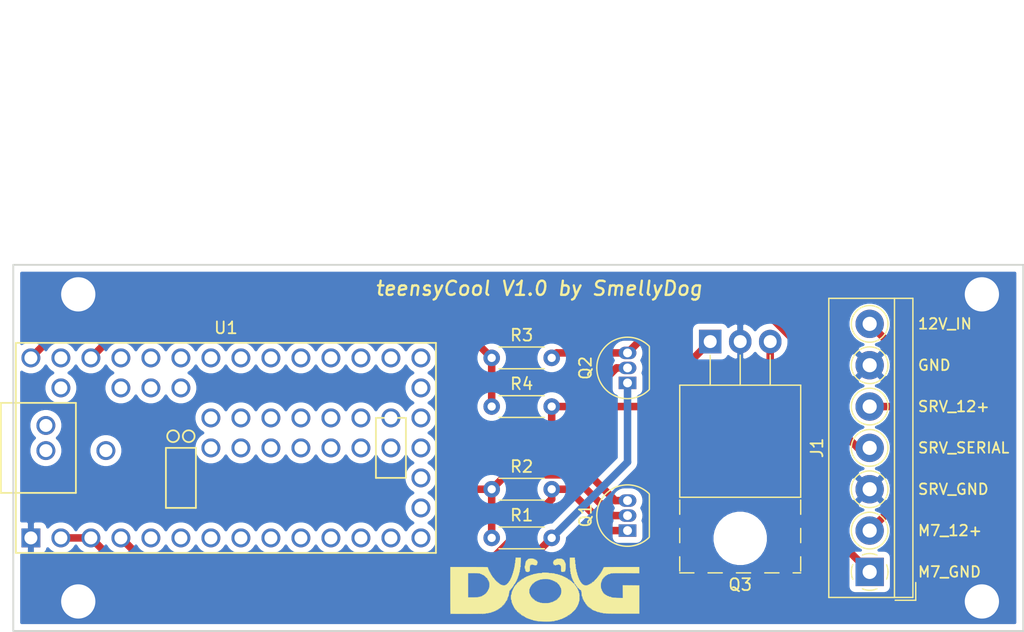
<source format=kicad_pcb>
(kicad_pcb (version 20171130) (host pcbnew "(5.1.9)-1")

  (general
    (thickness 1.6)
    (drawings 12)
    (tracks 58)
    (zones 0)
    (modules 11)
    (nets 58)
  )

  (page USLetter)
  (layers
    (0 F.Cu signal)
    (31 B.Cu signal hide)
    (32 B.Adhes user)
    (33 F.Adhes user)
    (34 B.Paste user)
    (35 F.Paste user)
    (36 B.SilkS user)
    (37 F.SilkS user)
    (38 B.Mask user)
    (39 F.Mask user)
    (40 Dwgs.User user)
    (41 Cmts.User user)
    (42 Eco1.User user)
    (43 Eco2.User user)
    (44 Edge.Cuts user)
    (45 Margin user)
    (46 B.CrtYd user hide)
    (47 F.CrtYd user hide)
    (48 B.Fab user)
    (49 F.Fab user hide)
  )

  (setup
    (last_trace_width 0.635)
    (user_trace_width 0.635)
    (trace_clearance 0.2)
    (zone_clearance 0.508)
    (zone_45_only no)
    (trace_min 0.2)
    (via_size 0.8)
    (via_drill 0.4)
    (via_min_size 0.4)
    (via_min_drill 0.3)
    (user_via 0.6 0.3)
    (user_via 3.2 2.9)
    (uvia_size 0.3)
    (uvia_drill 0.1)
    (uvias_allowed no)
    (uvia_min_size 0.2)
    (uvia_min_drill 0.1)
    (edge_width 0.05)
    (segment_width 0.2)
    (pcb_text_width 0.3)
    (pcb_text_size 1.5 1.5)
    (mod_edge_width 0.12)
    (mod_text_size 1 1)
    (mod_text_width 0.15)
    (pad_size 2.4 2.4)
    (pad_drill 1.2)
    (pad_to_mask_clearance 0)
    (aux_axis_origin 0 0)
    (visible_elements 7FFFFFFF)
    (pcbplotparams
      (layerselection 0x010fc_ffffffff)
      (usegerberextensions false)
      (usegerberattributes true)
      (usegerberadvancedattributes true)
      (creategerberjobfile true)
      (excludeedgelayer true)
      (linewidth 0.100000)
      (plotframeref false)
      (viasonmask false)
      (mode 1)
      (useauxorigin false)
      (hpglpennumber 1)
      (hpglpenspeed 20)
      (hpglpendiameter 15.000000)
      (psnegative false)
      (psa4output false)
      (plotreference true)
      (plotvalue true)
      (plotinvisibletext false)
      (padsonsilk false)
      (subtractmaskfromsilk false)
      (outputformat 1)
      (mirror false)
      (drillshape 1)
      (scaleselection 1)
      (outputdirectory ""))
  )

  (net 0 "")
  (net 1 /12V)
  (net 2 GND)
  (net 3 "Net-(Q1-Pad1)")
  (net 4 "Net-(Q1-Pad3)")
  (net 5 /3.3V)
  (net 6 "Net-(Q2-Pad1)")
  (net 7 /5V)
  (net 8 "Net-(U1-Pad52)")
  (net 9 "Net-(U1-Pad5)")
  (net 10 "Net-(U1-Pad6)")
  (net 11 "Net-(U1-Pad7)")
  (net 12 "Net-(U1-Pad8)")
  (net 13 "Net-(U1-Pad9)")
  (net 14 "Net-(U1-Pad10)")
  (net 15 "Net-(U1-Pad11)")
  (net 16 "Net-(U1-Pad12)")
  (net 17 "Net-(U1-Pad13)")
  (net 18 "Net-(U1-Pad37)")
  (net 19 "Net-(U1-Pad36)")
  (net 20 "Net-(U1-Pad35)")
  (net 21 "Net-(U1-Pad32)")
  (net 22 "Net-(U1-Pad30)")
  (net 23 "Net-(U1-Pad29)")
  (net 24 "Net-(U1-Pad28)")
  (net 25 "Net-(U1-Pad27)")
  (net 26 "Net-(U1-Pad26)")
  (net 27 "Net-(U1-Pad25)")
  (net 28 "Net-(U1-Pad24)")
  (net 29 "Net-(U1-Pad23)")
  (net 30 "Net-(U1-Pad22)")
  (net 31 "Net-(U1-Pad21)")
  (net 32 "Net-(U1-Pad14)")
  (net 33 "Net-(U1-Pad15)")
  (net 34 "Net-(U1-Pad16)")
  (net 35 "Net-(U1-Pad20)")
  (net 36 "Net-(U1-Pad19)")
  (net 37 "Net-(U1-Pad18)")
  (net 38 "Net-(U1-Pad17)")
  (net 39 "Net-(J1-Pad4)")
  (net 40 "Net-(J1-Pad3)")
  (net 41 "Net-(U1-Pad34)")
  (net 42 "Net-(U1-Pad54)")
  (net 43 "Net-(U1-Pad53)")
  (net 44 "Net-(U1-Pad40)")
  (net 45 "Net-(U1-Pad41)")
  (net 46 "Net-(U1-Pad51)")
  (net 47 "Net-(U1-Pad43)")
  (net 48 "Net-(U1-Pad50)")
  (net 49 "Net-(U1-Pad49)")
  (net 50 "Net-(U1-Pad44)")
  (net 51 "Net-(U1-Pad45)")
  (net 52 "Net-(U1-Pad48)")
  (net 53 "Net-(U1-Pad47)")
  (net 54 "Net-(U1-Pad46)")
  (net 55 "Net-(U1-Pad39)")
  (net 56 "Net-(U1-Pad38)")
  (net 57 "Net-(U1-Pad42)")

  (net_class Default "This is the default net class."
    (clearance 0.2)
    (trace_width 0.25)
    (via_dia 0.8)
    (via_drill 0.4)
    (uvia_dia 0.3)
    (uvia_drill 0.1)
    (add_net /12V)
    (add_net /3.3V)
    (add_net /5V)
    (add_net GND)
    (add_net "Net-(J1-Pad3)")
    (add_net "Net-(J1-Pad4)")
    (add_net "Net-(Q1-Pad1)")
    (add_net "Net-(Q1-Pad3)")
    (add_net "Net-(Q2-Pad1)")
    (add_net "Net-(U1-Pad10)")
    (add_net "Net-(U1-Pad11)")
    (add_net "Net-(U1-Pad12)")
    (add_net "Net-(U1-Pad13)")
    (add_net "Net-(U1-Pad14)")
    (add_net "Net-(U1-Pad15)")
    (add_net "Net-(U1-Pad16)")
    (add_net "Net-(U1-Pad17)")
    (add_net "Net-(U1-Pad18)")
    (add_net "Net-(U1-Pad19)")
    (add_net "Net-(U1-Pad20)")
    (add_net "Net-(U1-Pad21)")
    (add_net "Net-(U1-Pad22)")
    (add_net "Net-(U1-Pad23)")
    (add_net "Net-(U1-Pad24)")
    (add_net "Net-(U1-Pad25)")
    (add_net "Net-(U1-Pad26)")
    (add_net "Net-(U1-Pad27)")
    (add_net "Net-(U1-Pad28)")
    (add_net "Net-(U1-Pad29)")
    (add_net "Net-(U1-Pad30)")
    (add_net "Net-(U1-Pad32)")
    (add_net "Net-(U1-Pad34)")
    (add_net "Net-(U1-Pad35)")
    (add_net "Net-(U1-Pad36)")
    (add_net "Net-(U1-Pad37)")
    (add_net "Net-(U1-Pad38)")
    (add_net "Net-(U1-Pad39)")
    (add_net "Net-(U1-Pad40)")
    (add_net "Net-(U1-Pad41)")
    (add_net "Net-(U1-Pad42)")
    (add_net "Net-(U1-Pad43)")
    (add_net "Net-(U1-Pad44)")
    (add_net "Net-(U1-Pad45)")
    (add_net "Net-(U1-Pad46)")
    (add_net "Net-(U1-Pad47)")
    (add_net "Net-(U1-Pad48)")
    (add_net "Net-(U1-Pad49)")
    (add_net "Net-(U1-Pad5)")
    (add_net "Net-(U1-Pad50)")
    (add_net "Net-(U1-Pad51)")
    (add_net "Net-(U1-Pad52)")
    (add_net "Net-(U1-Pad53)")
    (add_net "Net-(U1-Pad54)")
    (add_net "Net-(U1-Pad6)")
    (add_net "Net-(U1-Pad7)")
    (add_net "Net-(U1-Pad8)")
    (add_net "Net-(U1-Pad9)")
  )

  (module logo:logolib (layer F.Cu) (tedit 0) (tstamp 6029461E)
    (at 172 102)
    (fp_text reference G*** (at 0 0) (layer F.SilkS) hide
      (effects (font (size 1.524 1.524) (thickness 0.3)))
    )
    (fp_text value LOGO (at 0.75 0) (layer F.SilkS) hide
      (effects (font (size 1.524 1.524) (thickness 0.3)))
    )
    (fp_poly (pts (xy -0.529167 2.69875) (xy -0.53975 2.709333) (xy -0.550334 2.69875) (xy -0.53975 2.688167)
      (xy -0.529167 2.69875)) (layer F.SilkS) (width 0.01))
    (fp_poly (pts (xy 2.54 -2.602251) (xy 2.542771 -2.54371) (xy 2.549879 -2.509293) (xy 2.555875 -2.50505)
      (xy 2.562249 -2.490182) (xy 2.565739 -2.442029) (xy 2.565875 -2.369567) (xy 2.564821 -2.334073)
      (xy 2.562667 -2.244505) (xy 2.565134 -2.190674) (xy 2.573023 -2.166155) (xy 2.585987 -2.164053)
      (xy 2.601105 -2.161026) (xy 2.608197 -2.132331) (xy 2.608395 -2.071119) (xy 2.606877 -2.037514)
      (xy 2.60569 -1.969653) (xy 2.609524 -1.924249) (xy 2.617461 -1.911161) (xy 2.626136 -1.898784)
      (xy 2.62923 -1.855144) (xy 2.627704 -1.815213) (xy 2.62518 -1.752363) (xy 2.630743 -1.723026)
      (xy 2.646659 -1.718787) (xy 2.653084 -1.720876) (xy 2.676462 -1.721623) (xy 2.674109 -1.702496)
      (xy 2.667992 -1.660703) (xy 2.670415 -1.601746) (xy 2.679225 -1.538459) (xy 2.692273 -1.483675)
      (xy 2.707407 -1.450227) (xy 2.717109 -1.445911) (xy 2.733606 -1.438473) (xy 2.735343 -1.395245)
      (xy 2.733899 -1.381125) (xy 2.73279 -1.334013) (xy 2.742303 -1.317771) (xy 2.745183 -1.31891)
      (xy 2.756595 -1.310254) (xy 2.756106 -1.269701) (xy 2.755522 -1.265506) (xy 2.752888 -1.220884)
      (xy 2.765781 -1.208815) (xy 2.777214 -1.211774) (xy 2.798712 -1.211377) (xy 2.800063 -1.180297)
      (xy 2.798209 -1.169672) (xy 2.79674 -1.133256) (xy 2.808267 -1.128153) (xy 2.820159 -1.119905)
      (xy 2.819531 -1.078625) (xy 2.819022 -1.075006) (xy 2.816276 -1.030504) (xy 2.828987 -1.018366)
      (xy 2.841622 -1.021623) (xy 2.864249 -1.021946) (xy 2.862686 -0.991229) (xy 2.862353 -0.98994)
      (xy 2.860598 -0.95961) (xy 2.872274 -0.959133) (xy 2.885349 -0.953002) (xy 2.883062 -0.916644)
      (xy 2.879919 -0.87789) (xy 2.895701 -0.870669) (xy 2.907776 -0.874475) (xy 2.93117 -0.879321)
      (xy 2.927524 -0.859634) (xy 2.919027 -0.842981) (xy 2.905258 -0.811193) (xy 2.917398 -0.807073)
      (xy 2.93022 -0.811465) (xy 2.954197 -0.814318) (xy 2.951137 -0.801725) (xy 2.950567 -0.771972)
      (xy 2.957447 -0.764925) (xy 2.978325 -0.736749) (xy 2.999464 -0.68796) (xy 2.999479 -0.687917)
      (xy 3.024581 -0.642616) (xy 3.053895 -0.627078) (xy 3.077328 -0.616421) (xy 3.075811 -0.600619)
      (xy 3.078835 -0.575112) (xy 3.089317 -0.5715) (xy 3.105205 -0.560288) (xy 3.102818 -0.55341)
      (xy 3.10805 -0.52885) (xy 3.134533 -0.495832) (xy 3.168698 -0.467219) (xy 3.196975 -0.455872)
      (xy 3.203028 -0.458418) (xy 3.215922 -0.455993) (xy 3.217333 -0.445763) (xy 3.232485 -0.42834)
      (xy 3.248005 -0.430574) (xy 3.269262 -0.429891) (xy 3.265962 -0.40921) (xy 3.262176 -0.387661)
      (xy 3.283159 -0.392426) (xy 3.298314 -0.400194) (xy 3.330159 -0.413914) (xy 3.334473 -0.402236)
      (xy 3.331009 -0.392073) (xy 3.330812 -0.375634) (xy 3.350693 -0.36583) (xy 3.398016 -0.361087)
      (xy 3.480139 -0.359834) (xy 3.481916 -0.359833) (xy 3.564709 -0.36104) (xy 3.612573 -0.365709)
      (xy 3.632868 -0.375412) (xy 3.632957 -0.391722) (xy 3.632824 -0.392073) (xy 3.629488 -0.412874)
      (xy 3.651054 -0.407624) (xy 3.665519 -0.400194) (xy 3.697376 -0.386483) (xy 3.701711 -0.398107)
      (xy 3.698376 -0.407892) (xy 3.69836 -0.430137) (xy 3.729503 -0.428374) (xy 3.730487 -0.428119)
      (xy 3.762101 -0.425545) (xy 3.762882 -0.447361) (xy 3.761129 -0.452171) (xy 3.756159 -0.475788)
      (xy 3.775702 -0.47227) (xy 3.792519 -0.463694) (xy 3.824343 -0.449959) (xy 3.828607 -0.46176)
      (xy 3.82487 -0.47271) (xy 3.824285 -0.496578) (xy 3.839736 -0.495261) (xy 3.874709 -0.498603)
      (xy 3.922643 -0.521015) (xy 3.970037 -0.553454) (xy 4.003389 -0.586877) (xy 4.010505 -0.609641)
      (xy 4.012327 -0.62755) (xy 4.020446 -0.625171) (xy 4.047368 -0.628046) (xy 4.053416 -0.635)
      (xy 4.076676 -0.648901) (xy 4.083275 -0.646752) (xy 4.107199 -0.653752) (xy 4.14432 -0.683907)
      (xy 4.1838 -0.725519) (xy 4.214803 -0.766893) (xy 4.226494 -0.796333) (xy 4.225357 -0.800115)
      (xy 4.231015 -0.815884) (xy 4.249436 -0.817819) (xy 4.279736 -0.830497) (xy 4.28378 -0.849136)
      (xy 4.298132 -0.877415) (xy 4.31553 -0.880886) (xy 4.343809 -0.895238) (xy 4.34728 -0.912636)
      (xy 4.361632 -0.940915) (xy 4.37903 -0.944386) (xy 4.406928 -0.958947) (xy 4.411799 -0.987404)
      (xy 4.420217 -1.020806) (xy 4.438257 -1.022181) (xy 4.463063 -1.028618) (xy 4.470588 -1.067424)
      (xy 4.468927 -1.08403) (xy 4.482334 -1.091373) (xy 4.496258 -1.087791) (xy 4.52296 -1.095421)
      (xy 4.542417 -1.127876) (xy 4.546653 -1.167652) (xy 4.540516 -1.184902) (xy 4.543538 -1.197616)
      (xy 4.556361 -1.194928) (xy 4.591836 -1.201026) (xy 4.629173 -1.234026) (xy 4.656154 -1.280907)
      (xy 4.662132 -1.307639) (xy 4.674219 -1.33792) (xy 4.688975 -1.34094) (xy 4.711287 -1.351771)
      (xy 4.738189 -1.386529) (xy 4.759862 -1.429335) (xy 4.766484 -1.464311) (xy 4.766193 -1.465792)
      (xy 4.77873 -1.480853) (xy 4.785931 -1.481667) (xy 4.800315 -1.496975) (xy 4.797592 -1.512339)
      (xy 4.798275 -1.533596) (xy 4.818957 -1.530296) (xy 4.840505 -1.52651) (xy 4.83574 -1.547493)
      (xy 4.827972 -1.562648) (xy 4.814198 -1.594432) (xy 4.826395 -1.598528) (xy 4.839495 -1.594037)
      (xy 4.864815 -1.591401) (xy 4.865037 -1.618697) (xy 4.863548 -1.62468) (xy 4.861341 -1.656508)
      (xy 4.883068 -1.657058) (xy 4.883774 -1.65679) (xy 4.904219 -1.653673) (xy 4.898731 -1.67553)
      (xy 4.891472 -1.689648) (xy 4.877698 -1.721432) (xy 4.889895 -1.725528) (xy 4.902995 -1.721037)
      (xy 4.928315 -1.718401) (xy 4.928537 -1.745697) (xy 4.927048 -1.75168) (xy 4.924841 -1.783508)
      (xy 4.946568 -1.784058) (xy 4.947274 -1.78379) (xy 4.967719 -1.780673) (xy 4.962231 -1.80253)
      (xy 4.954972 -1.816648) (xy 4.941198 -1.848432) (xy 4.953395 -1.852528) (xy 4.966495 -1.848037)
      (xy 4.992272 -1.845718) (xy 4.991721 -1.874186) (xy 4.991517 -1.874972) (xy 4.99043 -1.88275)
      (xy 4.993444 -1.889466) (xy 5.00343 -1.895198) (xy 5.023261 -1.900023) (xy 5.055811 -1.904021)
      (xy 5.103951 -1.907268) (xy 5.170554 -1.909843) (xy 5.258492 -1.911823) (xy 5.370639 -1.913287)
      (xy 5.509866 -1.914312) (xy 5.679047 -1.914976) (xy 5.881053 -1.915357) (xy 6.118758 -1.915533)
      (xy 6.395034 -1.915582) (xy 6.4889 -1.915583) (xy 7.996903 -1.915583) (xy 7.996908 -1.651)
      (xy 7.996912 -1.386417) (xy 6.914164 -1.392893) (xy 6.631057 -1.394347) (xy 6.387571 -1.395009)
      (xy 6.180997 -1.394776) (xy 6.008628 -1.393546) (xy 5.867758 -1.391219) (xy 5.755678 -1.387691)
      (xy 5.669682 -1.382863) (xy 5.607062 -1.376631) (xy 5.56511 -1.368894) (xy 5.541119 -1.359551)
      (xy 5.532381 -1.3485) (xy 5.533323 -1.341036) (xy 5.533692 -1.320836) (xy 5.52348 -1.323547)
      (xy 5.487472 -1.331116) (xy 5.436613 -1.326907) (xy 5.385704 -1.314391) (xy 5.349546 -1.29704)
      (xy 5.341543 -1.280873) (xy 5.337186 -1.262369) (xy 5.307939 -1.265147) (xy 5.277815 -1.266893)
      (xy 5.276721 -1.255892) (xy 5.269966 -1.240247) (xy 5.245131 -1.236683) (xy 5.204898 -1.225729)
      (xy 5.190521 -1.208846) (xy 5.191635 -1.190181) (xy 5.207524 -1.196241) (xy 5.224828 -1.201318)
      (xy 5.220175 -1.189528) (xy 5.190866 -1.175169) (xy 5.174302 -1.178043) (xy 5.136944 -1.177105)
      (xy 5.103846 -1.156024) (xy 5.09064 -1.126856) (xy 5.094086 -1.116165) (xy 5.094054 -1.104001)
      (xy 5.085668 -1.107747) (xy 5.057359 -1.106372) (xy 5.033258 -1.082581) (xy 5.028739 -1.053754)
      (xy 5.032558 -1.047701) (xy 5.033739 -1.039606) (xy 5.02462 -1.043857) (xy 4.994179 -1.040822)
      (xy 4.961718 -1.012656) (xy 4.939782 -0.973982) (xy 4.938771 -0.943783) (xy 4.938253 -0.921423)
      (xy 4.922421 -0.92323) (xy 4.89444 -0.913442) (xy 4.863301 -0.871116) (xy 4.834169 -0.805223)
      (xy 4.814486 -0.735755) (xy 4.799418 -0.685309) (xy 4.783123 -0.65635) (xy 4.782078 -0.65558)
      (xy 4.768298 -0.626552) (xy 4.757141 -0.565083) (xy 4.749278 -0.48102) (xy 4.745379 -0.384213)
      (xy 4.746116 -0.284507) (xy 4.751169 -0.20179) (xy 4.760606 -0.11817) (xy 4.770876 -0.070088)
      (xy 4.784052 -0.050769) (xy 4.797297 -0.051157) (xy 4.817499 -0.051525) (xy 4.814947 -0.041575)
      (xy 4.808409 -0.006742) (xy 4.815024 0.039409) (xy 4.830191 0.080461) (xy 4.849312 0.099996)
      (xy 4.854468 0.099486) (xy 4.873211 0.1104) (xy 4.881249 0.152469) (xy 4.896645 0.199967)
      (xy 4.934038 0.258735) (xy 4.984583 0.319246) (xy 5.039434 0.371973) (xy 5.089745 0.407387)
      (xy 5.126041 0.416135) (xy 5.151725 0.418906) (xy 5.150968 0.4344) (xy 5.159275 0.459459)
      (xy 5.19208 0.478019) (xy 5.231564 0.482419) (xy 5.248901 0.476517) (xy 5.261364 0.479621)
      (xy 5.25818 0.494307) (xy 5.264317 0.520876) (xy 5.309169 0.53894) (xy 5.310823 0.539308)
      (xy 5.362884 0.54542) (xy 5.396741 0.540219) (xy 5.409574 0.542937) (xy 5.406384 0.557711)
      (xy 5.410734 0.580528) (xy 5.448731 0.596607) (xy 5.479933 0.602873) (xy 5.538959 0.608953)
      (xy 5.580726 0.60632) (xy 5.58698 0.60388) (xy 5.600212 0.606262) (xy 5.597256 0.62024)
      (xy 5.609352 0.639971) (xy 5.657468 0.656646) (xy 5.735333 0.669074) (xy 5.836674 0.676061)
      (xy 5.89668 0.677149) (xy 5.953588 0.67982) (xy 5.989972 0.686259) (xy 5.99452 0.688742)
      (xy 6.01869 0.693136) (xy 6.077276 0.697401) (xy 6.162359 0.701134) (xy 6.266022 0.703929)
      (xy 6.305645 0.704617) (xy 6.605361 0.709083) (xy 6.599389 0.169333) (xy 6.593416 -0.370417)
      (xy 8.001 -0.358729) (xy 8.001 2.032) (xy 6.618111 2.032) (xy 6.379959 2.031787)
      (xy 6.154353 2.031173) (xy 5.944847 2.030194) (xy 5.754995 2.028886) (xy 5.588351 2.027285)
      (xy 5.448471 2.025429) (xy 5.338908 2.023352) (xy 5.263216 2.021092) (xy 5.224949 2.018685)
      (xy 5.220959 2.017737) (xy 5.193644 2.010878) (xy 5.137568 2.007778) (xy 5.081969 2.008564)
      (xy 5.01005 2.00778) (xy 4.95955 2.000027) (xy 4.943288 1.991077) (xy 4.914443 1.975685)
      (xy 4.862976 1.968559) (xy 4.85775 1.9685) (xy 4.806054 1.963585) (xy 4.775944 1.951608)
      (xy 4.774837 1.950172) (xy 4.74794 1.939881) (xy 4.710088 1.942056) (xy 4.669093 1.942058)
      (xy 4.656666 1.928634) (xy 4.638314 1.911917) (xy 4.594415 1.905) (xy 4.545721 1.898734)
      (xy 4.519583 1.884642) (xy 4.490575 1.875086) (xy 4.455847 1.883733) (xy 4.420112 1.893757)
      (xy 4.41381 1.881296) (xy 4.417728 1.869211) (xy 4.419345 1.84578) (xy 4.391749 1.843059)
      (xy 4.376314 1.845648) (xy 4.337562 1.847592) (xy 4.331938 1.830005) (xy 4.332872 1.827372)
      (xy 4.330688 1.807977) (xy 4.309773 1.811774) (xy 4.280805 1.811363) (xy 4.275666 1.799029)
      (xy 4.257313 1.781709) (xy 4.214361 1.782193) (xy 4.171883 1.783821) (xy 4.162357 1.768686)
      (xy 4.164654 1.760966) (xy 4.166909 1.741876) (xy 4.143858 1.748317) (xy 4.131185 1.754861)
      (xy 4.099401 1.768634) (xy 4.095305 1.756438) (xy 4.099796 1.743337) (xy 4.102556 1.718207)
      (xy 4.075788 1.717681) (xy 4.067591 1.719694) (xy 4.025879 1.720428) (xy 4.007833 1.709242)
      (xy 4.007175 1.697076) (xy 4.021142 1.703592) (xy 4.040293 1.707234) (xy 4.038145 1.690988)
      (xy 4.011382 1.667573) (xy 3.98462 1.663034) (xy 3.953568 1.655298) (xy 3.949754 1.641867)
      (xy 3.939654 1.616422) (xy 3.903644 1.585155) (xy 3.899991 1.582814) (xy 3.827341 1.537008)
      (xy 3.782681 1.507607) (xy 3.757882 1.488938) (xy 3.744815 1.475328) (xy 3.743574 1.473663)
      (xy 3.716691 1.465575) (xy 3.706008 1.469945) (xy 3.68615 1.473552) (xy 3.684982 1.467365)
      (xy 3.684434 1.419105) (xy 3.663344 1.402026) (xy 3.651503 1.404557) (xy 3.625493 1.407511)
      (xy 3.62226 1.40153) (xy 3.620377 1.353618) (xy 3.597469 1.338866) (xy 3.58665 1.341576)
      (xy 3.564773 1.343253) (xy 3.568956 1.32966) (xy 3.569664 1.31405) (xy 3.548399 1.318843)
      (xy 3.524724 1.323845) (xy 3.52821 1.304338) (xy 3.536805 1.287481) (xy 3.550513 1.255616)
      (xy 3.538917 1.25127) (xy 3.529343 1.254533) (xy 3.50356 1.251589) (xy 3.500422 1.233562)
      (xy 3.486923 1.198654) (xy 3.473678 1.190157) (xy 3.455006 1.19113) (xy 3.461074 1.207024)
      (xy 3.466151 1.224328) (xy 3.454361 1.219676) (xy 3.439944 1.19035) (xy 3.442772 1.174072)
      (xy 3.441788 1.147288) (xy 3.431928 1.143) (xy 3.41903 1.127318) (xy 3.422755 1.107575)
      (xy 3.425234 1.082229) (xy 3.404765 1.08427) (xy 3.379871 1.081333) (xy 3.374632 1.050903)
      (xy 3.363569 1.014289) (xy 3.339269 1.008318) (xy 3.313587 1.00281) (xy 3.313458 0.993417)
      (xy 3.319602 0.957219) (xy 3.308734 0.914706) (xy 3.287683 0.882837) (xy 3.266539 0.876912)
      (xy 3.246663 0.877243) (xy 3.248631 0.868564) (xy 3.255594 0.831503) (xy 3.245559 0.788444)
      (xy 3.224958 0.756123) (xy 3.203039 0.749912) (xy 3.183421 0.749876) (xy 3.186213 0.739814)
      (xy 3.19308 0.705229) (xy 3.1891 0.654735) (xy 3.177522 0.603303) (xy 3.161596 0.565904)
      (xy 3.146435 0.556538) (xy 3.13329 0.545307) (xy 3.123965 0.498377) (xy 3.118008 0.41297)
      (xy 3.116616 0.372786) (xy 3.112133 0.281872) (xy 3.104818 0.203419) (xy 3.095957 0.149768)
      (xy 3.092077 0.137583) (xy 3.069872 0.083044) (xy 3.060245 0.055807) (xy 3.034373 0.026351)
      (xy 3.006993 0.026953) (xy 2.977737 0.02734) (xy 2.978374 0.0066) (xy 2.976126 -0.016516)
      (xy 2.950332 -0.017463) (xy 2.919755 -0.022544) (xy 2.91876 -0.03175) (xy 2.921 -0.03175)
      (xy 2.931583 -0.021167) (xy 2.942166 -0.03175) (xy 2.931583 -0.042333) (xy 2.921 -0.03175)
      (xy 2.91876 -0.03175) (xy 2.916912 -0.04883) (xy 2.910737 -0.078221) (xy 2.885162 -0.08058)
      (xy 2.855771 -0.086755) (xy 2.854988 -0.09525) (xy 2.8575 -0.09525) (xy 2.868083 -0.084667)
      (xy 2.878666 -0.09525) (xy 2.868083 -0.105833) (xy 2.8575 -0.09525) (xy 2.854988 -0.09525)
      (xy 2.853412 -0.11233) (xy 2.847237 -0.141721) (xy 2.821662 -0.14408) (xy 2.792128 -0.150129)
      (xy 2.790272 -0.15875) (xy 2.794 -0.15875) (xy 2.804583 -0.148167) (xy 2.815166 -0.15875)
      (xy 2.804583 -0.169333) (xy 2.794 -0.15875) (xy 2.790272 -0.15875) (xy 2.788965 -0.164814)
      (xy 2.778528 -0.196454) (xy 2.745666 -0.237208) (xy 2.74134 -0.241325) (xy 2.705229 -0.280528)
      (xy 2.688336 -0.310168) (xy 2.688166 -0.312044) (xy 2.673526 -0.341801) (xy 2.654211 -0.361664)
      (xy 2.61876 -0.404737) (xy 2.602638 -0.436183) (xy 2.571928 -0.473168) (xy 2.530776 -0.479386)
      (xy 2.493237 -0.470164) (xy 2.484086 -0.455083) (xy 2.508535 -0.43807) (xy 2.526175 -0.436819)
      (xy 2.548958 -0.429136) (xy 2.547121 -0.417733) (xy 2.549503 -0.388068) (xy 2.563224 -0.37201)
      (xy 2.613056 -0.315142) (xy 2.66051 -0.230451) (xy 2.666526 -0.216958) (xy 2.690156 -0.180406)
      (xy 2.708809 -0.169333) (xy 2.728948 -0.182436) (xy 2.722864 -0.207691) (xy 2.708804 -0.218899)
      (xy 2.703951 -0.225248) (xy 2.714095 -0.223734) (xy 2.732649 -0.200309) (xy 2.734687 -0.15989)
      (xy 2.736069 -0.121723) (xy 2.748588 -0.114515) (xy 2.760173 -0.108424) (xy 2.756873 -0.081126)
      (xy 2.75392 -0.048308) (xy 2.774288 -0.046546) (xy 2.777618 -0.047763) (xy 2.800652 -0.048458)
      (xy 2.799374 -0.018302) (xy 2.798853 -0.016273) (xy 2.797098 0.014056) (xy 2.808774 0.014534)
      (xy 2.821849 0.020665) (xy 2.819562 0.057023) (xy 2.816714 0.095963) (xy 2.832741 0.103058)
      (xy 2.84139 0.100299) (xy 2.864205 0.099803) (xy 2.862774 0.130259) (xy 2.862353 0.131893)
      (xy 2.860606 0.161755) (xy 2.870908 0.163544) (xy 2.882295 0.1729) (xy 2.883314 0.215207)
      (xy 2.882125 0.227036) (xy 2.879887 0.277247) (xy 2.890914 0.293868) (xy 2.902423 0.291746)
      (xy 2.913208 0.294109) (xy 2.921059 0.314114) (xy 2.9264 0.356874) (xy 2.929652 0.427499)
      (xy 2.931235 0.531101) (xy 2.931583 0.645583) (xy 2.931082 0.780083) (xy 2.929293 0.877428)
      (xy 2.925781 0.942788) (xy 2.920116 0.981332) (xy 2.911864 0.998231) (xy 2.901994 0.999256)
      (xy 2.88198 1.00112) (xy 2.881448 1.034546) (xy 2.883062 1.043644) (xy 2.884879 1.081484)
      (xy 2.872765 1.086436) (xy 2.860164 1.094038) (xy 2.86098 1.135914) (xy 2.861251 1.137798)
      (xy 2.863563 1.181745) (xy 2.849959 1.19301) (xy 2.839798 1.190256) (xy 2.81881 1.190921)
      (xy 2.817488 1.222178) (xy 2.819562 1.234144) (xy 2.82139 1.272308) (xy 2.808774 1.276633)
      (xy 2.795756 1.281278) (xy 2.798853 1.30744) (xy 2.801057 1.339024) (xy 2.779126 1.339496)
      (xy 2.777618 1.338929) (xy 2.754796 1.338065) (xy 2.755694 1.367616) (xy 2.756873 1.372292)
      (xy 2.759258 1.404277) (xy 2.746358 1.404303) (xy 2.732167 1.407669) (xy 2.735353 1.43444)
      (xy 2.737079 1.466383) (xy 2.717699 1.467303) (xy 2.687833 1.474667) (xy 2.674544 1.495345)
      (xy 2.648859 1.544433) (xy 2.629465 1.570836) (xy 2.60922 1.611744) (xy 2.609842 1.636997)
      (xy 2.605399 1.661468) (xy 2.588229 1.664244) (xy 2.55332 1.677743) (xy 2.544823 1.690988)
      (xy 2.545841 1.70983) (xy 2.563712 1.703469) (xy 2.580706 1.697428) (xy 2.575547 1.705545)
      (xy 2.540603 1.722851) (xy 2.524453 1.724813) (xy 2.48923 1.740906) (xy 2.480867 1.754488)
      (xy 2.482356 1.773307) (xy 2.500212 1.766969) (xy 2.517206 1.760928) (xy 2.512047 1.769045)
      (xy 2.477103 1.786351) (xy 2.460953 1.788313) (xy 2.42573 1.804406) (xy 2.417367 1.817988)
      (xy 2.418856 1.836807) (xy 2.436712 1.830469) (xy 2.453706 1.824428) (xy 2.448547 1.832545)
      (xy 2.413834 1.84957) (xy 2.395631 1.851813) (xy 2.366537 1.868381) (xy 2.362552 1.886303)
      (xy 2.3482 1.914582) (xy 2.330802 1.918053) (xy 2.302523 1.932405) (xy 2.299052 1.949803)
      (xy 2.2847 1.978082) (xy 2.267302 1.981553) (xy 2.238947 1.994923) (xy 2.235138 2.010833)
      (xy 2.218707 2.037486) (xy 2.188643 2.045565) (xy 2.141028 2.062715) (xy 2.09231 2.100145)
      (xy 2.090266 2.102311) (xy 2.038877 2.144295) (xy 1.985051 2.169976) (xy 1.984834 2.170031)
      (xy 1.93927 2.190628) (xy 1.917779 2.213827) (xy 1.889322 2.240134) (xy 1.871649 2.243667)
      (xy 1.846949 2.256566) (xy 1.848235 2.273021) (xy 1.846117 2.293284) (xy 1.815439 2.290853)
      (xy 1.784855 2.28906) (xy 1.785302 2.301858) (xy 1.78179 2.315903) (xy 1.753292 2.312374)
      (xy 1.720457 2.309445) (xy 1.718715 2.329818) (xy 1.719839 2.332883) (xy 1.718749 2.360168)
      (xy 1.707534 2.364701) (xy 1.632878 2.36717) (xy 1.596809 2.380486) (xy 1.594235 2.400021)
      (xy 1.592117 2.420284) (xy 1.561439 2.417853) (xy 1.530855 2.41606) (xy 1.531302 2.428858)
      (xy 1.52779 2.442903) (xy 1.499292 2.439374) (xy 1.466406 2.436519) (xy 1.464732 2.456917)
      (xy 1.46558 2.45921) (xy 1.465597 2.481086) (xy 1.435237 2.482712) (xy 1.423671 2.48071)
      (xy 1.387255 2.47924) (xy 1.382152 2.490768) (xy 1.373904 2.502659) (xy 1.332624 2.502031)
      (xy 1.329005 2.501522) (xy 1.284383 2.498888) (xy 1.272314 2.511781) (xy 1.275274 2.523214)
      (xy 1.274876 2.544712) (xy 1.243796 2.546063) (xy 1.233171 2.54421) (xy 1.196755 2.54274)
      (xy 1.191652 2.554268) (xy 1.183404 2.566159) (xy 1.142124 2.565531) (xy 1.138505 2.565022)
      (xy 1.094277 2.561927) (xy 1.082034 2.574177) (xy 1.086464 2.591118) (xy 1.089428 2.615304)
      (xy 1.079528 2.614101) (xy 1.046475 2.607606) (xy 0.991612 2.608926) (xy 0.927793 2.616152)
      (xy 0.867873 2.627373) (xy 0.824708 2.640678) (xy 0.811085 2.653991) (xy 0.799555 2.668261)
      (xy 0.748902 2.671813) (xy 0.714379 2.670072) (xy 0.656656 2.669009) (xy 0.623238 2.674417)
      (xy 0.619595 2.680655) (xy 0.603885 2.687263) (xy 0.552274 2.692667) (xy 0.471179 2.696841)
      (xy 0.367015 2.699758) (xy 0.2462 2.701391) (xy 0.115149 2.701715) (xy -0.019721 2.700702)
      (xy -0.151995 2.698327) (xy -0.275255 2.694561) (xy -0.383085 2.689379) (xy -0.443987 2.685062)
      (xy -0.541329 2.675119) (xy -0.62262 2.663525) (xy -0.678873 2.65178) (xy -0.700759 2.642179)
      (xy -0.728751 2.629864) (xy -0.781544 2.626666) (xy -0.800033 2.627884) (xy -0.850008 2.628871)
      (xy -0.8739 2.621661) (xy -0.873748 2.617111) (xy -0.884014 2.606951) (xy -0.924188 2.6057)
      (xy -0.936625 2.606899) (xy -0.985911 2.609135) (xy -1.002024 2.598062) (xy -0.999549 2.585256)
      (xy -1.000695 2.564673) (xy -1.032816 2.563668) (xy -1.043644 2.565562) (xy -1.081485 2.567379)
      (xy -1.086437 2.555265) (xy -1.094039 2.542664) (xy -1.135915 2.543481) (xy -1.137799 2.543751)
      (xy -1.181746 2.546064) (xy -1.193011 2.532459) (xy -1.190257 2.522298) (xy -1.190922 2.50131)
      (xy -1.222178 2.499988) (xy -1.234144 2.502062) (xy -1.271985 2.503879) (xy -1.276937 2.491765)
      (xy -1.284539 2.479164) (xy -1.326415 2.479981) (xy -1.328299 2.480251) (xy -1.373329 2.481831)
      (xy -1.383539 2.466764) (xy -1.382298 2.462815) (xy -1.391777 2.439987) (xy -1.427898 2.422216)
      (xy -1.474969 2.414642) (xy -1.512292 2.420222) (xy -1.533506 2.419685) (xy -1.529936 2.397936)
      (xy -1.528165 2.37406) (xy -1.55635 2.37427) (xy -1.562793 2.375874) (xy -1.594777 2.378258)
      (xy -1.594803 2.365358) (xy -1.598169 2.351168) (xy -1.62494 2.354353) (xy -1.657243 2.35569)
      (xy -1.658578 2.338716) (xy -1.670121 2.313229) (xy -1.716042 2.279858) (xy -1.75012 2.261737)
      (xy -1.813915 2.22809) (xy -1.864544 2.197029) (xy -1.881698 2.183815) (xy -1.924114 2.164449)
      (xy -1.947685 2.165225) (xy -1.977349 2.160539) (xy -1.981571 2.14041) (xy -1.995824 2.112201)
      (xy -2.014452 2.108744) (xy -2.039818 2.098959) (xy -2.038645 2.082286) (xy -2.042598 2.056825)
      (xy -2.054056 2.053167) (xy -2.083257 2.038988) (xy -2.127916 2.00288) (xy -2.154295 1.977327)
      (xy -2.21115 1.928697) (xy -2.255756 1.910285) (xy -2.264754 1.911112) (xy -2.294739 1.906713)
      (xy -2.299071 1.88641) (xy -2.313219 1.858415) (xy -2.333398 1.854985) (xy -2.358514 1.848689)
      (xy -2.358032 1.838179) (xy -2.358348 1.807016) (xy -2.379168 1.767929) (xy -2.409213 1.736037)
      (xy -2.4372 1.726459) (xy -2.440389 1.727802) (xy -2.454621 1.731751) (xy -2.450226 1.725133)
      (xy -2.447721 1.698055) (xy -2.467631 1.670532) (xy -2.494867 1.661063) (xy -2.50059 1.66339)
      (xy -2.516121 1.663102) (xy -2.51594 1.657865) (xy -2.519972 1.618694) (xy -2.54006 1.574117)
      (xy -2.567003 1.539744) (xy -2.590816 1.530848) (xy -2.610835 1.528447) (xy -2.608354 1.49794)
      (xy -2.606561 1.467355) (xy -2.619359 1.467803) (xy -2.633404 1.46429) (xy -2.629874 1.435792)
      (xy -2.626921 1.402974) (xy -2.647289 1.401212) (xy -2.650619 1.402429) (xy -2.673653 1.403124)
      (xy -2.672375 1.372968) (xy -2.671854 1.37094) (xy -2.670061 1.340355) (xy -2.682859 1.340803)
      (xy -2.696904 1.33729) (xy -2.693374 1.308792) (xy -2.690421 1.275974) (xy -2.710789 1.274212)
      (xy -2.714119 1.275429) (xy -2.737153 1.276124) (xy -2.735875 1.245968) (xy -2.735354 1.24394)
      (xy -2.733599 1.21361) (xy -2.745275 1.213133) (xy -2.75835 1.207002) (xy -2.756063 1.170644)
      (xy -2.753417 1.131528) (xy -2.769698 1.124609) (xy -2.776299 1.126756) (xy -2.796877 1.126038)
      (xy -2.800328 1.095599) (xy -2.797752 1.074298) (xy -2.796489 1.033571) (xy -2.806133 1.021137)
      (xy -2.807421 1.021796) (xy -2.817493 1.010966) (xy -2.819801 0.969158) (xy -2.818317 0.947483)
      (xy -2.816198 0.892424) (xy -2.82541 0.871287) (xy -2.839094 0.872485) (xy -2.85197 0.869992)
      (xy -2.860531 0.846787) (xy -2.865542 0.796887) (xy -2.867768 0.714306) (xy -2.868084 0.645583)
      (xy -2.867178 0.540208) (xy -2.863952 0.471152) (xy -2.85764 0.432431) (xy -2.847478 0.41806)
      (xy -2.839094 0.418681) (xy -2.821061 0.416297) (xy -2.815742 0.384983) (xy -2.818317 0.343683)
      (xy -2.819367 0.292985) (xy -2.812049 0.269135) (xy -2.807421 0.26937) (xy -2.796929 0.259988)
      (xy -2.79715 0.221251) (xy -2.797752 0.216868) (xy -2.800064 0.172921) (xy -2.78646 0.161656)
      (xy -2.776299 0.16441) (xy -2.755311 0.163745) (xy -2.753989 0.132489) (xy -2.75494 0.127)
      (xy -1.312334 0.127) (xy -1.31126 0.226932) (xy -1.307481 0.29061) (xy -1.30016 0.324067)
      (xy -1.28846 0.333343) (xy -1.283888 0.33228) (xy -1.26457 0.335476) (xy -1.265068 0.371586)
      (xy -1.265791 0.375495) (xy -1.267294 0.413022) (xy -1.253877 0.415867) (xy -1.240117 0.419693)
      (xy -1.243627 0.448041) (xy -1.24658 0.480859) (xy -1.226212 0.482621) (xy -1.222882 0.481404)
      (xy -1.199848 0.480709) (xy -1.201126 0.510865) (xy -1.201647 0.512893) (xy -1.203653 0.543613)
      (xy -1.188911 0.54196) (xy -1.173313 0.541457) (xy -1.177258 0.559817) (xy -1.176901 0.587667)
      (xy -1.166432 0.592667) (xy -1.144811 0.609398) (xy -1.143 0.619848) (xy -1.128202 0.651872)
      (xy -1.090044 0.698672) (xy -1.037887 0.75162) (xy -0.981089 0.802088) (xy -0.929009 0.841448)
      (xy -0.891004 0.86107) (xy -0.881175 0.861237) (xy -0.858234 0.860946) (xy -0.860525 0.879316)
      (xy -0.853754 0.910682) (xy -0.832988 0.923789) (xy -0.783901 0.949473) (xy -0.757497 0.968868)
      (xy -0.715908 0.988887) (xy -0.689783 0.987895) (xy -0.667639 0.98822) (xy -0.670185 1.006735)
      (xy -0.670057 1.027922) (xy -0.645804 1.023739) (xy -0.607795 1.02399) (xy -0.593581 1.035687)
      (xy -0.56401 1.054532) (xy -0.509655 1.07007) (xy -0.489884 1.073308) (xy -0.435792 1.084996)
      (xy -0.404927 1.100256) (xy -0.402167 1.105769) (xy -0.383826 1.117342) (xy -0.33876 1.118896)
      (xy -0.329569 1.117989) (xy -0.284552 1.116556) (xy -0.266585 1.123884) (xy -0.267318 1.126257)
      (xy -0.251081 1.132043) (xy -0.19949 1.136963) (xy -0.119522 1.140639) (xy -0.018153 1.142696)
      (xy 0.042333 1.143) (xy 0.152273 1.141963) (xy 0.244538 1.139105) (xy 0.312151 1.134802)
      (xy 0.348136 1.129431) (xy 0.351983 1.126257) (xy 0.363264 1.117571) (xy 0.404216 1.117067)
      (xy 0.417535 1.118375) (xy 0.466807 1.12133) (xy 0.483699 1.111626) (xy 0.479793 1.091685)
      (xy 0.476908 1.067573) (xy 0.487852 1.069546) (xy 0.521051 1.074759) (xy 0.576964 1.071207)
      (xy 0.594899 1.068539) (xy 0.65112 1.05412) (xy 0.670369 1.034566) (xy 0.668682 1.023987)
      (xy 0.666479 1.004976) (xy 0.689603 1.011474) (xy 0.702185 1.017972) (xy 0.734043 1.031684)
      (xy 0.738378 1.02006) (xy 0.735043 1.010275) (xy 0.735027 0.988029) (xy 0.766169 0.989793)
      (xy 0.767153 0.990048) (xy 0.798768 0.992622) (xy 0.799549 0.970806) (xy 0.797796 0.965996)
      (xy 0.792826 0.942378) (xy 0.812369 0.945897) (xy 0.829185 0.954472) (xy 0.861009 0.968208)
      (xy 0.865273 0.956407) (xy 0.861537 0.945457) (xy 0.860608 0.921942) (xy 0.880282 0.924395)
      (xy 0.919962 0.921578) (xy 0.947996 0.905368) (xy 0.995938 0.873112) (xy 1.023487 0.860289)
      (xy 1.050917 0.836647) (xy 1.051619 0.817369) (xy 1.056924 0.793933) (xy 1.075882 0.791089)
      (xy 1.105063 0.777491) (xy 1.10878 0.75953) (xy 1.123132 0.731251) (xy 1.14053 0.72778)
      (xy 1.168809 0.713428) (xy 1.17228 0.69603) (xy 1.185707 0.667899) (xy 1.201752 0.66428)
      (xy 1.230265 0.647966) (xy 1.25459 0.604511) (xy 1.25502 0.60325) (xy 1.276155 0.554452)
      (xy 1.297038 0.526251) (xy 1.297052 0.526241) (xy 1.306454 0.499659) (xy 1.301191 0.485929)
      (xy 1.296424 0.46905) (xy 1.309062 0.474229) (xy 1.328911 0.471245) (xy 1.3335 0.445749)
      (xy 1.343104 0.410698) (xy 1.357069 0.402167) (xy 1.371828 0.383858) (xy 1.371482 0.339784)
      (xy 1.369998 0.299604) (xy 1.378942 0.287721) (xy 1.379663 0.288117) (xy 1.387612 0.27378)
      (xy 1.393642 0.226253) (xy 1.396771 0.154666) (xy 1.397 0.127) (xy 1.395057 0.049416)
      (xy 1.389886 -0.007157) (xy 1.382468 -0.033587) (xy 1.379663 -0.034117) (xy 1.370476 -0.044415)
      (xy 1.371249 -0.083843) (xy 1.371977 -0.089161) (xy 1.374723 -0.133663) (xy 1.362012 -0.145801)
      (xy 1.349377 -0.142544) (xy 1.32675 -0.142221) (xy 1.328313 -0.172938) (xy 1.328646 -0.174227)
      (xy 1.330439 -0.204812) (xy 1.317641 -0.204364) (xy 1.303596 -0.207876) (xy 1.307126 -0.236374)
      (xy 1.310079 -0.269193) (xy 1.289711 -0.270954) (xy 1.286381 -0.269737) (xy 1.263347 -0.269042)
      (xy 1.264625 -0.299198) (xy 1.265146 -0.301227) (xy 1.266892 -0.331352) (xy 1.255891 -0.332446)
      (xy 1.240473 -0.339477) (xy 1.236682 -0.366178) (xy 1.225805 -0.403888) (xy 1.20403 -0.410281)
      (xy 1.175751 -0.424633) (xy 1.17228 -0.442031) (xy 1.157928 -0.47031) (xy 1.14053 -0.473781)
      (xy 1.112251 -0.488133) (xy 1.10878 -0.505531) (xy 1.094486 -0.533639) (xy 1.075882 -0.537089)
      (xy 1.050511 -0.54688) (xy 1.051619 -0.563369) (xy 1.044165 -0.592948) (xy 1.023487 -0.606289)
      (xy 0.9744 -0.631974) (xy 0.947996 -0.651368) (xy 0.906407 -0.671387) (xy 0.880282 -0.670395)
      (xy 0.858367 -0.670442) (xy 0.8617 -0.694286) (xy 0.864936 -0.716912) (xy 0.857278 -0.714559)
      (xy 0.828821 -0.712448) (xy 0.811842 -0.722219) (xy 0.771152 -0.736509) (xy 0.752764 -0.733696)
      (xy 0.731269 -0.734177) (xy 0.734537 -0.754957) (xy 0.738323 -0.776506) (xy 0.71734 -0.771741)
      (xy 0.702185 -0.763973) (xy 0.67034 -0.750253) (xy 0.666026 -0.761931) (xy 0.66949 -0.772094)
      (xy 0.666678 -0.798253) (xy 0.638513 -0.804333) (xy 0.597309 -0.813197) (xy 0.582583 -0.824691)
      (xy 0.553575 -0.834247) (xy 0.518847 -0.8256) (xy 0.483095 -0.815607) (xy 0.476779 -0.828043)
      (xy 0.480499 -0.839524) (xy 0.481883 -0.860314) (xy 0.458272 -0.867487) (xy 0.407977 -0.86476)
      (xy 0.352846 -0.863946) (xy 0.330514 -0.873939) (xy 0.330891 -0.878103) (xy 0.314231 -0.88765)
      (xy 0.257141 -0.894499) (xy 0.161451 -0.898511) (xy 0.052916 -0.899583) (xy -0.0712 -0.898086)
      (xy -0.160525 -0.893725) (xy -0.212466 -0.886698) (xy -0.225174 -0.878417) (xy -0.238483 -0.866296)
      (xy -0.286032 -0.863318) (xy -0.309607 -0.864673) (xy -0.37474 -0.864729) (xy -0.401329 -0.85106)
      (xy -0.402167 -0.846329) (xy -0.418817 -0.829599) (xy -0.446172 -0.83207) (xy -0.478667 -0.833156)
      (xy -0.480117 -0.81736) (xy -0.486577 -0.799738) (xy -0.528666 -0.799755) (xy -0.531362 -0.800141)
      (xy -0.576808 -0.799795) (xy -0.592667 -0.785569) (xy -0.603602 -0.764752) (xy -0.608542 -0.764289)
      (xy -0.646032 -0.759751) (xy -0.68867 -0.743497) (xy -0.716838 -0.723839) (xy -0.719667 -0.717198)
      (xy -0.732737 -0.701609) (xy -0.735542 -0.701918) (xy -0.775081 -0.697425) (xy -0.819318 -0.67652)
      (xy -0.852719 -0.648741) (xy -0.86048 -0.625201) (xy -0.861477 -0.604133) (xy -0.881175 -0.607237)
      (xy -0.912852 -0.599685) (xy -0.960916 -0.56733) (xy -1.016256 -0.519159) (xy -1.069759 -0.464159)
      (xy -1.112313 -0.41132) (xy -1.134804 -0.369627) (xy -1.135776 -0.356125) (xy -1.137911 -0.330868)
      (xy -1.159654 -0.333342) (xy -1.182647 -0.334699) (xy -1.178668 -0.309492) (xy -1.175111 -0.284504)
      (xy -1.188911 -0.287961) (xy -1.204856 -0.286867) (xy -1.201647 -0.258894) (xy -1.199443 -0.22731)
      (xy -1.221374 -0.226838) (xy -1.222882 -0.227404) (xy -1.245704 -0.228268) (xy -1.244806 -0.198718)
      (xy -1.243627 -0.194041) (xy -1.241256 -0.16212) (xy -1.253877 -0.161867) (xy -1.267956 -0.156781)
      (xy -1.265791 -0.121495) (xy -1.263983 -0.082876) (xy -1.281839 -0.077542) (xy -1.283888 -0.078281)
      (xy -1.297091 -0.075185) (xy -1.30566 -0.04975) (xy -1.310432 0.004062) (xy -1.312243 0.092287)
      (xy -1.312334 0.127) (xy -2.75494 0.127) (xy -2.756063 0.120523) (xy -2.757891 0.082358)
      (xy -2.745275 0.078034) (xy -2.732257 0.073389) (xy -2.735354 0.047227) (xy -2.737558 0.015643)
      (xy -2.715627 0.015171) (xy -2.714119 0.015737) (xy -2.691297 0.016601) (xy -2.692195 -0.012949)
      (xy -2.693374 -0.017626) (xy -2.695759 -0.04961) (xy -2.682859 -0.049636) (xy -2.668668 -0.053002)
      (xy -2.671854 -0.079773) (xy -2.674058 -0.111357) (xy -2.652127 -0.111829) (xy -2.650619 -0.111263)
      (xy -2.627797 -0.110399) (xy -2.628695 -0.139949) (xy -2.629874 -0.144626) (xy -2.632259 -0.17661)
      (xy -2.619359 -0.176636) (xy -2.605168 -0.180002) (xy -2.608354 -0.206773) (xy -2.610299 -0.238539)
      (xy -2.589259 -0.239084) (xy -2.559714 -0.24598) (xy -2.546852 -0.272418) (xy -2.529253 -0.308193)
      (xy -2.514101 -0.3175) (xy -2.50201 -0.332977) (xy -2.505224 -0.348996) (xy -2.508179 -0.375007)
      (xy -2.502197 -0.37824) (xy -2.454285 -0.380123) (xy -2.439534 -0.403031) (xy -2.442243 -0.41385)
      (xy -2.445215 -0.43669) (xy -2.438206 -0.436413) (xy -2.40549 -0.436232) (xy -2.376718 -0.466254)
      (xy -2.363308 -0.512582) (xy -2.349639 -0.553794) (xy -2.328334 -0.562972) (xy -2.302329 -0.577911)
      (xy -2.299071 -0.595244) (xy -2.287706 -0.620602) (xy -2.265311 -0.620091) (xy -2.227286 -0.629823)
      (xy -2.170969 -0.670618) (xy -2.135824 -0.703424) (xy -2.079845 -0.755362) (xy -2.030143 -0.79503)
      (xy -2.003346 -0.811046) (xy -1.975946 -0.835433) (xy -1.975304 -0.855033) (xy -1.972309 -0.875847)
      (xy -1.948906 -0.874378) (xy -1.902766 -0.879269) (xy -1.880942 -0.892648) (xy -1.84092 -0.922489)
      (xy -1.787828 -0.954447) (xy -1.746573 -0.983187) (xy -1.729491 -1.008425) (xy -1.729652 -1.010485)
      (xy -1.716759 -1.023809) (xy -1.68904 -1.02101) (xy -1.656713 -1.018352) (xy -1.655464 -1.039337)
      (xy -1.65643 -1.041952) (xy -1.657125 -1.064986) (xy -1.626969 -1.063708) (xy -1.62494 -1.063187)
      (xy -1.594356 -1.061394) (xy -1.594803 -1.074192) (xy -1.591291 -1.088237) (xy -1.562793 -1.084707)
      (xy -1.530051 -1.081628) (xy -1.528214 -1.101996) (xy -1.529936 -1.10677) (xy -1.531453 -1.131112)
      (xy -1.512292 -1.129056) (xy -1.468367 -1.123726) (xy -1.421878 -1.133022) (xy -1.388515 -1.151802)
      (xy -1.382298 -1.171648) (xy -1.377094 -1.189449) (xy -1.337804 -1.190365) (xy -1.328299 -1.189085)
      (xy -1.285405 -1.187804) (xy -1.276576 -1.199986) (xy -1.276937 -1.200599) (xy -1.270269 -1.213126)
      (xy -1.234144 -1.210896) (xy -1.195028 -1.20825) (xy -1.188109 -1.224531) (xy -1.190257 -1.231132)
      (xy -1.189539 -1.25171) (xy -1.159099 -1.255161) (xy -1.137799 -1.252585) (xy -1.094905 -1.251304)
      (xy -1.086076 -1.263486) (xy -1.086437 -1.264099) (xy -1.079769 -1.276626) (xy -1.043644 -1.274396)
      (xy -1.004452 -1.271828) (xy -0.99762 -1.28822) (xy -0.999549 -1.294089) (xy -0.998416 -1.313667)
      (xy -0.968426 -1.318453) (xy -0.936625 -1.315733) (xy -0.891094 -1.314532) (xy -0.872645 -1.322559)
      (xy -0.873508 -1.325555) (xy -0.861987 -1.335094) (xy -0.819689 -1.338039) (xy -0.79173 -1.33666)
      (xy -0.729105 -1.336556) (xy -0.699875 -1.347855) (xy -0.6985 -1.352535) (xy -0.679878 -1.36783)
      (xy -0.633991 -1.375592) (xy -0.623168 -1.375833) (xy -0.57664 -1.379659) (xy -0.557116 -1.389116)
      (xy -0.557718 -1.391708) (xy -0.543037 -1.398224) (xy -0.495306 -1.401653) (xy -0.423733 -1.401485)
      (xy -0.397299 -1.400588) (xy -0.311003 -1.398415) (xy -0.260289 -1.401204) (xy -0.238604 -1.409826)
      (xy -0.237845 -1.421755) (xy -0.234889 -1.433241) (xy -0.211824 -1.440718) (xy -0.163121 -1.444627)
      (xy -0.083249 -1.445408) (xy 0.033322 -1.443504) (xy 0.034403 -1.44348) (xy 0.154742 -1.439175)
      (xy 0.244755 -1.432631) (xy 0.300328 -1.424259) (xy 0.3175 -1.415349) (xy 0.337625 -1.404335)
      (xy 0.394578 -1.399404) (xy 0.4743 -1.40062) (xy 0.547693 -1.401736) (xy 0.59946 -1.398365)
      (xy 0.620197 -1.391224) (xy 0.619845 -1.389489) (xy 0.632039 -1.380604) (xy 0.675484 -1.377416)
      (xy 0.714379 -1.378906) (xy 0.782439 -1.379941) (xy 0.810798 -1.370354) (xy 0.811085 -1.362824)
      (xy 0.825106 -1.349335) (xy 0.86857 -1.336044) (xy 0.928622 -1.324863) (xy 0.992408 -1.317701)
      (xy 1.047071 -1.31647) (xy 1.079528 -1.322934) (xy 1.090958 -1.319065) (xy 1.086464 -1.299952)
      (xy 1.083569 -1.27613) (xy 1.107206 -1.270388) (xy 1.138505 -1.273856) (xy 1.18165 -1.275348)
      (xy 1.192271 -1.264218) (xy 1.191652 -1.263101) (xy 1.198791 -1.25108) (xy 1.233171 -1.253043)
      (xy 1.271306 -1.255326) (xy 1.277321 -1.238179) (xy 1.275274 -1.232048) (xy 1.275526 -1.211298)
      (xy 1.30483 -1.207488) (xy 1.329005 -1.210356) (xy 1.37215 -1.211848) (xy 1.382771 -1.200718)
      (xy 1.382152 -1.199601) (xy 1.389291 -1.18758) (xy 1.423671 -1.189543) (xy 1.46175 -1.191893)
      (xy 1.467828 -1.174826) (xy 1.46558 -1.168043) (xy 1.465389 -1.145951) (xy 1.495982 -1.147364)
      (xy 1.499292 -1.148207) (xy 1.531276 -1.150592) (xy 1.531302 -1.137692) (xy 1.534668 -1.123501)
      (xy 1.561439 -1.126687) (xy 1.593358 -1.128443) (xy 1.594235 -1.108854) (xy 1.599822 -1.083405)
      (xy 1.615254 -1.0795) (xy 1.663148 -1.072027) (xy 1.684491 -1.06532) (xy 1.70962 -1.060881)
      (xy 1.704118 -1.079174) (xy 1.698319 -1.097291) (xy 1.710305 -1.092676) (xy 1.72402 -1.063561)
      (xy 1.720588 -1.04367) (xy 1.718556 -1.019475) (xy 1.746356 -1.019488) (xy 1.753292 -1.021207)
      (xy 1.785276 -1.023592) (xy 1.785302 -1.010692) (xy 1.788668 -0.996501) (xy 1.815439 -0.999687)
      (xy 1.847023 -1.001891) (xy 1.847495 -0.97996) (xy 1.846929 -0.978452) (xy 1.846132 -0.955545)
      (xy 1.875929 -0.956593) (xy 1.879539 -0.95751) (xy 1.914111 -0.961573) (xy 1.922936 -0.955621)
      (xy 1.928828 -0.909991) (xy 1.966801 -0.884056) (xy 1.983303 -0.879249) (xy 2.038279 -0.853336)
      (xy 2.090248 -0.811164) (xy 2.090266 -0.811145) (xy 2.138406 -0.773061) (xy 2.186649 -0.754562)
      (xy 2.188643 -0.754399) (xy 2.226935 -0.740173) (xy 2.235138 -0.719667) (xy 2.250069 -0.693632)
      (xy 2.267302 -0.690386) (xy 2.295581 -0.676034) (xy 2.299052 -0.658636) (xy 2.313404 -0.630357)
      (xy 2.330802 -0.626886) (xy 2.359081 -0.612534) (xy 2.362552 -0.595136) (xy 2.376904 -0.566857)
      (xy 2.394302 -0.563386) (xy 2.42247 -0.54937) (xy 2.426052 -0.532588) (xy 2.442581 -0.504367)
      (xy 2.481791 -0.494345) (xy 2.527907 -0.501627) (xy 2.539432 -0.528602) (xy 2.513512 -0.566944)
      (xy 2.50825 -0.5715) (xy 2.481352 -0.607537) (xy 2.4765 -0.627009) (xy 2.465154 -0.653485)
      (xy 2.457015 -0.656167) (xy 2.439371 -0.674414) (xy 2.423858 -0.718432) (xy 2.423583 -0.719667)
      (xy 2.408504 -0.764095) (xy 2.391481 -0.783154) (xy 2.39111 -0.783167) (xy 2.375509 -0.801678)
      (xy 2.360752 -0.847331) (xy 2.358448 -0.858519) (xy 2.342345 -0.910506) (xy 2.319612 -0.923898)
      (xy 2.314666 -0.922496) (xy 2.296075 -0.920572) (xy 2.302888 -0.9441) (xy 2.309139 -0.956186)
      (xy 2.322818 -0.9881) (xy 2.31137 -0.992498) (xy 2.303033 -0.989654) (xy 2.282621 -0.991165)
      (xy 2.279825 -1.023626) (xy 2.281807 -1.039361) (xy 2.281007 -1.087002) (xy 2.264768 -1.100667)
      (xy 2.247412 -1.118301) (xy 2.248943 -1.154089) (xy 2.250332 -1.198212) (xy 2.240828 -1.218838)
      (xy 2.2269 -1.246415) (xy 2.2225 -1.284097) (xy 2.214123 -1.323739) (xy 2.19483 -1.327412)
      (xy 2.179125 -1.330185) (xy 2.174865 -1.360053) (xy 2.180561 -1.421247) (xy 2.185605 -1.488504)
      (xy 2.178252 -1.516572) (xy 2.171189 -1.516902) (xy 2.158843 -1.53045) (xy 2.153834 -1.584079)
      (xy 2.15538 -1.664218) (xy 2.156424 -1.755031) (xy 2.149914 -1.807373) (xy 2.139505 -1.820333)
      (xy 2.130849 -1.838737) (xy 2.124304 -1.894764) (xy 2.119805 -1.989639) (xy 2.117291 -2.124585)
      (xy 2.116666 -2.264833) (xy 2.116666 -2.709333) (xy 2.54 -2.709333) (xy 2.54 -2.602251)) (layer F.SilkS) (width 0.01))
    (fp_poly (pts (xy -0.719667 2.677583) (xy -0.73025 2.688167) (xy -0.740834 2.677583) (xy -0.73025 2.667)
      (xy -0.719667 2.677583)) (layer F.SilkS) (width 0.01))
    (fp_poly (pts (xy -1.439334 2.44475) (xy -1.449917 2.455333) (xy -1.4605 2.44475) (xy -1.449917 2.434167)
      (xy -1.439334 2.44475)) (layer F.SilkS) (width 0.01))
    (fp_poly (pts (xy -1.756834 2.296583) (xy -1.767417 2.307167) (xy -1.778 2.296583) (xy -1.767417 2.286)
      (xy -1.756834 2.296583)) (layer F.SilkS) (width 0.01))
    (fp_poly (pts (xy 1.926166 2.275417) (xy 1.915583 2.286) (xy 1.905 2.275417) (xy 1.915583 2.264833)
      (xy 1.926166 2.275417)) (layer F.SilkS) (width 0.01))
    (fp_poly (pts (xy -1.908271 2.209895) (xy -1.885726 2.229571) (xy -1.883834 2.234332) (xy -1.893879 2.243032)
      (xy -1.914793 2.223538) (xy -1.917605 2.219229) (xy -1.9201 2.204745) (xy -1.908271 2.209895)) (layer F.SilkS) (width 0.01))
    (fp_poly (pts (xy 1.9685 2.233083) (xy 1.957916 2.243667) (xy 1.947333 2.233083) (xy 1.957916 2.2225)
      (xy 1.9685 2.233083)) (layer F.SilkS) (width 0.01))
    (fp_poly (pts (xy 2.110025 2.151506) (xy 2.106083 2.159) (xy 2.086139 2.179214) (xy 2.082418 2.180167)
      (xy 2.080974 2.166494) (xy 2.084916 2.159) (xy 2.10486 2.138786) (xy 2.108581 2.137833)
      (xy 2.110025 2.151506)) (layer F.SilkS) (width 0.01))
    (fp_poly (pts (xy 2.159 2.106083) (xy 2.148416 2.116667) (xy 2.137833 2.106083) (xy 2.148416 2.0955)
      (xy 2.159 2.106083)) (layer F.SilkS) (width 0.01))
    (fp_poly (pts (xy -7.979834 2.084917) (xy -7.990417 2.0955) (xy -8.001 2.084917) (xy -7.990417 2.074333)
      (xy -7.979834 2.084917)) (layer F.SilkS) (width 0.01))
    (fp_poly (pts (xy -5.249334 2.084917) (xy -5.259917 2.0955) (xy -5.2705 2.084917) (xy -5.259917 2.074333)
      (xy -5.249334 2.084917)) (layer F.SilkS) (width 0.01))
    (fp_poly (pts (xy -2.0955 2.084917) (xy -2.106084 2.0955) (xy -2.116667 2.084917) (xy -2.106084 2.074333)
      (xy -2.0955 2.084917)) (layer F.SilkS) (width 0.01))
    (fp_poly (pts (xy -2.032 -2.488333) (xy -2.033429 -2.396083) (xy -2.03729 -2.320733) (xy -2.042942 -2.271577)
      (xy -2.047875 -2.257546) (xy -2.053927 -2.233384) (xy -2.056325 -2.177431) (xy -2.054779 -2.100094)
      (xy -2.053167 -2.068455) (xy -2.049123 -1.979904) (xy -2.050273 -1.926776) (xy -2.057331 -1.902398)
      (xy -2.071012 -1.900096) (xy -2.07118 -1.90016) (xy -2.087414 -1.897593) (xy -2.094223 -1.868582)
      (xy -2.093049 -1.805915) (xy -2.092347 -1.79432) (xy -2.090493 -1.725126) (xy -2.096958 -1.69174)
      (xy -2.111293 -1.687635) (xy -2.12548 -1.676964) (xy -2.127083 -1.635264) (xy -2.116454 -1.571813)
      (xy -2.10533 -1.53037) (xy -2.112642 -1.514239) (xy -2.13103 -1.517796) (xy -2.152551 -1.519138)
      (xy -2.158704 -1.494074) (xy -2.155649 -1.455621) (xy -2.154257 -1.404265) (xy -2.167279 -1.389181)
      (xy -2.17257 -1.390492) (xy -2.189688 -1.38418) (xy -2.186708 -1.356226) (xy -2.188561 -1.306239)
      (xy -2.201334 -1.280584) (xy -2.218459 -1.2348) (xy -2.216811 -1.208197) (xy -2.216801 -1.178255)
      (xy -2.233935 -1.178006) (xy -2.252919 -1.174291) (xy -2.250237 -1.144672) (xy -2.250625 -1.108585)
      (xy -2.264768 -1.100667) (xy -2.282309 -1.082321) (xy -2.281808 -1.039361) (xy -2.28018 -0.996884)
      (xy -2.295314 -0.987357) (xy -2.303034 -0.989654) (xy -2.322124 -0.991909) (xy -2.315683 -0.968858)
      (xy -2.30914 -0.956186) (xy -2.295474 -0.924246) (xy -2.30687 -0.919834) (xy -2.314667 -0.922496)
      (xy -2.338839 -0.91563) (xy -2.35595 -0.8708) (xy -2.358449 -0.858519) (xy -2.372255 -0.809186)
      (xy -2.388204 -0.784002) (xy -2.391111 -0.783167) (xy -2.408079 -0.764928) (xy -2.423303 -0.720927)
      (xy -2.423584 -0.719667) (xy -2.439605 -0.67521) (xy -2.458875 -0.656178) (xy -2.45928 -0.656167)
      (xy -2.47178 -0.640618) (xy -2.468424 -0.623317) (xy -2.466776 -0.601438) (xy -2.480077 -0.605461)
      (xy -2.496022 -0.604367) (xy -2.492814 -0.576394) (xy -2.490609 -0.54481) (xy -2.512541 -0.544338)
      (xy -2.514049 -0.544904) (xy -2.537053 -0.545623) (xy -2.535829 -0.51555) (xy -2.535215 -0.513154)
      (xy -2.533379 -0.481036) (xy -2.552801 -0.48003) (xy -2.582667 -0.472666) (xy -2.595956 -0.451988)
      (xy -2.621844 -0.402354) (xy -2.639872 -0.377782) (xy -2.661608 -0.332029) (xy -2.663113 -0.303699)
      (xy -2.668457 -0.273919) (xy -2.696343 -0.271465) (xy -2.725152 -0.268417) (xy -2.725678 -0.237967)
      (xy -2.724776 -0.234395) (xy -2.722085 -0.204148) (xy -2.730076 -0.200821) (xy -2.755171 -0.197115)
      (xy -2.776987 -0.171473) (xy -2.781207 -0.142828) (xy -2.777942 -0.137534) (xy -2.776761 -0.129439)
      (xy -2.78588 -0.133691) (xy -2.816145 -0.13052) (xy -2.848832 -0.102521) (xy -2.871087 -0.064347)
      (xy -2.872325 -0.035169) (xy -2.876767 -0.010698) (xy -2.893938 -0.007923) (xy -2.928846 0.005576)
      (xy -2.937343 0.018821) (xy -2.936326 0.037663) (xy -2.918455 0.031303) (xy -2.90146 0.025261)
      (xy -2.906619 0.033378) (xy -2.941333 0.050404) (xy -2.959536 0.052647) (xy -2.984869 0.065452)
      (xy -2.998087 0.108718) (xy -3.000944 0.137583) (xy -3.010636 0.204969) (xy -3.026899 0.261264)
      (xy -3.030058 0.268153) (xy -3.044142 0.322991) (xy -3.043902 0.37816) (xy -3.042667 0.41986)
      (xy -3.053558 0.430428) (xy -3.054484 0.42991) (xy -3.065836 0.439273) (xy -3.066872 0.481194)
      (xy -3.065768 0.492125) (xy -3.064762 0.544107) (xy -3.078745 0.558119) (xy -3.081688 0.557244)
      (xy -3.102034 0.56901) (xy -3.118561 0.613739) (xy -3.12016 0.621607) (xy -3.134641 0.672508)
      (xy -3.152079 0.700963) (xy -3.154598 0.702282) (xy -3.168584 0.725716) (xy -3.178633 0.776011)
      (xy -3.180386 0.796269) (xy -3.189127 0.855212) (xy -3.206403 0.874468) (xy -3.212042 0.873348)
      (xy -3.233381 0.882424) (xy -3.243173 0.921121) (xy -3.241261 0.95703) (xy -3.254853 0.964084)
      (xy -3.270504 0.960057) (xy -3.295179 0.962717) (xy -3.306765 0.998275) (xy -3.307966 1.051368)
      (xy -3.322704 1.066525) (xy -3.339854 1.063646) (xy -3.361515 1.062227) (xy -3.358044 1.07444)
      (xy -3.358118 1.104118) (xy -3.3655 1.11125) (xy -3.378165 1.136452) (xy -3.37533 1.14422)
      (xy -3.379729 1.155124) (xy -3.394239 1.15181) (xy -3.421869 1.159128) (xy -3.442136 1.191291)
      (xy -3.446546 1.230828) (xy -3.440605 1.247181) (xy -3.443833 1.274114) (xy -3.453092 1.282391)
      (xy -3.467938 1.285241) (xy -3.462772 1.27327) (xy -3.459182 1.251378) (xy -3.465516 1.248833)
      (xy -3.491523 1.263156) (xy -3.53371 1.299997) (xy -3.5836 1.350164) (xy -3.632712 1.404464)
      (xy -3.672568 1.453705) (xy -3.694689 1.488696) (xy -3.696082 1.498792) (xy -3.70106 1.511477)
      (xy -3.728614 1.508108) (xy -3.760305 1.505824) (xy -3.760622 1.518276) (xy -3.765217 1.535343)
      (xy -3.78377 1.537485) (xy -3.81407 1.550181) (xy -3.818097 1.56891) (xy -3.830335 1.594928)
      (xy -3.849847 1.595442) (xy -3.888042 1.601645) (xy -3.929696 1.627243) (xy -3.961338 1.660883)
      (xy -3.969494 1.691212) (xy -3.967811 1.694854) (xy -3.965715 1.708212) (xy -3.993942 1.696838)
      (xy -3.995724 1.69589) (xy -4.036323 1.684631) (xy -4.0636 1.703434) (xy -4.077917 1.74032)
      (xy -4.073852 1.758018) (xy -4.073283 1.770472) (xy -4.104063 1.758036) (xy -4.106989 1.756483)
      (xy -4.140663 1.741366) (xy -4.146794 1.750567) (xy -4.142877 1.762558) (xy -4.142861 1.784804)
      (xy -4.174004 1.78304) (xy -4.174988 1.782785) (xy -4.20666 1.780328) (xy -4.207409 1.802065)
      (xy -4.206167 1.805438) (xy -4.202593 1.827768) (xy -4.224197 1.827156) (xy -4.247346 1.819029)
      (xy -4.28508 1.808155) (xy -4.293171 1.818594) (xy -4.29025 1.828126) (xy -4.291971 1.848686)
      (xy -4.323154 1.846285) (xy -4.354827 1.843828) (xy -4.355576 1.865565) (xy -4.354334 1.868938)
      (xy -4.350632 1.891046) (xy -4.371458 1.890854) (xy -4.397948 1.881603) (xy -4.444854 1.870667)
      (xy -4.462199 1.882513) (xy -4.486721 1.900947) (xy -4.512529 1.905) (xy -4.543899 1.915386)
      (xy -4.544179 1.934146) (xy -4.544869 1.951916) (xy -4.572608 1.953299) (xy -4.606957 1.94661)
      (xy -4.656178 1.938882) (xy -4.672472 1.947032) (xy -4.670726 1.956493) (xy -4.676472 1.974542)
      (xy -4.713043 1.973019) (xy -4.772684 1.975242) (xy -4.815678 1.989806) (xy -4.879638 2.006224)
      (xy -4.932801 2.003231) (xy -4.978397 1.998014) (xy -4.991192 2.00928) (xy -4.989029 2.017899)
      (xy -4.993098 2.023447) (xy -5.011581 2.028301) (xy -5.04708 2.032518) (xy -5.102199 2.036158)
      (xy -5.179539 2.039278) (xy -5.281705 2.041937) (xy -5.411299 2.044194) (xy -5.570924 2.046105)
      (xy -5.763184 2.047731) (xy -5.99068 2.049129) (xy -6.256016 2.050357) (xy -6.473908 2.051177)
      (xy -6.721823 2.051818) (xy -6.957343 2.051996) (xy -7.177049 2.051736) (xy -7.377522 2.051062)
      (xy -7.555343 2.049997) (xy -7.707091 2.048568) (xy -7.829348 2.046798) (xy -7.918694 2.044711)
      (xy -7.971709 2.042333) (xy -7.985587 2.040358) (xy -7.987896 2.017325) (xy -7.990086 1.954928)
      (xy -7.992134 1.856136) (xy -7.994017 1.72392) (xy -7.995713 1.561247) (xy -7.9972 1.371089)
      (xy -7.998454 1.156413) (xy -7.999453 0.92019) (xy -8.000176 0.665388) (xy -8.00019 0.656167)
      (xy -6.498167 0.656167) (xy -6.0655 0.656167) (xy -5.934459 0.655308) (xy -5.818252 0.652911)
      (xy -5.723368 0.649243) (xy -5.656294 0.644574) (xy -5.62352 0.639171) (xy -5.621486 0.637807)
      (xy -5.595223 0.624464) (xy -5.542437 0.612456) (xy -5.51675 0.608922) (xy -5.43956 0.594185)
      (xy -5.365461 0.570042) (xy -5.304492 0.541105) (xy -5.266694 0.511985) (xy -5.260094 0.491025)
      (xy -5.257875 0.473667) (xy -5.248902 0.476517) (xy -5.213018 0.482571) (xy -5.174498 0.470458)
      (xy -5.151162 0.44784) (xy -5.150969 0.4344) (xy -5.146277 0.414914) (xy -5.126042 0.416135)
      (xy -5.092684 0.406406) (xy -5.043909 0.371864) (xy -4.98919 0.321944) (xy -4.937996 0.266079)
      (xy -4.899797 0.213702) (xy -4.884119 0.175155) (xy -4.871769 0.144383) (xy -4.856033 0.141171)
      (xy -4.835217 0.13084) (xy -4.817909 0.095516) (xy -4.809858 0.052481) (xy -4.815869 0.020436)
      (xy -4.811773 0.009099) (xy -4.79736 0.012319) (xy -4.771784 0.006666) (xy -4.753705 -0.036397)
      (xy -4.751483 -0.046132) (xy -4.73409 -0.103781) (xy -4.712959 -0.145482) (xy -4.712431 -0.146147)
      (xy -4.701546 -0.179971) (xy -4.693866 -0.243445) (xy -4.691573 -0.28575) (xy -2.688167 -0.28575)
      (xy -2.677584 -0.275167) (xy -2.667 -0.28575) (xy -2.677584 -0.296333) (xy -2.688167 -0.28575)
      (xy -4.691573 -0.28575) (xy -4.689393 -0.325953) (xy -4.688131 -0.416876) (xy -4.690083 -0.505597)
      (xy -4.695253 -0.581497) (xy -4.703644 -0.633958) (xy -4.712276 -0.651684) (xy -4.732728 -0.681254)
      (xy -4.75029 -0.732707) (xy -4.751268 -0.737035) (xy -4.770169 -0.787371) (xy -4.795182 -0.796321)
      (xy -4.814774 -0.798768) (xy -4.811772 -0.816783) (xy -4.814589 -0.856463) (xy -4.830799 -0.884497)
      (xy -4.863055 -0.932439) (xy -4.875878 -0.959988) (xy -4.89952 -0.987417) (xy -4.918798 -0.98812)
      (xy -4.942234 -0.993424) (xy -4.944033 -1.005417) (xy -4.360334 -1.005417) (xy -4.34975 -0.994833)
      (xy -4.339167 -1.005417) (xy -4.34975 -1.016) (xy -4.360334 -1.005417) (xy -4.944033 -1.005417)
      (xy -4.945078 -1.012382) (xy -4.959668 -1.042831) (xy -4.977965 -1.04802) (xy -5.018969 -1.058565)
      (xy -5.030882 -1.067289) (xy -5.032947 -1.075948) (xy -5.019046 -1.069364) (xy -4.998052 -1.065051)
      (xy -4.999702 -1.081846) (xy -5.026629 -1.108066) (xy -5.043287 -1.11152) (xy -5.083655 -1.122616)
      (xy -5.094382 -1.130789) (xy -5.096447 -1.139448) (xy -5.082546 -1.132864) (xy -5.061704 -1.128467)
      (xy -5.063658 -1.145346) (xy -5.090595 -1.169588) (xy -5.108509 -1.171848) (xy -5.131285 -1.179559)
      (xy -5.129379 -1.191058) (xy -5.13324 -1.204802) (xy -5.159774 -1.201647) (xy -5.191358 -1.199442)
      (xy -5.19183 -1.221374) (xy -5.191263 -1.222882) (xy -5.190399 -1.245704) (xy -5.21995 -1.244806)
      (xy -5.224626 -1.243626) (xy -5.256611 -1.241242) (xy -5.256637 -1.254142) (xy -5.260003 -1.268332)
      (xy -5.286774 -1.265147) (xy -5.318826 -1.263544) (xy -5.319909 -1.282093) (xy -5.328904 -1.306081)
      (xy -5.364773 -1.324517) (xy -5.41206 -1.332121) (xy -5.449292 -1.326278) (xy -5.471072 -1.327367)
      (xy -5.469422 -1.342085) (xy -5.47475 -1.358469) (xy -5.506486 -1.371586) (xy -5.567422 -1.381681)
      (xy -5.66035 -1.388999) (xy -5.788061 -1.393788) (xy -5.953347 -1.396292) (xy -6.090709 -1.396816)
      (xy -6.498167 -1.397) (xy -6.498167 0.656167) (xy -8.00019 0.656167) (xy -8.000598 0.394978)
      (xy -8.000697 0.111928) (xy -8.000677 0.054373) (xy -7.999738 -1.915583) (xy -6.404373 -1.915583)
      (xy -6.106764 -1.91556) (xy -5.848715 -1.915441) (xy -5.627451 -1.915157) (xy -5.440198 -1.914636)
      (xy -5.284183 -1.913808) (xy -5.156631 -1.912601) (xy -5.054769 -1.910944) (xy -4.975823 -1.908767)
      (xy -4.917018 -1.905999) (xy -4.875582 -1.902568) (xy -4.848739 -1.898405) (xy -4.833716 -1.893436)
      (xy -4.827739 -1.887593) (xy -4.828034 -1.880804) (xy -4.83055 -1.875332) (xy -4.841691 -1.84649)
      (xy -4.825814 -1.845236) (xy -4.821868 -1.846679) (xy -4.801455 -1.845169) (xy -4.798659 -1.812708)
      (xy -4.800641 -1.796972) (xy -4.800063 -1.750305) (xy -4.78482 -1.735667) (xy -4.76941 -1.723612)
      (xy -4.77218 -1.715963) (xy -4.769526 -1.688778) (xy -4.762846 -1.682964) (xy -4.745098 -1.653068)
      (xy -4.741334 -1.62632) (xy -4.732811 -1.595196) (xy -4.704292 -1.597073) (xy -4.680152 -1.603274)
      (xy -4.691064 -1.587212) (xy -4.693709 -1.584521) (xy -4.717432 -1.550072) (xy -4.713885 -1.529585)
      (xy -4.689495 -1.531241) (xy -4.667891 -1.530189) (xy -4.670036 -1.513791) (xy -4.666899 -1.477471)
      (xy -4.644113 -1.42871) (xy -4.641651 -1.424911) (xy -4.591595 -1.347915) (xy -4.560313 -1.295134)
      (xy -4.541943 -1.256354) (xy -4.536854 -1.242345) (xy -4.51487 -1.215312) (xy -4.497531 -1.214303)
      (xy -4.478976 -1.208902) (xy -4.480449 -1.188209) (xy -4.47312 -1.14838) (xy -4.446303 -1.112429)
      (xy -4.413848 -1.073258) (xy -4.402667 -1.043542) (xy -4.38594 -1.021753) (xy -4.365625 -1.020364)
      (xy -4.337432 -1.013748) (xy -4.335463 -0.986668) (xy -4.332078 -0.957874) (xy -4.310083 -0.959132)
      (xy -4.287383 -0.959523) (xy -4.290306 -0.938982) (xy -4.281483 -0.910508) (xy -4.2475 -0.861988)
      (xy -4.19554 -0.800693) (xy -4.132784 -0.733894) (xy -4.066412 -0.668862) (xy -4.003607 -0.612867)
      (xy -3.951549 -0.573181) (xy -3.917421 -0.557074) (xy -3.913347 -0.55733) (xy -3.885249 -0.550831)
      (xy -3.881597 -0.531744) (xy -3.867344 -0.503534) (xy -3.848716 -0.500078) (xy -3.823472 -0.490553)
      (xy -3.825467 -0.471157) (xy -3.828461 -0.450911) (xy -3.806438 -0.456533) (xy -3.79252 -0.463694)
      (xy -3.760735 -0.477468) (xy -3.756639 -0.465272) (xy -3.76113 -0.452171) (xy -3.763767 -0.426851)
      (xy -3.73647 -0.426629) (xy -3.730488 -0.428119) (xy -3.698143 -0.429706) (xy -3.696839 -0.411899)
      (xy -3.693125 -0.392915) (xy -3.663506 -0.395597) (xy -3.628332 -0.395744) (xy -3.6195 -0.383469)
      (xy -3.599202 -0.369476) (xy -3.541123 -0.361478) (xy -3.481917 -0.359833) (xy -3.411852 -0.362374)
      (xy -3.362298 -0.369021) (xy -3.344334 -0.377938) (xy -3.326249 -0.395467) (xy -3.282055 -0.414302)
      (xy -3.275542 -0.416301) (xy -3.225934 -0.440251) (xy -3.20922 -0.469457) (xy -3.194707 -0.496445)
      (xy -3.17747 -0.499886) (xy -3.149191 -0.514238) (xy -3.14572 -0.531636) (xy -3.131368 -0.559915)
      (xy -3.11397 -0.563386) (xy -3.085862 -0.577681) (xy -3.082411 -0.596285) (xy -3.072886 -0.621529)
      (xy -3.053491 -0.619533) (xy -3.033244 -0.616539) (xy -3.038867 -0.638562) (xy -3.046028 -0.652481)
      (xy -3.05977 -0.684297) (xy -3.047915 -0.688539) (xy -3.036644 -0.684691) (xy -3.005101 -0.689013)
      (xy -2.991352 -0.716918) (xy -2.975335 -0.752653) (xy -2.962547 -0.762) (xy -2.946642 -0.780225)
      (xy -2.931873 -0.824198) (xy -2.931584 -0.8255) (xy -2.915503 -0.869959) (xy -2.89609 -0.888989)
      (xy -2.895683 -0.889) (xy -2.882602 -0.905786) (xy -2.884808 -0.931363) (xy -2.88604 -0.960662)
      (xy -2.873359 -0.959803) (xy -2.859168 -0.963169) (xy -2.862354 -0.98994) (xy -2.864558 -1.021524)
      (xy -2.842627 -1.021996) (xy -2.841119 -1.02143) (xy -2.818297 -1.020565) (xy -2.819195 -1.050116)
      (xy -2.820374 -1.054793) (xy -2.822735 -1.086655) (xy -2.810349 -1.087106) (xy -2.796537 -1.093567)
      (xy -2.797631 -1.13697) (xy -2.797752 -1.137799) (xy -2.800064 -1.181746) (xy -2.78646 -1.193011)
      (xy -2.776299 -1.190256) (xy -2.755311 -1.190922) (xy -2.753989 -1.222178) (xy -2.756063 -1.234144)
      (xy -2.75788 -1.271985) (xy -2.745766 -1.276936) (xy -2.733165 -1.284539) (xy -2.733981 -1.326414)
      (xy -2.734252 -1.328299) (xy -2.736564 -1.372246) (xy -2.72296 -1.383511) (xy -2.712799 -1.380756)
      (xy -2.691811 -1.381422) (xy -2.690489 -1.412678) (xy -2.692563 -1.424644) (xy -2.694376 -1.462348)
      (xy -2.682456 -1.467554) (xy -2.67021 -1.476194) (xy -2.669383 -1.519514) (xy -2.6704 -1.529292)
      (xy -2.672575 -1.578675) (xy -2.661378 -1.594747) (xy -2.649185 -1.592379) (xy -2.63 -1.593866)
      (xy -2.625345 -1.624385) (xy -2.628126 -1.656798) (xy -2.629873 -1.703224) (xy -2.623077 -1.72298)
      (xy -2.620244 -1.72235) (xy -2.60938 -1.733762) (xy -2.603728 -1.775095) (xy -2.603501 -1.787334)
      (xy -2.597741 -1.836787) (xy -2.58355 -1.861886) (xy -2.580202 -1.862667) (xy -2.566108 -1.882203)
      (xy -2.563145 -1.936727) (xy -2.564327 -1.955896) (xy -2.565609 -2.009397) (xy -2.560337 -2.037884)
      (xy -2.555875 -2.039314) (xy -2.54694 -2.052489) (xy -2.541182 -2.09688) (xy -2.54 -2.136584)
      (xy -2.535825 -2.201281) (xy -2.524685 -2.238442) (xy -2.517028 -2.243667) (xy -2.504133 -2.264011)
      (xy -2.499594 -2.323296) (xy -2.501153 -2.379296) (xy -2.502542 -2.446855) (xy -2.499291 -2.492072)
      (xy -2.492375 -2.505047) (xy -2.483441 -2.518182) (xy -2.477683 -2.562544) (xy -2.4765 -2.602251)
      (xy -2.4765 -2.709333) (xy -2.032 -2.709333) (xy -2.032 -2.488333)) (layer F.SilkS) (width 0.01))
    (fp_poly (pts (xy -2.162271 2.019395) (xy -2.139548 2.040708) (xy -2.144209 2.05296) (xy -2.147168 2.053167)
      (xy -2.165071 2.038132) (xy -2.171605 2.028729) (xy -2.1741 2.014245) (xy -2.162271 2.019395)) (layer F.SilkS) (width 0.01))
    (fp_poly (pts (xy 5.207 2.042583) (xy 5.196416 2.053167) (xy 5.185833 2.042583) (xy 5.196416 2.032)
      (xy 5.207 2.042583)) (layer F.SilkS) (width 0.01))
    (fp_poly (pts (xy -4.783667 2.021417) (xy -4.79425 2.032) (xy -4.804834 2.021417) (xy -4.79425 2.010833)
      (xy -4.783667 2.021417)) (layer F.SilkS) (width 0.01))
    (fp_poly (pts (xy 4.931833 2.021417) (xy 4.92125 2.032) (xy 4.910666 2.021417) (xy 4.92125 2.010833)
      (xy 4.931833 2.021417)) (layer F.SilkS) (width 0.01))
    (fp_poly (pts (xy -2.225771 1.955895) (xy -2.203226 1.975571) (xy -2.201334 1.980332) (xy -2.211379 1.989032)
      (xy -2.232293 1.969538) (xy -2.235105 1.965229) (xy -2.2376 1.950745) (xy -2.225771 1.955895)) (layer F.SilkS) (width 0.01))
    (fp_poly (pts (xy 4.7625 1.979083) (xy 4.751916 1.989667) (xy 4.741333 1.979083) (xy 4.751916 1.9685)
      (xy 4.7625 1.979083)) (layer F.SilkS) (width 0.01))
    (fp_poly (pts (xy -4.423834 1.915583) (xy -4.434417 1.926167) (xy -4.445 1.915583) (xy -4.434417 1.905)
      (xy -4.423834 1.915583)) (layer F.SilkS) (width 0.01))
    (fp_poly (pts (xy 4.5085 1.915583) (xy 4.497916 1.926167) (xy 4.487333 1.915583) (xy 4.497916 1.905)
      (xy 4.5085 1.915583)) (layer F.SilkS) (width 0.01))
    (fp_poly (pts (xy -2.413 1.767417) (xy -2.423584 1.778) (xy -2.434167 1.767417) (xy -2.423584 1.756833)
      (xy -2.413 1.767417)) (layer F.SilkS) (width 0.01))
    (fp_poly (pts (xy -4.021667 1.725083) (xy -4.03225 1.735667) (xy -4.042834 1.725083) (xy -4.03225 1.7145)
      (xy -4.021667 1.725083)) (layer F.SilkS) (width 0.01))
    (fp_poly (pts (xy -2.4765 1.703917) (xy -2.487084 1.7145) (xy -2.497667 1.703917) (xy -2.487084 1.693333)
      (xy -2.4765 1.703917)) (layer F.SilkS) (width 0.01))
    (fp_poly (pts (xy -3.880141 1.643506) (xy -3.884084 1.651) (xy -3.904027 1.671214) (xy -3.907749 1.672167)
      (xy -3.909193 1.658494) (xy -3.90525 1.651) (xy -3.885307 1.630786) (xy -3.881585 1.629833)
      (xy -3.880141 1.643506)) (layer F.SilkS) (width 0.01))
    (fp_poly (pts (xy -2.54 1.640417) (xy -2.550584 1.651) (xy -2.561167 1.640417) (xy -2.550584 1.629833)
      (xy -2.54 1.640417)) (layer F.SilkS) (width 0.01))
    (fp_poly (pts (xy 3.915833 1.640417) (xy 3.90525 1.651) (xy 3.894666 1.640417) (xy 3.90525 1.629833)
      (xy 3.915833 1.640417)) (layer F.SilkS) (width 0.01))
    (fp_poly (pts (xy 2.645833 1.598083) (xy 2.63525 1.608667) (xy 2.624666 1.598083) (xy 2.63525 1.5875)
      (xy 2.645833 1.598083)) (layer F.SilkS) (width 0.01))
    (fp_poly (pts (xy 3.827896 1.574895) (xy 3.850441 1.594571) (xy 3.852333 1.599332) (xy 3.842288 1.608032)
      (xy 3.821374 1.588538) (xy 3.818562 1.584229) (xy 3.816067 1.569745) (xy 3.827896 1.574895)) (layer F.SilkS) (width 0.01))
    (fp_poly (pts (xy -3.767667 1.576917) (xy -3.77825 1.5875) (xy -3.788834 1.576917) (xy -3.77825 1.566333)
      (xy -3.767667 1.576917)) (layer F.SilkS) (width 0.01))
    (fp_poly (pts (xy -2.561167 1.576917) (xy -2.57175 1.5875) (xy -2.582334 1.576917) (xy -2.57175 1.566333)
      (xy -2.561167 1.576917)) (layer F.SilkS) (width 0.01))
    (fp_poly (pts (xy 2.688166 1.576917) (xy 2.677583 1.5875) (xy 2.667 1.576917) (xy 2.677583 1.566333)
      (xy 2.688166 1.576917)) (layer F.SilkS) (width 0.01))
    (fp_poly (pts (xy 3.788833 1.534583) (xy 3.77825 1.545167) (xy 3.767666 1.534583) (xy 3.77825 1.524)
      (xy 3.788833 1.534583)) (layer F.SilkS) (width 0.01))
    (fp_poly (pts (xy 2.709333 1.513417) (xy 2.69875 1.524) (xy 2.688166 1.513417) (xy 2.69875 1.502833)
      (xy 2.709333 1.513417)) (layer F.SilkS) (width 0.01))
    (fp_poly (pts (xy 3.725333 1.513417) (xy 3.71475 1.524) (xy 3.704166 1.513417) (xy 3.71475 1.502833)
      (xy 3.725333 1.513417)) (layer F.SilkS) (width 0.01))
    (fp_poly (pts (xy -3.626141 1.453006) (xy -3.630084 1.4605) (xy -3.650027 1.480714) (xy -3.653749 1.481667)
      (xy -3.655193 1.467994) (xy -3.65125 1.4605) (xy -3.631307 1.440286) (xy -3.627585 1.439333)
      (xy -3.626141 1.453006)) (layer F.SilkS) (width 0.01))
    (fp_poly (pts (xy 3.661833 1.449917) (xy 3.65125 1.4605) (xy 3.640666 1.449917) (xy 3.65125 1.439333)
      (xy 3.661833 1.449917)) (layer F.SilkS) (width 0.01))
    (fp_poly (pts (xy -3.562641 1.389506) (xy -3.566584 1.397) (xy -3.586527 1.417214) (xy -3.590249 1.418167)
      (xy -3.591693 1.404494) (xy -3.58775 1.397) (xy -3.567807 1.376786) (xy -3.564085 1.375833)
      (xy -3.562641 1.389506)) (layer F.SilkS) (width 0.01))
    (fp_poly (pts (xy 3.598333 1.386417) (xy 3.58775 1.397) (xy 3.577166 1.386417) (xy 3.58775 1.375833)
      (xy 3.598333 1.386417)) (layer F.SilkS) (width 0.01))
    (fp_poly (pts (xy -3.499141 1.326006) (xy -3.503084 1.3335) (xy -3.523027 1.353714) (xy -3.526749 1.354667)
      (xy -3.528193 1.340994) (xy -3.52425 1.3335) (xy -3.504307 1.313286) (xy -3.500585 1.312333)
      (xy -3.499141 1.326006)) (layer F.SilkS) (width 0.01))
    (fp_poly (pts (xy -3.386667 1.195917) (xy -3.39725 1.2065) (xy -3.407834 1.195917) (xy -3.39725 1.185333)
      (xy -3.386667 1.195917)) (layer F.SilkS) (width 0.01))
    (fp_poly (pts (xy -3.323167 1.132417) (xy -3.33375 1.143) (xy -3.344334 1.132417) (xy -3.33375 1.121833)
      (xy -3.323167 1.132417)) (layer F.SilkS) (width 0.01))
    (fp_poly (pts (xy -3.196167 0.941917) (xy -3.20675 0.9525) (xy -3.217334 0.941917) (xy -3.20675 0.931333)
      (xy -3.196167 0.941917)) (layer F.SilkS) (width 0.01))
    (fp_poly (pts (xy 3.280833 0.941917) (xy 3.27025 0.9525) (xy 3.259666 0.941917) (xy 3.27025 0.931333)
      (xy 3.280833 0.941917)) (layer F.SilkS) (width 0.01))
    (fp_poly (pts (xy -3.132667 0.814917) (xy -3.14325 0.8255) (xy -3.153834 0.814917) (xy -3.14325 0.804333)
      (xy -3.132667 0.814917)) (layer F.SilkS) (width 0.01))
    (fp_poly (pts (xy 3.217333 0.814917) (xy 3.20675 0.8255) (xy 3.196166 0.814917) (xy 3.20675 0.804333)
      (xy 3.217333 0.814917)) (layer F.SilkS) (width 0.01))
    (fp_poly (pts (xy 2.963333 0.79375) (xy 2.95275 0.804333) (xy 2.942166 0.79375) (xy 2.95275 0.783167)
      (xy 2.963333 0.79375)) (layer F.SilkS) (width 0.01))
    (fp_poly (pts (xy -3.1115 0.73025) (xy -3.122084 0.740833) (xy -3.132667 0.73025) (xy -3.122084 0.719667)
      (xy -3.1115 0.73025)) (layer F.SilkS) (width 0.01))
    (fp_poly (pts (xy 6.0325 0.66675) (xy 6.021916 0.677333) (xy 6.011333 0.66675) (xy 6.021916 0.656167)
      (xy 6.0325 0.66675)) (layer F.SilkS) (width 0.01))
    (fp_poly (pts (xy 2.963333 0.497417) (xy 2.95275 0.508) (xy 2.942166 0.497417) (xy 2.95275 0.486833)
      (xy 2.963333 0.497417)) (layer F.SilkS) (width 0.01))
    (fp_poly (pts (xy 5.08 0.34925) (xy 5.069416 0.359833) (xy 5.058833 0.34925) (xy 5.069416 0.338667)
      (xy 5.08 0.34925)) (layer F.SilkS) (width 0.01))
    (fp_poly (pts (xy -2.9845 0.28575) (xy -2.995084 0.296333) (xy -3.005667 0.28575) (xy -2.995084 0.275167)
      (xy -2.9845 0.28575)) (layer F.SilkS) (width 0.01))
    (fp_poly (pts (xy 5.0165 0.28575) (xy 5.005916 0.296333) (xy 4.995333 0.28575) (xy 5.005916 0.275167)
      (xy 5.0165 0.28575)) (layer F.SilkS) (width 0.01))
    (fp_poly (pts (xy 4.953 0.22225) (xy 4.942416 0.232833) (xy 4.931833 0.22225) (xy 4.942416 0.211667)
      (xy 4.953 0.22225)) (layer F.SilkS) (width 0.01))
    (fp_poly (pts (xy 3.069166 0.15875) (xy 3.058583 0.169333) (xy 3.048 0.15875) (xy 3.058583 0.148167)
      (xy 3.069166 0.15875)) (layer F.SilkS) (width 0.01))
    (fp_poly (pts (xy -2.963334 0.09525) (xy -2.973917 0.105833) (xy -2.9845 0.09525) (xy -2.973917 0.084667)
      (xy -2.963334 0.09525)) (layer F.SilkS) (width 0.01))
    (fp_poly (pts (xy -2.836334 -0.074083) (xy -2.846917 -0.0635) (xy -2.8575 -0.074083) (xy -2.846917 -0.084667)
      (xy -2.836334 -0.074083)) (layer F.SilkS) (width 0.01))
    (fp_poly (pts (xy -2.794 -0.09525) (xy -2.804584 -0.084667) (xy -2.815167 -0.09525) (xy -2.804584 -0.105833)
      (xy -2.794 -0.09525)) (layer F.SilkS) (width 0.01))
    (fp_poly (pts (xy -2.7305 -0.15875) (xy -2.741084 -0.148167) (xy -2.751667 -0.15875) (xy -2.741084 -0.169333)
      (xy -2.7305 -0.15875)) (layer F.SilkS) (width 0.01))
    (fp_poly (pts (xy -2.561167 -0.28575) (xy -2.57175 -0.275167) (xy -2.582334 -0.28575) (xy -2.57175 -0.296333)
      (xy -2.561167 -0.28575)) (layer F.SilkS) (width 0.01))
    (fp_poly (pts (xy 2.666757 -0.32229) (xy 2.667 -0.3175) (xy 2.650728 -0.297147) (xy 2.644584 -0.296333)
      (xy 2.631942 -0.309301) (xy 2.63525 -0.3175) (xy 2.65427 -0.337693) (xy 2.657665 -0.338667)
      (xy 2.666757 -0.32229)) (layer F.SilkS) (width 0.01))
    (fp_poly (pts (xy -2.6035 -0.34925) (xy -2.614084 -0.338667) (xy -2.624667 -0.34925) (xy -2.614084 -0.359833)
      (xy -2.6035 -0.34925)) (layer F.SilkS) (width 0.01))
    (fp_poly (pts (xy -2.54 -0.34925) (xy -2.550584 -0.338667) (xy -2.561167 -0.34925) (xy -2.550584 -0.359833)
      (xy -2.54 -0.34925)) (layer F.SilkS) (width 0.01))
    (fp_poly (pts (xy -3.577167 -0.41275) (xy -3.58775 -0.402167) (xy -3.598334 -0.41275) (xy -3.58775 -0.423333)
      (xy -3.577167 -0.41275)) (layer F.SilkS) (width 0.01))
    (fp_poly (pts (xy -2.4765 -0.41275) (xy -2.487084 -0.402167) (xy -2.497667 -0.41275) (xy -2.487084 -0.423333)
      (xy -2.4765 -0.41275)) (layer F.SilkS) (width 0.01))
    (fp_poly (pts (xy -3.302 -0.433917) (xy -3.312584 -0.423333) (xy -3.323167 -0.433917) (xy -3.312584 -0.4445)
      (xy -3.302 -0.433917)) (layer F.SilkS) (width 0.01))
    (fp_poly (pts (xy -2.413 -0.47625) (xy -2.423584 -0.465667) (xy -2.434167 -0.47625) (xy -2.423584 -0.486833)
      (xy -2.413 -0.47625)) (layer F.SilkS) (width 0.01))
    (fp_poly (pts (xy 3.196166 -0.497417) (xy 3.185583 -0.486833) (xy 3.175 -0.497417) (xy 3.185583 -0.508)
      (xy 3.196166 -0.497417)) (layer F.SilkS) (width 0.01))
    (fp_poly (pts (xy -3.831167 -0.53975) (xy -3.84175 -0.529167) (xy -3.852334 -0.53975) (xy -3.84175 -0.550333)
      (xy -3.831167 -0.53975)) (layer F.SilkS) (width 0.01))
    (fp_poly (pts (xy 2.473229 -0.562938) (xy 2.495952 -0.541625) (xy 2.491291 -0.529373) (xy 2.488332 -0.529167)
      (xy 2.470429 -0.544201) (xy 2.463895 -0.553604) (xy 2.4614 -0.568088) (xy 2.473229 -0.562938)) (layer F.SilkS) (width 0.01))
    (fp_poly (pts (xy 3.153833 -0.53975) (xy 3.14325 -0.529167) (xy 3.132666 -0.53975) (xy 3.14325 -0.550333)
      (xy 3.153833 -0.53975)) (layer F.SilkS) (width 0.01))
    (fp_poly (pts (xy 3.909192 -0.557828) (xy 3.90525 -0.550333) (xy 3.885306 -0.530119) (xy 3.881584 -0.529167)
      (xy 3.88014 -0.542839) (xy 3.884083 -0.550333) (xy 3.904026 -0.570548) (xy 3.907748 -0.5715)
      (xy 3.909192 -0.557828)) (layer F.SilkS) (width 0.01))
    (fp_poly (pts (xy -3.961438 -0.626438) (xy -3.938714 -0.605125) (xy -3.943376 -0.592873) (xy -3.946335 -0.592667)
      (xy -3.964238 -0.607701) (xy -3.970772 -0.617104) (xy -3.973267 -0.631588) (xy -3.961438 -0.626438)) (layer F.SilkS) (width 0.01))
    (fp_poly (pts (xy 3.979333 -0.60325) (xy 3.96875 -0.592667) (xy 3.958166 -0.60325) (xy 3.96875 -0.613833)
      (xy 3.979333 -0.60325)) (layer F.SilkS) (width 0.01))
    (fp_poly (pts (xy 4.826 -0.624417) (xy 4.815416 -0.613833) (xy 4.804833 -0.624417) (xy 4.815416 -0.635)
      (xy 4.826 -0.624417)) (layer F.SilkS) (width 0.01))
    (fp_poly (pts (xy -4.024938 -0.689938) (xy -4.002214 -0.668625) (xy -4.006876 -0.656373) (xy -4.009835 -0.656167)
      (xy -4.027738 -0.671201) (xy -4.034272 -0.680604) (xy -4.036767 -0.695088) (xy -4.024938 -0.689938)) (layer F.SilkS) (width 0.01))
    (fp_poly (pts (xy -2.207975 -0.684828) (xy -2.211917 -0.677333) (xy -2.231861 -0.657119) (xy -2.235582 -0.656167)
      (xy -2.237026 -0.669839) (xy -2.233084 -0.677333) (xy -2.21314 -0.697548) (xy -2.209419 -0.6985)
      (xy -2.207975 -0.684828)) (layer F.SilkS) (width 0.01))
    (fp_poly (pts (xy 4.042833 -0.66675) (xy 4.03225 -0.656167) (xy 4.021666 -0.66675) (xy 4.03225 -0.677333)
      (xy 4.042833 -0.66675)) (layer F.SilkS) (width 0.01))
    (fp_poly (pts (xy -2.391834 -0.687917) (xy -2.402417 -0.677333) (xy -2.413 -0.687917) (xy -2.402417 -0.6985)
      (xy -2.391834 -0.687917)) (layer F.SilkS) (width 0.01))
    (fp_poly (pts (xy 2.413 -0.687917) (xy 2.402416 -0.677333) (xy 2.391833 -0.687917) (xy 2.402416 -0.6985)
      (xy 2.413 -0.687917)) (layer F.SilkS) (width 0.01))
    (fp_poly (pts (xy 4.106333 -0.687917) (xy 4.09575 -0.677333) (xy 4.085166 -0.687917) (xy 4.09575 -0.6985)
      (xy 4.106333 -0.687917)) (layer F.SilkS) (width 0.01))
    (fp_poly (pts (xy -3.005667 -0.73025) (xy -3.01625 -0.719667) (xy -3.026834 -0.73025) (xy -3.01625 -0.740833)
      (xy -3.005667 -0.73025)) (layer F.SilkS) (width 0.01))
    (fp_poly (pts (xy -2.144475 -0.748328) (xy -2.148417 -0.740833) (xy -2.168361 -0.720619) (xy -2.172082 -0.719667)
      (xy -2.173526 -0.733339) (xy -2.169584 -0.740833) (xy -2.14964 -0.761048) (xy -2.145919 -0.762)
      (xy -2.144475 -0.748328)) (layer F.SilkS) (width 0.01))
    (fp_poly (pts (xy 3.026833 -0.73025) (xy 3.01625 -0.719667) (xy 3.005666 -0.73025) (xy 3.01625 -0.740833)
      (xy 3.026833 -0.73025)) (layer F.SilkS) (width 0.01))
    (fp_poly (pts (xy 4.868333 -0.73025) (xy 4.85775 -0.719667) (xy 4.847166 -0.73025) (xy 4.85775 -0.740833)
      (xy 4.868333 -0.73025)) (layer F.SilkS) (width 0.01))
    (fp_poly (pts (xy -4.085167 -0.751417) (xy -4.09575 -0.740833) (xy -4.106334 -0.751417) (xy -4.09575 -0.762)
      (xy -4.085167 -0.751417)) (layer F.SilkS) (width 0.01))
    (fp_poly (pts (xy -2.3495 -0.751417) (xy -2.360084 -0.740833) (xy -2.370667 -0.751417) (xy -2.360084 -0.762)
      (xy -2.3495 -0.751417)) (layer F.SilkS) (width 0.01))
    (fp_poly (pts (xy 2.370666 -0.751417) (xy 2.360083 -0.740833) (xy 2.3495 -0.751417) (xy 2.360083 -0.762)
      (xy 2.370666 -0.751417)) (layer F.SilkS) (width 0.01))
    (fp_poly (pts (xy 4.169833 -0.751417) (xy 4.15925 -0.740833) (xy 4.148666 -0.751417) (xy 4.15925 -0.762)
      (xy 4.169833 -0.751417)) (layer F.SilkS) (width 0.01))
    (fp_poly (pts (xy -2.080975 -0.811828) (xy -2.084917 -0.804333) (xy -2.104861 -0.784119) (xy -2.108582 -0.783167)
      (xy -2.110026 -0.796839) (xy -2.106084 -0.804333) (xy -2.08614 -0.824548) (xy -2.082419 -0.8255)
      (xy -2.080975 -0.811828)) (layer F.SilkS) (width 0.01))
    (fp_poly (pts (xy -4.148667 -0.814917) (xy -4.15925 -0.804333) (xy -4.169834 -0.814917) (xy -4.15925 -0.8255)
      (xy -4.148667 -0.814917)) (layer F.SilkS) (width 0.01))
    (fp_poly (pts (xy -2.328334 -0.814917) (xy -2.338917 -0.804333) (xy -2.3495 -0.814917) (xy -2.338917 -0.8255)
      (xy -2.328334 -0.814917)) (layer F.SilkS) (width 0.01))
    (fp_poly (pts (xy 2.159 -0.814917) (xy 2.148416 -0.804333) (xy 2.137833 -0.814917) (xy 2.148416 -0.8255)
      (xy 2.159 -0.814917)) (layer F.SilkS) (width 0.01))
    (fp_poly (pts (xy 2.3495 -0.814917) (xy 2.338916 -0.804333) (xy 2.328333 -0.814917) (xy 2.338916 -0.8255)
      (xy 2.3495 -0.814917)) (layer F.SilkS) (width 0.01))
    (fp_poly (pts (xy 4.8895 -0.814917) (xy 4.878916 -0.804333) (xy 4.868333 -0.814917) (xy 4.878916 -0.8255)
      (xy 4.8895 -0.814917)) (layer F.SilkS) (width 0.01))
    (fp_poly (pts (xy -2.942167 -0.85725) (xy -2.95275 -0.846667) (xy -2.963334 -0.85725) (xy -2.95275 -0.867833)
      (xy -2.942167 -0.85725)) (layer F.SilkS) (width 0.01))
    (fp_poly (pts (xy 2.092229 -0.880438) (xy 2.114774 -0.860762) (xy 2.116666 -0.856001) (xy 2.106621 -0.847301)
      (xy 2.085707 -0.866795) (xy 2.082895 -0.871104) (xy 2.0804 -0.885588) (xy 2.092229 -0.880438)) (layer F.SilkS) (width 0.01))
    (fp_poly (pts (xy -4.212167 -0.878417) (xy -4.22275 -0.867833) (xy -4.233334 -0.878417) (xy -4.22275 -0.889)
      (xy -4.212167 -0.878417)) (layer F.SilkS) (width 0.01))
    (fp_poly (pts (xy -1.890475 -0.938828) (xy -1.894417 -0.931333) (xy -1.914361 -0.911119) (xy -1.918082 -0.910167)
      (xy -1.919526 -0.923839) (xy -1.915584 -0.931333) (xy -1.89564 -0.951548) (xy -1.891919 -0.9525)
      (xy -1.890475 -0.938828)) (layer F.SilkS) (width 0.01))
    (fp_poly (pts (xy 1.9685 -0.941917) (xy 1.957916 -0.931333) (xy 1.947333 -0.941917) (xy 1.957916 -0.9525)
      (xy 1.9685 -0.941917)) (layer F.SilkS) (width 0.01))
    (fp_poly (pts (xy 4.974166 -0.98425) (xy 4.963583 -0.973667) (xy 4.953 -0.98425) (xy 4.963583 -0.994833)
      (xy 4.974166 -0.98425)) (layer F.SilkS) (width 0.01))
    (fp_poly (pts (xy -1.756834 -1.005417) (xy -1.767417 -0.994833) (xy -1.778 -1.005417) (xy -1.767417 -1.016)
      (xy -1.756834 -1.005417)) (layer F.SilkS) (width 0.01))
    (fp_poly (pts (xy 5.0165 -1.005417) (xy 5.005916 -0.994833) (xy 4.995333 -1.005417) (xy 5.005916 -1.016)
      (xy 5.0165 -1.005417)) (layer F.SilkS) (width 0.01))
    (fp_poly (pts (xy -2.2225 -1.068917) (xy -2.233084 -1.058333) (xy -2.243667 -1.068917) (xy -2.233084 -1.0795)
      (xy -2.2225 -1.068917)) (layer F.SilkS) (width 0.01))
    (fp_poly (pts (xy 2.243666 -1.068917) (xy 2.233083 -1.058333) (xy 2.2225 -1.068917) (xy 2.233083 -1.0795)
      (xy 2.243666 -1.068917)) (layer F.SilkS) (width 0.01))
    (fp_poly (pts (xy 5.08 -1.068917) (xy 5.069416 -1.058333) (xy 5.058833 -1.068917) (xy 5.069416 -1.0795)
      (xy 5.08 -1.068917)) (layer F.SilkS) (width 0.01))
    (fp_poly (pts (xy -4.402667 -1.132417) (xy -4.41325 -1.121833) (xy -4.423834 -1.132417) (xy -4.41325 -1.143)
      (xy -4.402667 -1.132417)) (layer F.SilkS) (width 0.01))
    (fp_poly (pts (xy 4.5085 -1.132417) (xy 4.497916 -1.121833) (xy 4.487333 -1.132417) (xy 4.497916 -1.143)
      (xy 4.5085 -1.132417)) (layer F.SilkS) (width 0.01))
    (fp_poly (pts (xy 5.1435 -1.132417) (xy 5.132916 -1.121833) (xy 5.122333 -1.132417) (xy 5.132916 -1.143)
      (xy 5.1435 -1.132417)) (layer F.SilkS) (width 0.01))
    (fp_poly (pts (xy -1.439334 -1.153583) (xy -1.449917 -1.143) (xy -1.4605 -1.153583) (xy -1.449917 -1.164167)
      (xy -1.439334 -1.153583)) (layer F.SilkS) (width 0.01))
    (fp_poly (pts (xy 2.2225 -1.195917) (xy 2.211916 -1.185333) (xy 2.201333 -1.195917) (xy 2.211916 -1.2065)
      (xy 2.2225 -1.195917)) (layer F.SilkS) (width 0.01))
    (fp_poly (pts (xy -2.159 -1.259417) (xy -2.169584 -1.248833) (xy -2.180167 -1.259417) (xy -2.169584 -1.27)
      (xy -2.159 -1.259417)) (layer F.SilkS) (width 0.01))
    (fp_poly (pts (xy 4.614333 -1.259417) (xy 4.60375 -1.248833) (xy 4.593166 -1.259417) (xy 4.60375 -1.27)
      (xy 4.614333 -1.259417)) (layer F.SilkS) (width 0.01))
    (fp_poly (pts (xy 5.461 -1.30175) (xy 5.450416 -1.291167) (xy 5.439833 -1.30175) (xy 5.450416 -1.312333)
      (xy 5.461 -1.30175)) (layer F.SilkS) (width 0.01))
    (fp_poly (pts (xy -4.529667 -1.322917) (xy -4.54025 -1.312333) (xy -4.550834 -1.322917) (xy -4.54025 -1.3335)
      (xy -4.529667 -1.322917)) (layer F.SilkS) (width 0.01))
    (fp_poly (pts (xy 4.6355 -1.322917) (xy 4.624916 -1.312333) (xy 4.614333 -1.322917) (xy 4.624916 -1.3335)
      (xy 4.6355 -1.322917)) (layer F.SilkS) (width 0.01))
    (fp_poly (pts (xy 5.715 -1.36525) (xy 5.704416 -1.354667) (xy 5.693833 -1.36525) (xy 5.704416 -1.375833)
      (xy 5.715 -1.36525)) (layer F.SilkS) (width 0.01))
    (fp_poly (pts (xy -4.550834 -1.386417) (xy -4.561417 -1.375833) (xy -4.572 -1.386417) (xy -4.561417 -1.397)
      (xy -4.550834 -1.386417)) (layer F.SilkS) (width 0.01))
    (fp_poly (pts (xy -0.719667 -1.386417) (xy -0.73025 -1.375833) (xy -0.740834 -1.386417) (xy -0.73025 -1.397)
      (xy -0.719667 -1.386417)) (layer F.SilkS) (width 0.01))
    (fp_poly (pts (xy 4.699 -1.386417) (xy 4.688416 -1.375833) (xy 4.677833 -1.386417) (xy 4.688416 -1.397)
      (xy 4.699 -1.386417)) (layer F.SilkS) (width 0.01))
    (fp_poly (pts (xy -4.617604 -1.473105) (xy -4.595059 -1.453429) (xy -4.593167 -1.448668) (xy -4.603212 -1.439968)
      (xy -4.624126 -1.459462) (xy -4.626938 -1.463771) (xy -4.629433 -1.478255) (xy -4.617604 -1.473105)) (layer F.SilkS) (width 0.01))
    (fp_poly (pts (xy 0.359833 -1.449917) (xy 0.34925 -1.439333) (xy 0.338666 -1.449917) (xy 0.34925 -1.4605)
      (xy 0.359833 -1.449917)) (layer F.SilkS) (width 0.01))
    (fp_poly (pts (xy 4.741333 -1.449917) (xy 4.73075 -1.439333) (xy 4.720166 -1.449917) (xy 4.73075 -1.4605)
      (xy 4.741333 -1.449917)) (layer F.SilkS) (width 0.01))
    (fp_poly (pts (xy -1.074809 -2.633509) (xy -1.016766 -2.628864) (xy -0.988566 -2.622188) (xy -0.987521 -2.619375)
      (xy -0.978238 -2.606802) (xy -0.95375 -2.6035) (xy -0.918671 -2.595544) (xy -0.910167 -2.584015)
      (xy -0.89192 -2.566372) (xy -0.847902 -2.550858) (xy -0.846667 -2.550583) (xy -0.80221 -2.534563)
      (xy -0.783178 -2.515292) (xy -0.783167 -2.514887) (xy -0.767722 -2.502121) (xy -0.751671 -2.505224)
      (xy -0.725661 -2.508178) (xy -0.722428 -2.502197) (xy -0.720539 -2.454603) (xy -0.698351 -2.43926)
      (xy -0.688171 -2.441724) (xy -0.662161 -2.444678) (xy -0.658928 -2.438697) (xy -0.659066 -2.384953)
      (xy -0.643125 -2.356707) (xy -0.626813 -2.356235) (xy -0.606567 -2.354069) (xy -0.608703 -2.321458)
      (xy -0.626399 -2.272758) (xy -0.639463 -2.250388) (xy -0.653894 -2.213194) (xy -0.662582 -2.15664)
      (xy -0.662864 -2.151985) (xy -0.669818 -2.106589) (xy -0.681981 -2.08874) (xy -0.684644 -2.089552)
      (xy -0.71461 -2.08869) (xy -0.753435 -2.073253) (xy -0.801504 -2.056686) (xy -0.847893 -2.069457)
      (xy -0.855723 -2.073516) (xy -0.914459 -2.091051) (xy -0.959624 -2.090981) (xy -0.997594 -2.090424)
      (xy -1.003236 -2.104096) (xy -1.014008 -2.119086) (xy -1.053487 -2.124188) (xy -1.109303 -2.119747)
      (xy -1.169086 -2.106109) (xy -1.189487 -2.098899) (xy -1.22527 -2.076242) (xy -1.249476 -2.037415)
      (xy -1.263511 -1.976072) (xy -1.268779 -1.885867) (xy -1.266689 -1.760454) (xy -1.266369 -1.751908)
      (xy -1.265088 -1.67184) (xy -1.267579 -1.612404) (xy -1.273308 -1.582504) (xy -1.276626 -1.580941)
      (xy -1.301824 -1.576632) (xy -1.335695 -1.553351) (xy -1.362221 -1.524542) (xy -1.366773 -1.505296)
      (xy -1.380455 -1.497435) (xy -1.424372 -1.492788) (xy -1.449917 -1.49225) (xy -1.502263 -1.49612)
      (xy -1.528766 -1.505895) (xy -1.529253 -1.511459) (xy -1.536236 -1.522072) (xy -1.56144 -1.519147)
      (xy -1.593007 -1.516914) (xy -1.593502 -1.538846) (xy -1.592825 -1.540654) (xy -1.591865 -1.563974)
      (xy -1.61318 -1.561009) (xy -1.636434 -1.560118) (xy -1.635305 -1.589981) (xy -1.634687 -1.592394)
      (xy -1.632935 -1.622043) (xy -1.642764 -1.624341) (xy -1.653412 -1.634759) (xy -1.655633 -1.677494)
      (xy -1.65415 -1.69835) (xy -1.652031 -1.753409) (xy -1.661243 -1.774547) (xy -1.674927 -1.773348)
      (xy -1.690795 -1.776189) (xy -1.699841 -1.804456) (xy -1.703571 -1.86499) (xy -1.703917 -1.905)
      (xy -1.702066 -1.982615) (xy -1.695536 -2.024752) (xy -1.68286 -2.038143) (xy -1.675205 -2.036759)
      (xy -1.658396 -2.039301) (xy -1.651914 -2.069077) (xy -1.654038 -2.132038) (xy -1.655399 -2.198849)
      (xy -1.646736 -2.227896) (xy -1.637007 -2.228875) (xy -1.622664 -2.234899) (xy -1.625051 -2.273816)
      (xy -1.629111 -2.293377) (xy -1.637378 -2.341522) (xy -1.630514 -2.358125) (xy -1.613244 -2.35485)
      (xy -1.590584 -2.35414) (xy -1.591606 -2.383939) (xy -1.592694 -2.388242) (xy -1.593428 -2.429954)
      (xy -1.582243 -2.448) (xy -1.570077 -2.448658) (xy -1.576593 -2.434691) (xy -1.580172 -2.415427)
      (xy -1.563988 -2.417368) (xy -1.537768 -2.444295) (xy -1.534314 -2.460953) (xy -1.523218 -2.501322)
      (xy -1.515045 -2.512048) (xy -1.506386 -2.514113) (xy -1.51297 -2.500213) (xy -1.517283 -2.479218)
      (xy -1.500488 -2.480868) (xy -1.474268 -2.507795) (xy -1.470814 -2.524453) (xy -1.459718 -2.564822)
      (xy -1.451545 -2.575548) (xy -1.442886 -2.577613) (xy -1.44947 -2.563713) (xy -1.453867 -2.54287)
      (xy -1.436988 -2.544824) (xy -1.411824 -2.571886) (xy -1.409941 -2.586407) (xy -1.398806 -2.608291)
      (xy -1.35917 -2.607518) (xy -1.324125 -2.606132) (xy -1.31775 -2.616306) (xy -1.303868 -2.62502)
      (xy -1.256229 -2.631576) (xy -1.183396 -2.634984) (xy -1.153584 -2.63525) (xy -1.074809 -2.633509)) (layer F.SilkS) (width 0.01))
    (fp_poly (pts (xy 1.370885 -2.626) (xy 1.401357 -2.620458) (xy 1.402487 -2.616422) (xy 1.40922 -2.605483)
      (xy 1.434439 -2.608354) (xy 1.466023 -2.610558) (xy 1.466495 -2.588626) (xy 1.465929 -2.587119)
      (xy 1.465065 -2.564297) (xy 1.494615 -2.565194) (xy 1.499292 -2.566374) (xy 1.530696 -2.569559)
      (xy 1.534845 -2.561591) (xy 1.538551 -2.536497) (xy 1.564193 -2.51468) (xy 1.592838 -2.51046)
      (xy 1.598132 -2.513725) (xy 1.606118 -2.514791) (xy 1.601709 -2.505357) (xy 1.603145 -2.477402)
      (xy 1.624227 -2.451264) (xy 1.649812 -2.442974) (xy 1.656805 -2.447027) (xy 1.662195 -2.440402)
      (xy 1.65768 -2.415094) (xy 1.657377 -2.379603) (xy 1.669697 -2.370667) (xy 1.690425 -2.353476)
      (xy 1.693333 -2.337668) (xy 1.702222 -2.31479) (xy 1.711442 -2.31586) (xy 1.721187 -2.306852)
      (xy 1.718895 -2.271311) (xy 1.71644 -2.232005) (xy 1.732997 -2.22534) (xy 1.737828 -2.226961)
      (xy 1.749478 -2.225312) (xy 1.757281 -2.206051) (xy 1.76168 -2.163562) (xy 1.763122 -2.092228)
      (xy 1.762051 -1.986432) (xy 1.761037 -1.934093) (xy 1.756688 -1.800414) (xy 1.750115 -1.704031)
      (xy 1.741481 -1.646669) (xy 1.73211 -1.629833) (xy 1.718558 -1.613063) (xy 1.72064 -1.587471)
      (xy 1.721842 -1.558364) (xy 1.710159 -1.558433) (xy 1.681721 -1.556206) (xy 1.673406 -1.547173)
      (xy 1.645193 -1.530059) (xy 1.589716 -1.513258) (xy 1.549553 -1.505413) (xy 1.482064 -1.497921)
      (xy 1.453584 -1.502814) (xy 1.454007 -1.509452) (xy 1.449098 -1.522221) (xy 1.42306 -1.519147)
      (xy 1.39148 -1.516935) (xy 1.391002 -1.538867) (xy 1.391597 -1.540452) (xy 1.393341 -1.562387)
      (xy 1.384722 -1.561183) (xy 1.376792 -1.575526) (xy 1.371973 -1.626374) (xy 1.370601 -1.70799)
      (xy 1.371862 -1.779961) (xy 1.373006 -1.880535) (xy 1.370359 -1.956576) (xy 1.364303 -2.001471)
      (xy 1.358455 -2.010833) (xy 1.337946 -2.028553) (xy 1.326635 -2.055963) (xy 1.305584 -2.089508)
      (xy 1.272834 -2.090108) (xy 1.241985 -2.089845) (xy 1.23999 -2.103188) (xy 1.227797 -2.120111)
      (xy 1.177426 -2.127936) (xy 1.163685 -2.128304) (xy 1.107645 -2.12404) (xy 1.086428 -2.110555)
      (xy 1.087042 -2.106376) (xy 1.075768 -2.091777) (xy 1.027963 -2.09134) (xy 1.02418 -2.091763)
      (xy 0.972853 -2.091604) (xy 0.952537 -2.077535) (xy 0.9525 -2.076649) (xy 0.934401 -2.059003)
      (xy 0.899583 -2.053167) (xy 0.859792 -2.059572) (xy 0.846666 -2.071865) (xy 0.829001 -2.091451)
      (xy 0.802762 -2.102044) (xy 0.761813 -2.130332) (xy 0.747377 -2.157429) (xy 0.730663 -2.192572)
      (xy 0.717197 -2.201333) (xy 0.70315 -2.218841) (xy 0.698883 -2.259293) (xy 0.703832 -2.304583)
      (xy 0.717434 -2.336604) (xy 0.72151 -2.340056) (xy 0.736242 -2.369693) (xy 0.734489 -2.392639)
      (xy 0.735048 -2.420247) (xy 0.756274 -2.41879) (xy 0.77698 -2.416097) (xy 0.770278 -2.439652)
      (xy 0.766174 -2.447534) (xy 0.755803 -2.477079) (xy 0.775283 -2.487176) (xy 0.800753 -2.487785)
      (xy 0.844617 -2.496454) (xy 0.854762 -2.52141) (xy 0.864601 -2.54601) (xy 0.895114 -2.544534)
      (xy 0.924775 -2.543142) (xy 0.92403 -2.555859) (xy 0.927542 -2.569904) (xy 0.95604 -2.566374)
      (xy 0.988699 -2.56312) (xy 0.990565 -2.583587) (xy 0.988062 -2.590614) (xy 0.983759 -2.61578)
      (xy 0.990833 -2.616555) (xy 1.017934 -2.613576) (xy 1.077104 -2.614013) (xy 1.158236 -2.617654)
      (xy 1.211055 -2.621129) (xy 1.305743 -2.626265) (xy 1.370885 -2.626)) (layer F.SilkS) (width 0.01))
    (fp_poly (pts (xy 1.651 -1.49225) (xy 1.640416 -1.481667) (xy 1.629833 -1.49225) (xy 1.640416 -1.502833)
      (xy 1.651 -1.49225)) (layer F.SilkS) (width 0.01))
    (fp_poly (pts (xy -1.312334 -1.513417) (xy -1.322917 -1.502833) (xy -1.3335 -1.513417) (xy -1.322917 -1.524)
      (xy -1.312334 -1.513417)) (layer F.SilkS) (width 0.01))
    (fp_poly (pts (xy 1.7145 -1.513417) (xy 1.703916 -1.502833) (xy 1.693333 -1.513417) (xy 1.703916 -1.524)
      (xy 1.7145 -1.513417)) (layer F.SilkS) (width 0.01))
    (fp_poly (pts (xy 4.7625 -1.513417) (xy 4.751916 -1.502833) (xy 4.741333 -1.513417) (xy 4.751916 -1.524)
      (xy 4.7625 -1.513417)) (layer F.SilkS) (width 0.01))
    (fp_poly (pts (xy -1.291167 -1.55575) (xy -1.30175 -1.545167) (xy -1.312334 -1.55575) (xy -1.30175 -1.566333)
      (xy -1.291167 -1.55575)) (layer F.SilkS) (width 0.01))
    (fp_poly (pts (xy 2.709333 -1.576917) (xy 2.69875 -1.566333) (xy 2.688166 -1.576917) (xy 2.69875 -1.5875)
      (xy 2.709333 -1.576917)) (layer F.SilkS) (width 0.01))
    (fp_poly (pts (xy -4.720167 -1.703917) (xy -4.73075 -1.693333) (xy -4.741334 -1.703917) (xy -4.73075 -1.7145)
      (xy -4.720167 -1.703917)) (layer F.SilkS) (width 0.01))
    (fp_poly (pts (xy -2.6035 -1.894417) (xy -2.614084 -1.883833) (xy -2.624667 -1.894417) (xy -2.614084 -1.905)
      (xy -2.6035 -1.894417)) (layer F.SilkS) (width 0.01))
    (fp_poly (pts (xy -1.227667 -1.979083) (xy -1.23825 -1.9685) (xy -1.248834 -1.979083) (xy -1.23825 -1.989667)
      (xy -1.227667 -1.979083)) (layer F.SilkS) (width 0.01))
    (fp_poly (pts (xy 1.3335 -1.979083) (xy 1.322916 -1.9685) (xy 1.312333 -1.979083) (xy 1.322916 -1.989667)
      (xy 1.3335 -1.979083)) (layer F.SilkS) (width 0.01))
    (fp_poly (pts (xy -1.185334 -2.042583) (xy -1.195917 -2.032) (xy -1.2065 -2.042583) (xy -1.195917 -2.053167)
      (xy -1.185334 -2.042583)) (layer F.SilkS) (width 0.01))
    (fp_poly (pts (xy -0.867834 -2.042583) (xy -0.878417 -2.032) (xy -0.889 -2.042583) (xy -0.878417 -2.053167)
      (xy -0.867834 -2.042583)) (layer F.SilkS) (width 0.01))
    (fp_poly (pts (xy -0.719667 -2.042583) (xy -0.73025 -2.032) (xy -0.740834 -2.042583) (xy -0.73025 -2.053167)
      (xy -0.719667 -2.042583)) (layer F.SilkS) (width 0.01))
    (fp_poly (pts (xy 1.312333 -2.042583) (xy 1.30175 -2.032) (xy 1.291166 -2.042583) (xy 1.30175 -2.053167)
      (xy 1.312333 -2.042583)) (layer F.SilkS) (width 0.01))
    (fp_poly (pts (xy -1.121834 -2.084917) (xy -1.132417 -2.074333) (xy -1.143 -2.084917) (xy -1.132417 -2.0955)
      (xy -1.121834 -2.084917)) (layer F.SilkS) (width 0.01))
    (fp_poly (pts (xy 0.737562 -2.108105) (xy 0.760107 -2.088429) (xy 0.762 -2.083668) (xy 0.751954 -2.074968)
      (xy 0.73104 -2.094462) (xy 0.728228 -2.098771) (xy 0.725733 -2.113255) (xy 0.737562 -2.108105)) (layer F.SilkS) (width 0.01))
    (fp_poly (pts (xy -0.613834 -2.148417) (xy -0.624417 -2.137833) (xy -0.635 -2.148417) (xy -0.624417 -2.159)
      (xy -0.613834 -2.148417)) (layer F.SilkS) (width 0.01))
    (fp_poly (pts (xy -2.010834 -2.233083) (xy -2.021417 -2.2225) (xy -2.032 -2.233083) (xy -2.021417 -2.243667)
      (xy -2.010834 -2.233083)) (layer F.SilkS) (width 0.01))
    (fp_poly (pts (xy -0.592667 -2.233083) (xy -0.60325 -2.2225) (xy -0.613834 -2.233083) (xy -0.60325 -2.243667)
      (xy -0.592667 -2.233083)) (layer F.SilkS) (width 0.01))
    (fp_poly (pts (xy 0.6985 -2.360083) (xy 0.687916 -2.3495) (xy 0.677333 -2.360083) (xy 0.687916 -2.370667)
      (xy 0.6985 -2.360083)) (layer F.SilkS) (width 0.01))
    (fp_poly (pts (xy -0.613834 -2.423583) (xy -0.624417 -2.413) (xy -0.635 -2.423583) (xy -0.624417 -2.434167)
      (xy -0.613834 -2.423583)) (layer F.SilkS) (width 0.01))
    (fp_poly (pts (xy -0.677334 -2.487083) (xy -0.687917 -2.4765) (xy -0.6985 -2.487083) (xy -0.687917 -2.497667)
      (xy -0.677334 -2.487083)) (layer F.SilkS) (width 0.01))
    (fp_poly (pts (xy 1.651 -2.487083) (xy 1.640416 -2.4765) (xy 1.629833 -2.487083) (xy 1.640416 -2.497667)
      (xy 1.651 -2.487083)) (layer F.SilkS) (width 0.01))
    (fp_poly (pts (xy 0.8255 -2.50825) (xy 0.814916 -2.497667) (xy 0.804333 -2.50825) (xy 0.814916 -2.518833)
      (xy 0.8255 -2.50825)) (layer F.SilkS) (width 0.01))
    (fp_poly (pts (xy -0.740834 -2.550583) (xy -0.751417 -2.54) (xy -0.762 -2.550583) (xy -0.751417 -2.561167)
      (xy -0.740834 -2.550583)) (layer F.SilkS) (width 0.01))
    (fp_poly (pts (xy 1.5875 -2.550583) (xy 1.576916 -2.54) (xy 1.566333 -2.550583) (xy 1.576916 -2.561167)
      (xy 1.5875 -2.550583)) (layer F.SilkS) (width 0.01))
    (fp_poly (pts (xy -0.804334 -2.57175) (xy -0.814917 -2.561167) (xy -0.8255 -2.57175) (xy -0.814917 -2.582333)
      (xy -0.804334 -2.57175)) (layer F.SilkS) (width 0.01))
    (fp_poly (pts (xy -0.867834 -2.614083) (xy -0.878417 -2.6035) (xy -0.889 -2.614083) (xy -0.878417 -2.624667)
      (xy -0.867834 -2.614083)) (layer F.SilkS) (width 0.01))
    (fp_poly (pts (xy 1.0795 -2.63525) (xy 1.068916 -2.624667) (xy 1.058333 -2.63525) (xy 1.068916 -2.645833)
      (xy 1.0795 -2.63525)) (layer F.SilkS) (width 0.01))
    (fp_poly (pts (xy -0.486834 1.04775) (xy -0.497417 1.058333) (xy -0.508 1.04775) (xy -0.497417 1.037167)
      (xy -0.486834 1.04775)) (layer F.SilkS) (width 0.01))
    (fp_poly (pts (xy 0.5715 1.04775) (xy 0.560916 1.058333) (xy 0.550333 1.04775) (xy 0.560916 1.037167)
      (xy 0.5715 1.04775)) (layer F.SilkS) (width 0.01))
    (fp_poly (pts (xy -0.744104 0.918729) (xy -0.721559 0.938405) (xy -0.719667 0.943166) (xy -0.729712 0.951865)
      (xy -0.750626 0.932372) (xy -0.753438 0.928063) (xy -0.755933 0.913578) (xy -0.744104 0.918729)) (layer F.SilkS) (width 0.01))
    (fp_poly (pts (xy 0.945859 0.860339) (xy 0.941916 0.867833) (xy 0.921973 0.888047) (xy 0.918251 0.889)
      (xy 0.916807 0.875327) (xy 0.92075 0.867833) (xy 0.940693 0.847619) (xy 0.944415 0.846667)
      (xy 0.945859 0.860339)) (layer F.SilkS) (width 0.01))
    (fp_poly (pts (xy -0.934604 0.791729) (xy -0.912059 0.811405) (xy -0.910167 0.816166) (xy -0.920212 0.824865)
      (xy -0.941126 0.805372) (xy -0.943938 0.801063) (xy -0.946433 0.786578) (xy -0.934604 0.791729)) (layer F.SilkS) (width 0.01))
    (fp_poly (pts (xy 1.016 0.814917) (xy 1.005416 0.8255) (xy 0.994833 0.814917) (xy 1.005416 0.804333)
      (xy 1.016 0.814917)) (layer F.SilkS) (width 0.01))
    (fp_poly (pts (xy -0.998104 0.728229) (xy -0.975381 0.749541) (xy -0.980042 0.761794) (xy -0.983001 0.762)
      (xy -1.000904 0.746966) (xy -1.007438 0.737563) (xy -1.009933 0.723078) (xy -0.998104 0.728229)) (layer F.SilkS) (width 0.01))
    (fp_poly (pts (xy 1.0795 0.751417) (xy 1.068916 0.762) (xy 1.058333 0.751417) (xy 1.068916 0.740833)
      (xy 1.0795 0.751417)) (layer F.SilkS) (width 0.01))
    (fp_poly (pts (xy -1.061604 0.664729) (xy -1.038881 0.686041) (xy -1.043542 0.698294) (xy -1.046501 0.6985)
      (xy -1.064404 0.683466) (xy -1.070938 0.674063) (xy -1.073433 0.659578) (xy -1.061604 0.664729)) (layer F.SilkS) (width 0.01))
    (fp_poly (pts (xy 1.143 0.687917) (xy 1.132416 0.6985) (xy 1.121833 0.687917) (xy 1.132416 0.677333)
      (xy 1.143 0.687917)) (layer F.SilkS) (width 0.01))
    (fp_poly (pts (xy -1.100667 0.624417) (xy -1.11125 0.635) (xy -1.121834 0.624417) (xy -1.11125 0.613833)
      (xy -1.100667 0.624417)) (layer F.SilkS) (width 0.01))
    (fp_poly (pts (xy 1.2065 0.624417) (xy 1.195916 0.635) (xy 1.185333 0.624417) (xy 1.195916 0.613833)
      (xy 1.2065 0.624417)) (layer F.SilkS) (width 0.01))
    (fp_poly (pts (xy 1.248833 0.560917) (xy 1.23825 0.5715) (xy 1.227666 0.560917) (xy 1.23825 0.550333)
      (xy 1.248833 0.560917)) (layer F.SilkS) (width 0.01))
    (fp_poly (pts (xy -1.100667 -0.391583) (xy -1.11125 -0.381) (xy -1.121834 -0.391583) (xy -1.11125 -0.402167)
      (xy -1.100667 -0.391583)) (layer F.SilkS) (width 0.01))
    (fp_poly (pts (xy -1.058334 -0.41275) (xy -1.068917 -0.402167) (xy -1.0795 -0.41275) (xy -1.068917 -0.423333)
      (xy -1.058334 -0.41275)) (layer F.SilkS) (width 0.01))
    (fp_poly (pts (xy -0.980308 -0.494328) (xy -0.98425 -0.486833) (xy -1.004194 -0.466619) (xy -1.007916 -0.465667)
      (xy -1.00936 -0.479339) (xy -1.005417 -0.486833) (xy -0.985474 -0.507048) (xy -0.981752 -0.508)
      (xy -0.980308 -0.494328)) (layer F.SilkS) (width 0.01))
    (fp_poly (pts (xy -0.916808 -0.557828) (xy -0.92075 -0.550333) (xy -0.940694 -0.530119) (xy -0.944416 -0.529167)
      (xy -0.94586 -0.542839) (xy -0.941917 -0.550333) (xy -0.921974 -0.570548) (xy -0.918252 -0.5715)
      (xy -0.916808 -0.557828)) (layer F.SilkS) (width 0.01))
    (fp_poly (pts (xy 0.928062 -0.626438) (xy 0.950786 -0.605125) (xy 0.946124 -0.592873) (xy 0.943165 -0.592667)
      (xy 0.925262 -0.607701) (xy 0.918728 -0.617104) (xy 0.916233 -0.631588) (xy 0.928062 -0.626438)) (layer F.SilkS) (width 0.01))
    (fp_poly (pts (xy -0.740834 -0.66675) (xy -0.751417 -0.656167) (xy -0.762 -0.66675) (xy -0.751417 -0.677333)
      (xy -0.740834 -0.66675)) (layer F.SilkS) (width 0.01))
    (fp_poly (pts (xy 0.804333 -0.687917) (xy 0.79375 -0.677333) (xy 0.783166 -0.687917) (xy 0.79375 -0.6985)
      (xy 0.804333 -0.687917)) (layer F.SilkS) (width 0.01))
    (fp_poly (pts (xy -0.613834 -0.73025) (xy -0.624417 -0.719667) (xy -0.635 -0.73025) (xy -0.624417 -0.740833)
      (xy -0.613834 -0.73025)) (layer F.SilkS) (width 0.01))
    (fp_poly (pts (xy 0.5715 -0.79375) (xy 0.560916 -0.783167) (xy 0.550333 -0.79375) (xy 0.560916 -0.804333)
      (xy 0.5715 -0.79375)) (layer F.SilkS) (width 0.01))
    (fp_poly (pts (xy -5.630334 0.60325) (xy -5.640917 0.613833) (xy -5.6515 0.60325) (xy -5.640917 0.592667)
      (xy -5.630334 0.60325)) (layer F.SilkS) (width 0.01))
    (fp_poly (pts (xy -5.461 0.560917) (xy -5.471584 0.5715) (xy -5.482167 0.560917) (xy -5.471584 0.550333)
      (xy -5.461 0.560917)) (layer F.SilkS) (width 0.01))
    (fp_poly (pts (xy -5.376334 0.53975) (xy -5.386917 0.550333) (xy -5.3975 0.53975) (xy -5.386917 0.529167)
      (xy -5.376334 0.53975)) (layer F.SilkS) (width 0.01))
    (fp_poly (pts (xy -5.058834 0.34925) (xy -5.069417 0.359833) (xy -5.08 0.34925) (xy -5.069417 0.338667)
      (xy -5.058834 0.34925)) (layer F.SilkS) (width 0.01))
    (fp_poly (pts (xy -4.995334 0.28575) (xy -5.005917 0.296333) (xy -5.0165 0.28575) (xy -5.005917 0.275167)
      (xy -4.995334 0.28575)) (layer F.SilkS) (width 0.01))
    (fp_poly (pts (xy -4.931834 0.22225) (xy -4.942417 0.232833) (xy -4.953 0.22225) (xy -4.942417 0.211667)
      (xy -4.931834 0.22225)) (layer F.SilkS) (width 0.01))
    (fp_poly (pts (xy -4.741334 -0.15875) (xy -4.751917 -0.148167) (xy -4.7625 -0.15875) (xy -4.751917 -0.169333)
      (xy -4.741334 -0.15875)) (layer F.SilkS) (width 0.01))
    (fp_poly (pts (xy -4.741334 -0.624417) (xy -4.751917 -0.613833) (xy -4.7625 -0.624417) (xy -4.751917 -0.635)
      (xy -4.741334 -0.624417)) (layer F.SilkS) (width 0.01))
    (fp_poly (pts (xy -4.783667 -0.73025) (xy -4.79425 -0.719667) (xy -4.804834 -0.73025) (xy -4.79425 -0.740833)
      (xy -4.783667 -0.73025)) (layer F.SilkS) (width 0.01))
    (fp_poly (pts (xy -4.871604 -0.880438) (xy -4.848881 -0.859125) (xy -4.853542 -0.846873) (xy -4.856501 -0.846667)
      (xy -4.874404 -0.861701) (xy -4.880938 -0.871104) (xy -4.883433 -0.885588) (xy -4.871604 -0.880438)) (layer F.SilkS) (width 0.01))
    (fp_poly (pts (xy -5.376334 -1.30175) (xy -5.386917 -1.291167) (xy -5.3975 -1.30175) (xy -5.386917 -1.312333)
      (xy -5.376334 -1.30175)) (layer F.SilkS) (width 0.01))
    (fp_poly (pts (xy -5.630334 -1.36525) (xy -5.640917 -1.354667) (xy -5.6515 -1.36525) (xy -5.640917 -1.375833)
      (xy -5.630334 -1.36525)) (layer F.SilkS) (width 0.01))
  )

  (module logo:logolib (layer F.Cu) (tedit 0) (tstamp 60294211)
    (at 150 53.5)
    (fp_text reference G*** (at 0 0) (layer F.SilkS) hide
      (effects (font (size 1.524 1.524) (thickness 0.3)))
    )
    (fp_text value LOGO (at 0.75 0) (layer F.SilkS) hide
      (effects (font (size 1.524 1.524) (thickness 0.3)))
    )
  )

  (module Package_TO_SOT_THT:TO-220-3_Horizontal_TabUp (layer F.Cu) (tedit 5AC8BA0D) (tstamp 60293851)
    (at 186 81)
    (descr "TO-220-3, Horizontal, RM 2.54mm, see https://www.vishay.com/docs/66542/to-220-1.pdf")
    (tags "TO-220-3 Horizontal RM 2.54mm")
    (path /6029097A)
    (fp_text reference Q3 (at 2.54 20.58) (layer F.SilkS)
      (effects (font (size 1 1) (thickness 0.15)))
    )
    (fp_text value RFP30N06LE (at 2.54 -2) (layer F.Fab)
      (effects (font (size 1 1) (thickness 0.15)))
    )
    (fp_circle (center 2.54 16.66) (end 4.39 16.66) (layer F.Fab) (width 0.1))
    (fp_line (start -2.46 13.06) (end -2.46 19.46) (layer F.Fab) (width 0.1))
    (fp_line (start -2.46 19.46) (end 7.54 19.46) (layer F.Fab) (width 0.1))
    (fp_line (start 7.54 19.46) (end 7.54 13.06) (layer F.Fab) (width 0.1))
    (fp_line (start 7.54 13.06) (end -2.46 13.06) (layer F.Fab) (width 0.1))
    (fp_line (start -2.46 3.81) (end -2.46 13.06) (layer F.Fab) (width 0.1))
    (fp_line (start -2.46 13.06) (end 7.54 13.06) (layer F.Fab) (width 0.1))
    (fp_line (start 7.54 13.06) (end 7.54 3.81) (layer F.Fab) (width 0.1))
    (fp_line (start 7.54 3.81) (end -2.46 3.81) (layer F.Fab) (width 0.1))
    (fp_line (start 0 3.81) (end 0 0) (layer F.Fab) (width 0.1))
    (fp_line (start 2.54 3.81) (end 2.54 0) (layer F.Fab) (width 0.1))
    (fp_line (start 5.08 3.81) (end 5.08 0) (layer F.Fab) (width 0.1))
    (fp_line (start -2.58 3.69) (end 7.66 3.69) (layer F.SilkS) (width 0.12))
    (fp_line (start -2.58 13.18) (end 7.66 13.18) (layer F.SilkS) (width 0.12))
    (fp_line (start -2.58 3.69) (end -2.58 13.18) (layer F.SilkS) (width 0.12))
    (fp_line (start 7.66 3.69) (end 7.66 13.18) (layer F.SilkS) (width 0.12))
    (fp_line (start -2.58 19.58) (end -1.38 19.58) (layer F.SilkS) (width 0.12))
    (fp_line (start -0.181 19.58) (end 1.02 19.58) (layer F.SilkS) (width 0.12))
    (fp_line (start 2.22 19.58) (end 3.42 19.58) (layer F.SilkS) (width 0.12))
    (fp_line (start 4.62 19.58) (end 5.82 19.58) (layer F.SilkS) (width 0.12))
    (fp_line (start 7.02 19.58) (end 7.66 19.58) (layer F.SilkS) (width 0.12))
    (fp_line (start -2.58 13.42) (end -2.58 14.62) (layer F.SilkS) (width 0.12))
    (fp_line (start -2.58 15.82) (end -2.58 17.02) (layer F.SilkS) (width 0.12))
    (fp_line (start -2.58 18.22) (end -2.58 19.42) (layer F.SilkS) (width 0.12))
    (fp_line (start 7.66 13.42) (end 7.66 14.62) (layer F.SilkS) (width 0.12))
    (fp_line (start 7.66 15.82) (end 7.66 17.02) (layer F.SilkS) (width 0.12))
    (fp_line (start 7.66 18.22) (end 7.66 19.42) (layer F.SilkS) (width 0.12))
    (fp_line (start 0 1.15) (end 0 3.69) (layer F.SilkS) (width 0.12))
    (fp_line (start 2.54 1.15) (end 2.54 3.69) (layer F.SilkS) (width 0.12))
    (fp_line (start 5.08 1.15) (end 5.08 3.69) (layer F.SilkS) (width 0.12))
    (fp_line (start -2.71 -1.25) (end -2.71 19.71) (layer F.CrtYd) (width 0.05))
    (fp_line (start -2.71 19.71) (end 7.79 19.71) (layer F.CrtYd) (width 0.05))
    (fp_line (start 7.79 19.71) (end 7.79 -1.25) (layer F.CrtYd) (width 0.05))
    (fp_line (start 7.79 -1.25) (end -2.71 -1.25) (layer F.CrtYd) (width 0.05))
    (fp_text user %R (at 2.54 20.58) (layer F.Fab)
      (effects (font (size 1 1) (thickness 0.15)))
    )
    (pad 3 thru_hole oval (at 5.08 0) (size 1.905 2) (drill 1.1) (layers *.Cu *.Mask)
      (net 40 "Net-(J1-Pad3)"))
    (pad 2 thru_hole oval (at 2.54 0) (size 1.905 2) (drill 1.1) (layers *.Cu *.Mask)
      (net 2 GND))
    (pad 1 thru_hole rect (at 0 0) (size 1.905 2) (drill 1.1) (layers *.Cu *.Mask)
      (net 4 "Net-(Q1-Pad3)"))
    (pad "" np_thru_hole oval (at 2.54 16.66) (size 3.5 3.5) (drill 3.5) (layers *.Cu *.Mask))
    (model ${KISYS3DMOD}/Package_TO_SOT_THT.3dshapes/TO-220-3_Horizontal_TabUp.wrl
      (at (xyz 0 0 0))
      (scale (xyz 1 1 1))
      (rotate (xyz 0 0 0))
    )
  )

  (module teensy:Teensy30_31_32_All_Pins (layer F.Cu) (tedit 6009C823) (tstamp 60291CBF)
    (at 145 90)
    (descr "Teensy 3.0/3.1/3.2 All Pins")
    (path /6028876F)
    (fp_text reference U1 (at 0 -10.16) (layer F.SilkS)
      (effects (font (size 1 1) (thickness 0.15)))
    )
    (fp_text value Teensy3.2 (at 0 10.16) (layer F.Fab)
      (effects (font (size 1 1) (thickness 0.15)))
    )
    (fp_line (start -17.78 8.89) (end -17.78 -8.89) (layer F.SilkS) (width 0.15))
    (fp_line (start 17.78 8.89) (end -17.78 8.89) (layer F.SilkS) (width 0.15))
    (fp_line (start 17.78 -8.89) (end 17.78 8.89) (layer F.SilkS) (width 0.15))
    (fp_line (start -17.78 -8.89) (end 17.78 -8.89) (layer F.SilkS) (width 0.15))
    (fp_line (start 12.7 -2.54) (end 15.24 -2.54) (layer F.SilkS) (width 0.15))
    (fp_line (start 12.7 2.54) (end 12.7 -2.54) (layer F.SilkS) (width 0.15))
    (fp_line (start 15.24 2.54) (end 12.7 2.54) (layer F.SilkS) (width 0.15))
    (fp_line (start 15.24 -2.54) (end 15.24 2.54) (layer F.SilkS) (width 0.15))
    (fp_line (start -12.7 3.81) (end -17.78 3.81) (layer F.SilkS) (width 0.15))
    (fp_line (start -12.7 -3.81) (end -17.78 -3.81) (layer F.SilkS) (width 0.15))
    (fp_line (start -12.7 3.81) (end -12.7 -3.81) (layer F.SilkS) (width 0.15))
    (fp_line (start -19.05 -3.81) (end -17.78 -3.81) (layer F.SilkS) (width 0.15))
    (fp_line (start -19.05 3.81) (end -19.05 -3.81) (layer F.SilkS) (width 0.15))
    (fp_line (start -17.78 3.81) (end -19.05 3.81) (layer F.SilkS) (width 0.15))
    (fp_circle (center -4.47 -0.99) (end -3.97 -0.99) (layer F.SilkS) (width 0.15))
    (fp_circle (center -3.15 -0.99) (end -2.65 -0.99) (layer F.SilkS) (width 0.15))
    (fp_line (start -2.54 0) (end -2.54 5.08) (layer F.SilkS) (width 0.15))
    (fp_line (start -2.54 5.08) (end -5.08 5.08) (layer F.SilkS) (width 0.15))
    (fp_line (start -5.08 5.08) (end -5.08 0) (layer F.SilkS) (width 0.15))
    (fp_line (start -5.08 0) (end -2.54 0) (layer F.SilkS) (width 0.15))
    (pad 54 thru_hole circle (at -1.27 0) (size 1.6 1.6) (drill 1.1) (layers *.Cu *.Mask)
      (net 42 "Net-(U1-Pad54)"))
    (pad 53 thru_hole circle (at 1.27 0) (size 1.6 1.6) (drill 1.1) (layers *.Cu *.Mask)
      (net 43 "Net-(U1-Pad53)"))
    (pad 40 thru_hole circle (at -10.16 0.23) (size 1.6 1.6) (drill 1.1) (layers *.Cu *.Mask)
      (net 44 "Net-(U1-Pad40)"))
    (pad 52 thru_hole circle (at 3.81 0) (size 1.6 1.6) (drill 1.1) (layers *.Cu *.Mask)
      (net 8 "Net-(U1-Pad52)"))
    (pad 41 thru_hole circle (at -1.27 -2.54) (size 1.6 1.6) (drill 1.1) (layers *.Cu *.Mask)
      (net 45 "Net-(U1-Pad41)"))
    (pad 42 thru_hole circle (at 1.27 -2.54) (size 1.6 1.6) (drill 1.1) (layers *.Cu *.Mask)
      (net 57 "Net-(U1-Pad42)"))
    (pad 51 thru_hole circle (at 6.35 0) (size 1.6 1.6) (drill 1.1) (layers *.Cu *.Mask)
      (net 46 "Net-(U1-Pad51)"))
    (pad 43 thru_hole circle (at 3.81 -2.54) (size 1.6 1.6) (drill 1.1) (layers *.Cu *.Mask)
      (net 47 "Net-(U1-Pad43)"))
    (pad 50 thru_hole circle (at 8.89 0) (size 1.6 1.6) (drill 1.1) (layers *.Cu *.Mask)
      (net 48 "Net-(U1-Pad50)"))
    (pad 49 thru_hole circle (at 11.43 0) (size 1.6 1.6) (drill 1.1) (layers *.Cu *.Mask)
      (net 49 "Net-(U1-Pad49)"))
    (pad 44 thru_hole circle (at 6.35 -2.54 90) (size 1.6 1.6) (drill 1.1) (layers *.Cu *.Mask)
      (net 50 "Net-(U1-Pad44)"))
    (pad 45 thru_hole circle (at 8.89 -2.54) (size 1.6 1.6) (drill 1.1) (layers *.Cu *.Mask)
      (net 51 "Net-(U1-Pad45)"))
    (pad 48 thru_hole circle (at 13.97 0) (size 1.6 1.6) (drill 1.1) (layers *.Cu *.Mask)
      (net 52 "Net-(U1-Pad48)"))
    (pad 47 thru_hole circle (at 13.97 -2.54) (size 1.6 1.6) (drill 1.1) (layers *.Cu *.Mask)
      (net 53 "Net-(U1-Pad47)"))
    (pad 46 thru_hole circle (at 11.43 -2.54) (size 1.6 1.6) (drill 1.1) (layers *.Cu *.Mask)
      (net 54 "Net-(U1-Pad46)"))
    (pad 39 thru_hole circle (at -15.24 -1.9) (size 1.6 1.6) (drill 1.1) (layers *.Cu *.Mask)
      (net 55 "Net-(U1-Pad39)"))
    (pad 38 thru_hole circle (at -15.24 0.23) (size 1.6 1.6) (drill 1.1) (layers *.Cu *.Mask)
      (net 56 "Net-(U1-Pad38)"))
    (pad 1 thru_hole rect (at -16.51 7.62) (size 1.6 1.6) (drill 1.1) (layers *.Cu *.Mask)
      (net 2 GND))
    (pad 2 thru_hole circle (at -13.97 7.62) (size 1.6 1.6) (drill 1.1) (layers *.Cu *.Mask)
      (net 6 "Net-(Q2-Pad1)"))
    (pad 3 thru_hole circle (at -11.43 7.62) (size 1.6 1.6) (drill 1.1) (layers *.Cu *.Mask)
      (net 6 "Net-(Q2-Pad1)"))
    (pad 4 thru_hole circle (at -8.89 7.62) (size 1.6 1.6) (drill 1.1) (layers *.Cu *.Mask)
      (net 3 "Net-(Q1-Pad1)"))
    (pad 5 thru_hole circle (at -6.35 7.62) (size 1.6 1.6) (drill 1.1) (layers *.Cu *.Mask)
      (net 9 "Net-(U1-Pad5)"))
    (pad 6 thru_hole circle (at -3.81 7.62) (size 1.6 1.6) (drill 1.1) (layers *.Cu *.Mask)
      (net 10 "Net-(U1-Pad6)"))
    (pad 7 thru_hole circle (at -1.27 7.62) (size 1.6 1.6) (drill 1.1) (layers *.Cu *.Mask)
      (net 11 "Net-(U1-Pad7)"))
    (pad 8 thru_hole circle (at 1.27 7.62) (size 1.6 1.6) (drill 1.1) (layers *.Cu *.Mask)
      (net 12 "Net-(U1-Pad8)"))
    (pad 9 thru_hole circle (at 3.81 7.62) (size 1.6 1.6) (drill 1.1) (layers *.Cu *.Mask)
      (net 13 "Net-(U1-Pad9)"))
    (pad 10 thru_hole circle (at 6.35 7.62) (size 1.6 1.6) (drill 1.1) (layers *.Cu *.Mask)
      (net 14 "Net-(U1-Pad10)"))
    (pad 11 thru_hole circle (at 8.89 7.62) (size 1.6 1.6) (drill 1.1) (layers *.Cu *.Mask)
      (net 15 "Net-(U1-Pad11)"))
    (pad 12 thru_hole circle (at 11.43 7.62) (size 1.6 1.6) (drill 1.1) (layers *.Cu *.Mask)
      (net 16 "Net-(U1-Pad12)"))
    (pad 13 thru_hole circle (at 13.97 7.62) (size 1.6 1.6) (drill 1.1) (layers *.Cu *.Mask)
      (net 17 "Net-(U1-Pad13)"))
    (pad 37 thru_hole circle (at -3.81 -5.08) (size 1.6 1.6) (drill 1.1) (layers *.Cu *.Mask)
      (net 18 "Net-(U1-Pad37)"))
    (pad 36 thru_hole circle (at -6.35 -5.08) (size 1.6 1.6) (drill 1.1) (layers *.Cu *.Mask)
      (net 19 "Net-(U1-Pad36)"))
    (pad 35 thru_hole circle (at -8.89 -5.08) (size 1.6 1.6) (drill 1.1) (layers *.Cu *.Mask)
      (net 20 "Net-(U1-Pad35)"))
    (pad 34 thru_hole circle (at -13.97 -5.08) (size 1.6 1.6) (drill 1.1) (layers *.Cu *.Mask)
      (net 41 "Net-(U1-Pad34)"))
    (pad 33 thru_hole circle (at -16.51 -7.62) (size 1.6 1.6) (drill 1.1) (layers *.Cu *.Mask)
      (net 7 /5V))
    (pad 32 thru_hole circle (at -13.97 -7.62) (size 1.6 1.6) (drill 1.1) (layers *.Cu *.Mask)
      (net 21 "Net-(U1-Pad32)"))
    (pad 31 thru_hole circle (at -11.43 -7.62) (size 1.6 1.6) (drill 1.1) (layers *.Cu *.Mask)
      (net 5 /3.3V))
    (pad 30 thru_hole circle (at -8.89 -7.62) (size 1.6 1.6) (drill 1.1) (layers *.Cu *.Mask)
      (net 22 "Net-(U1-Pad30)"))
    (pad 29 thru_hole circle (at -6.35 -7.62) (size 1.6 1.6) (drill 1.1) (layers *.Cu *.Mask)
      (net 23 "Net-(U1-Pad29)"))
    (pad 28 thru_hole circle (at -3.81 -7.62) (size 1.6 1.6) (drill 1.1) (layers *.Cu *.Mask)
      (net 24 "Net-(U1-Pad28)"))
    (pad 27 thru_hole circle (at -1.27 -7.62) (size 1.6 1.6) (drill 1.1) (layers *.Cu *.Mask)
      (net 25 "Net-(U1-Pad27)"))
    (pad 26 thru_hole circle (at 1.27 -7.62) (size 1.6 1.6) (drill 1.1) (layers *.Cu *.Mask)
      (net 26 "Net-(U1-Pad26)"))
    (pad 25 thru_hole circle (at 3.81 -7.62) (size 1.6 1.6) (drill 1.1) (layers *.Cu *.Mask)
      (net 27 "Net-(U1-Pad25)"))
    (pad 24 thru_hole circle (at 6.35 -7.62) (size 1.6 1.6) (drill 1.1) (layers *.Cu *.Mask)
      (net 28 "Net-(U1-Pad24)"))
    (pad 23 thru_hole circle (at 8.89 -7.62) (size 1.6 1.6) (drill 1.1) (layers *.Cu *.Mask)
      (net 29 "Net-(U1-Pad23)"))
    (pad 22 thru_hole circle (at 11.43 -7.62) (size 1.6 1.6) (drill 1.1) (layers *.Cu *.Mask)
      (net 30 "Net-(U1-Pad22)"))
    (pad 21 thru_hole circle (at 13.97 -7.62) (size 1.6 1.6) (drill 1.1) (layers *.Cu *.Mask)
      (net 31 "Net-(U1-Pad21)"))
    (pad 14 thru_hole circle (at 16.51 7.62) (size 1.6 1.6) (drill 1.1) (layers *.Cu *.Mask)
      (net 32 "Net-(U1-Pad14)"))
    (pad 15 thru_hole circle (at 16.51 5.08) (size 1.6 1.6) (drill 1.1) (layers *.Cu *.Mask)
      (net 33 "Net-(U1-Pad15)"))
    (pad 16 thru_hole circle (at 16.51 2.54) (size 1.6 1.6) (drill 1.1) (layers *.Cu *.Mask)
      (net 34 "Net-(U1-Pad16)"))
    (pad 20 thru_hole circle (at 16.51 -7.62) (size 1.6 1.6) (drill 1.1) (layers *.Cu *.Mask)
      (net 35 "Net-(U1-Pad20)"))
    (pad 19 thru_hole circle (at 16.51 -5.08) (size 1.6 1.6) (drill 1.1) (layers *.Cu *.Mask)
      (net 36 "Net-(U1-Pad19)"))
    (pad 18 thru_hole circle (at 16.51 -2.54) (size 1.6 1.6) (drill 1.1) (layers *.Cu *.Mask)
      (net 37 "Net-(U1-Pad18)"))
    (pad 17 thru_hole circle (at 16.51 0) (size 1.6 1.6) (drill 1.1) (layers *.Cu *.Mask)
      (net 38 "Net-(U1-Pad17)"))
  )

  (module TerminalBlock_4Ucon:TerminalBlock_4Ucon_1x07_P3.50mm_Horizontal (layer F.Cu) (tedit 60299397) (tstamp 60290228)
    (at 199.5 100.5 90)
    (descr "Terminal Block 4Ucon ItemNo. 10684, 7 pins, pitch 3.5mm, size 25.2x7mm^2, drill diamater 1.2mm, pad diameter 2.4mm, see http://www.4uconnector.com/online/object/4udrawing/10684.pdf, script-generated using https://github.com/pointhi/kicad-footprint-generator/scripts/TerminalBlock_4Ucon")
    (tags "THT Terminal Block 4Ucon ItemNo. 10684 pitch 3.5mm size 25.2x7mm^2 drill 1.2mm pad 2.4mm")
    (path /602EA555)
    (fp_text reference J1 (at 10.5 -4.46 90) (layer F.SilkS)
      (effects (font (size 1 1) (thickness 0.15)))
    )
    (fp_text value Screw_Terminal_01x07 (at 10.5 4.66 90) (layer F.Fab)
      (effects (font (size 1 1) (thickness 0.15)))
    )
    (fp_circle (center 0 0) (end 1.375 0) (layer F.Fab) (width 0.1))
    (fp_circle (center 3.5 0) (end 4.875 0) (layer F.Fab) (width 0.1))
    (fp_circle (center 3.5 0) (end 5.055 0) (layer F.SilkS) (width 0.12))
    (fp_circle (center 7 0) (end 8.375 0) (layer F.Fab) (width 0.1))
    (fp_circle (center 7 0) (end 8.555 0) (layer F.SilkS) (width 0.12))
    (fp_circle (center 10.5 0) (end 11.875 0) (layer F.Fab) (width 0.1))
    (fp_circle (center 10.5 0) (end 12.055 0) (layer F.SilkS) (width 0.12))
    (fp_circle (center 14 0) (end 15.375 0) (layer F.Fab) (width 0.1))
    (fp_circle (center 14 0) (end 15.555 0) (layer F.SilkS) (width 0.12))
    (fp_circle (center 17.5 0) (end 18.875 0) (layer F.Fab) (width 0.1))
    (fp_circle (center 17.5 0) (end 19.055 0) (layer F.SilkS) (width 0.12))
    (fp_circle (center 21 0) (end 22.375 0) (layer F.Fab) (width 0.1))
    (fp_circle (center 21 0) (end 22.555 0) (layer F.SilkS) (width 0.12))
    (fp_line (start -2.1 -3.4) (end 23.1 -3.4) (layer F.Fab) (width 0.1))
    (fp_line (start 23.1 -3.4) (end 23.1 3.6) (layer F.Fab) (width 0.1))
    (fp_line (start 23.1 3.6) (end -0.6 3.6) (layer F.Fab) (width 0.1))
    (fp_line (start -0.6 3.6) (end -2.1 2.1) (layer F.Fab) (width 0.1))
    (fp_line (start -2.1 2.1) (end -2.1 -3.4) (layer F.Fab) (width 0.1))
    (fp_line (start -2.1 2.1) (end 23.1 2.1) (layer F.Fab) (width 0.1))
    (fp_line (start -2.16 2.1) (end 23.16 2.1) (layer F.SilkS) (width 0.12))
    (fp_line (start -2.16 -3.46) (end 23.16 -3.46) (layer F.SilkS) (width 0.12))
    (fp_line (start -2.16 3.66) (end 23.16 3.66) (layer F.SilkS) (width 0.12))
    (fp_line (start -2.16 -3.46) (end -2.16 3.66) (layer F.SilkS) (width 0.12))
    (fp_line (start 23.16 -3.46) (end 23.16 3.66) (layer F.SilkS) (width 0.12))
    (fp_line (start -1.1 -0.069) (end -0.069 -0.069) (layer F.Fab) (width 0.1))
    (fp_line (start -0.069 -0.069) (end -0.069 -1.1) (layer F.Fab) (width 0.1))
    (fp_line (start -0.069 -1.1) (end 0.069 -1.1) (layer F.Fab) (width 0.1))
    (fp_line (start 0.069 -1.1) (end 0.069 -0.069) (layer F.Fab) (width 0.1))
    (fp_line (start 0.069 -0.069) (end 1.1 -0.069) (layer F.Fab) (width 0.1))
    (fp_line (start 1.1 -0.069) (end 1.1 0.069) (layer F.Fab) (width 0.1))
    (fp_line (start 1.1 0.069) (end 0.069 0.069) (layer F.Fab) (width 0.1))
    (fp_line (start 0.069 0.069) (end 0.069 1.1) (layer F.Fab) (width 0.1))
    (fp_line (start 0.069 1.1) (end -0.069 1.1) (layer F.Fab) (width 0.1))
    (fp_line (start -0.069 1.1) (end -0.069 0.069) (layer F.Fab) (width 0.1))
    (fp_line (start -0.069 0.069) (end -1.1 0.069) (layer F.Fab) (width 0.1))
    (fp_line (start -1.1 0.069) (end -1.1 -0.069) (layer F.Fab) (width 0.1))
    (fp_line (start 2.4 -0.069) (end 3.431 -0.069) (layer F.Fab) (width 0.1))
    (fp_line (start 3.431 -0.069) (end 3.431 -1.1) (layer F.Fab) (width 0.1))
    (fp_line (start 3.431 -1.1) (end 3.569 -1.1) (layer F.Fab) (width 0.1))
    (fp_line (start 3.569 -1.1) (end 3.569 -0.069) (layer F.Fab) (width 0.1))
    (fp_line (start 3.569 -0.069) (end 4.6 -0.069) (layer F.Fab) (width 0.1))
    (fp_line (start 4.6 -0.069) (end 4.6 0.069) (layer F.Fab) (width 0.1))
    (fp_line (start 4.6 0.069) (end 3.569 0.069) (layer F.Fab) (width 0.1))
    (fp_line (start 3.569 0.069) (end 3.569 1.1) (layer F.Fab) (width 0.1))
    (fp_line (start 3.569 1.1) (end 3.431 1.1) (layer F.Fab) (width 0.1))
    (fp_line (start 3.431 1.1) (end 3.431 0.069) (layer F.Fab) (width 0.1))
    (fp_line (start 3.431 0.069) (end 2.4 0.069) (layer F.Fab) (width 0.1))
    (fp_line (start 2.4 0.069) (end 2.4 -0.069) (layer F.Fab) (width 0.1))
    (fp_line (start 5.9 -0.069) (end 6.931 -0.069) (layer F.Fab) (width 0.1))
    (fp_line (start 6.931 -0.069) (end 6.931 -1.1) (layer F.Fab) (width 0.1))
    (fp_line (start 6.931 -1.1) (end 7.069 -1.1) (layer F.Fab) (width 0.1))
    (fp_line (start 7.069 -1.1) (end 7.069 -0.069) (layer F.Fab) (width 0.1))
    (fp_line (start 7.069 -0.069) (end 8.1 -0.069) (layer F.Fab) (width 0.1))
    (fp_line (start 8.1 -0.069) (end 8.1 0.069) (layer F.Fab) (width 0.1))
    (fp_line (start 8.1 0.069) (end 7.069 0.069) (layer F.Fab) (width 0.1))
    (fp_line (start 7.069 0.069) (end 7.069 1.1) (layer F.Fab) (width 0.1))
    (fp_line (start 7.069 1.1) (end 6.931 1.1) (layer F.Fab) (width 0.1))
    (fp_line (start 6.931 1.1) (end 6.931 0.069) (layer F.Fab) (width 0.1))
    (fp_line (start 6.931 0.069) (end 5.9 0.069) (layer F.Fab) (width 0.1))
    (fp_line (start 5.9 0.069) (end 5.9 -0.069) (layer F.Fab) (width 0.1))
    (fp_line (start 9.4 -0.069) (end 10.431 -0.069) (layer F.Fab) (width 0.1))
    (fp_line (start 10.431 -0.069) (end 10.431 -1.1) (layer F.Fab) (width 0.1))
    (fp_line (start 10.431 -1.1) (end 10.569 -1.1) (layer F.Fab) (width 0.1))
    (fp_line (start 10.569 -1.1) (end 10.569 -0.069) (layer F.Fab) (width 0.1))
    (fp_line (start 10.569 -0.069) (end 11.6 -0.069) (layer F.Fab) (width 0.1))
    (fp_line (start 11.6 -0.069) (end 11.6 0.069) (layer F.Fab) (width 0.1))
    (fp_line (start 11.6 0.069) (end 10.569 0.069) (layer F.Fab) (width 0.1))
    (fp_line (start 10.569 0.069) (end 10.569 1.1) (layer F.Fab) (width 0.1))
    (fp_line (start 10.569 1.1) (end 10.431 1.1) (layer F.Fab) (width 0.1))
    (fp_line (start 10.431 1.1) (end 10.431 0.069) (layer F.Fab) (width 0.1))
    (fp_line (start 10.431 0.069) (end 9.4 0.069) (layer F.Fab) (width 0.1))
    (fp_line (start 9.4 0.069) (end 9.4 -0.069) (layer F.Fab) (width 0.1))
    (fp_line (start 12.9 -0.069) (end 13.931 -0.069) (layer F.Fab) (width 0.1))
    (fp_line (start 13.931 -0.069) (end 13.931 -1.1) (layer F.Fab) (width 0.1))
    (fp_line (start 13.931 -1.1) (end 14.069 -1.1) (layer F.Fab) (width 0.1))
    (fp_line (start 14.069 -1.1) (end 14.069 -0.069) (layer F.Fab) (width 0.1))
    (fp_line (start 14.069 -0.069) (end 15.1 -0.069) (layer F.Fab) (width 0.1))
    (fp_line (start 15.1 -0.069) (end 15.1 0.069) (layer F.Fab) (width 0.1))
    (fp_line (start 15.1 0.069) (end 14.069 0.069) (layer F.Fab) (width 0.1))
    (fp_line (start 14.069 0.069) (end 14.069 1.1) (layer F.Fab) (width 0.1))
    (fp_line (start 14.069 1.1) (end 13.931 1.1) (layer F.Fab) (width 0.1))
    (fp_line (start 13.931 1.1) (end 13.931 0.069) (layer F.Fab) (width 0.1))
    (fp_line (start 13.931 0.069) (end 12.9 0.069) (layer F.Fab) (width 0.1))
    (fp_line (start 12.9 0.069) (end 12.9 -0.069) (layer F.Fab) (width 0.1))
    (fp_line (start 16.4 -0.069) (end 17.431 -0.069) (layer F.Fab) (width 0.1))
    (fp_line (start 17.431 -0.069) (end 17.431 -1.1) (layer F.Fab) (width 0.1))
    (fp_line (start 17.431 -1.1) (end 17.569 -1.1) (layer F.Fab) (width 0.1))
    (fp_line (start 17.569 -1.1) (end 17.569 -0.069) (layer F.Fab) (width 0.1))
    (fp_line (start 17.569 -0.069) (end 18.6 -0.069) (layer F.Fab) (width 0.1))
    (fp_line (start 18.6 -0.069) (end 18.6 0.069) (layer F.Fab) (width 0.1))
    (fp_line (start 18.6 0.069) (end 17.569 0.069) (layer F.Fab) (width 0.1))
    (fp_line (start 17.569 0.069) (end 17.569 1.1) (layer F.Fab) (width 0.1))
    (fp_line (start 17.569 1.1) (end 17.431 1.1) (layer F.Fab) (width 0.1))
    (fp_line (start 17.431 1.1) (end 17.431 0.069) (layer F.Fab) (width 0.1))
    (fp_line (start 17.431 0.069) (end 16.4 0.069) (layer F.Fab) (width 0.1))
    (fp_line (start 16.4 0.069) (end 16.4 -0.069) (layer F.Fab) (width 0.1))
    (fp_line (start 19.9 -0.069) (end 20.931 -0.069) (layer F.Fab) (width 0.1))
    (fp_line (start 20.931 -0.069) (end 20.931 -1.1) (layer F.Fab) (width 0.1))
    (fp_line (start 20.931 -1.1) (end 21.069 -1.1) (layer F.Fab) (width 0.1))
    (fp_line (start 21.069 -1.1) (end 21.069 -0.069) (layer F.Fab) (width 0.1))
    (fp_line (start 21.069 -0.069) (end 22.1 -0.069) (layer F.Fab) (width 0.1))
    (fp_line (start 22.1 -0.069) (end 22.1 0.069) (layer F.Fab) (width 0.1))
    (fp_line (start 22.1 0.069) (end 21.069 0.069) (layer F.Fab) (width 0.1))
    (fp_line (start 21.069 0.069) (end 21.069 1.1) (layer F.Fab) (width 0.1))
    (fp_line (start 21.069 1.1) (end 20.931 1.1) (layer F.Fab) (width 0.1))
    (fp_line (start 20.931 1.1) (end 20.931 0.069) (layer F.Fab) (width 0.1))
    (fp_line (start 20.931 0.069) (end 19.9 0.069) (layer F.Fab) (width 0.1))
    (fp_line (start 19.9 0.069) (end 19.9 -0.069) (layer F.Fab) (width 0.1))
    (fp_line (start -2.4 2.16) (end -2.4 3.9) (layer F.SilkS) (width 0.12))
    (fp_line (start -2.4 3.9) (end -0.9 3.9) (layer F.SilkS) (width 0.12))
    (fp_line (start -2.6 -3.9) (end -2.6 4.1) (layer F.CrtYd) (width 0.05))
    (fp_line (start -2.6 4.1) (end 23.6 4.1) (layer F.CrtYd) (width 0.05))
    (fp_line (start 23.6 4.1) (end 23.6 -3.9) (layer F.CrtYd) (width 0.05))
    (fp_line (start 23.6 -3.9) (end -2.6 -3.9) (layer F.CrtYd) (width 0.05))
    (fp_text user %R (at 10.5 2.9 90) (layer F.Fab)
      (effects (font (size 1 1) (thickness 0.15)))
    )
    (fp_arc (start 0 0) (end -0.608 1.432) (angle -24) (layer F.SilkS) (width 0.12))
    (fp_arc (start 0 0) (end -1.432 -0.608) (angle -46) (layer F.SilkS) (width 0.12))
    (fp_arc (start 0 0) (end 0.608 -1.432) (angle -46) (layer F.SilkS) (width 0.12))
    (fp_arc (start 0 0) (end 1.432 0.608) (angle -46) (layer F.SilkS) (width 0.12))
    (fp_arc (start 0 0) (end 0 1.555) (angle -23) (layer F.SilkS) (width 0.12))
    (pad 7 thru_hole circle (at 21 0 90) (size 2.4 2.4) (drill 1.2) (layers *.Cu *.Mask)
      (net 1 /12V))
    (pad 6 thru_hole circle (at 17.5 0 90) (size 2.4 2.4) (drill 1.2) (layers *.Cu *.Mask)
      (net 2 GND))
    (pad 5 thru_hole circle (at 14 0 90) (size 2.4 2.4) (drill 1.2) (layers *.Cu *.Mask)
      (net 1 /12V))
    (pad 4 thru_hole circle (at 10.5 0 90) (size 2.4 2.4) (drill 1.2) (layers *.Cu *.Mask)
      (net 39 "Net-(J1-Pad4)"))
    (pad 3 thru_hole circle (at 7 0 90) (size 2.4 2.4) (drill 1.2) (layers *.Cu *.Mask)
      (net 2 GND))
    (pad 2 thru_hole circle (at 3.5 0 90) (size 2.4 2.4) (drill 1.2) (layers *.Cu *.Mask)
      (net 1 /12V))
    (pad 1 thru_hole rect (at 0 0 90) (size 2.4 2.4) (drill 1.2) (layers *.Cu *.Mask)
      (net 40 "Net-(J1-Pad3)"))
    (model ${KISYS3DMOD}/TerminalBlock_4Ucon.3dshapes/TerminalBlock_4Ucon_1x07_P3.50mm_Horizontal.wrl
      (at (xyz 0 0 0))
      (scale (xyz 1 1 1))
      (rotate (xyz 0 0 0))
    )
  )

  (module Resistor_THT:R_Axial_DIN0204_L3.6mm_D1.6mm_P5.08mm_Horizontal (layer F.Cu) (tedit 5AE5139B) (tstamp 6028F596)
    (at 167.5 86.5)
    (descr "Resistor, Axial_DIN0204 series, Axial, Horizontal, pin pitch=5.08mm, 0.167W, length*diameter=3.6*1.6mm^2, http://cdn-reichelt.de/documents/datenblatt/B400/1_4W%23YAG.pdf")
    (tags "Resistor Axial_DIN0204 series Axial Horizontal pin pitch 5.08mm 0.167W length 3.6mm diameter 1.6mm")
    (path /6029958E)
    (fp_text reference R4 (at 2.54 -1.92) (layer F.SilkS)
      (effects (font (size 1 1) (thickness 0.15)))
    )
    (fp_text value 10k (at 2.54 1.92) (layer F.Fab)
      (effects (font (size 1 1) (thickness 0.15)))
    )
    (fp_line (start 0.74 -0.8) (end 0.74 0.8) (layer F.Fab) (width 0.1))
    (fp_line (start 0.74 0.8) (end 4.34 0.8) (layer F.Fab) (width 0.1))
    (fp_line (start 4.34 0.8) (end 4.34 -0.8) (layer F.Fab) (width 0.1))
    (fp_line (start 4.34 -0.8) (end 0.74 -0.8) (layer F.Fab) (width 0.1))
    (fp_line (start 0 0) (end 0.74 0) (layer F.Fab) (width 0.1))
    (fp_line (start 5.08 0) (end 4.34 0) (layer F.Fab) (width 0.1))
    (fp_line (start 0.62 -0.92) (end 4.46 -0.92) (layer F.SilkS) (width 0.12))
    (fp_line (start 0.62 0.92) (end 4.46 0.92) (layer F.SilkS) (width 0.12))
    (fp_line (start -0.95 -1.05) (end -0.95 1.05) (layer F.CrtYd) (width 0.05))
    (fp_line (start -0.95 1.05) (end 6.03 1.05) (layer F.CrtYd) (width 0.05))
    (fp_line (start 6.03 1.05) (end 6.03 -1.05) (layer F.CrtYd) (width 0.05))
    (fp_line (start 6.03 -1.05) (end -0.95 -1.05) (layer F.CrtYd) (width 0.05))
    (fp_text user %R (at 2.54 0) (layer F.Fab)
      (effects (font (size 0.72 0.72) (thickness 0.108)))
    )
    (pad 2 thru_hole oval (at 5.08 0) (size 1.4 1.4) (drill 0.7) (layers *.Cu *.Mask)
      (net 4 "Net-(Q1-Pad3)"))
    (pad 1 thru_hole circle (at 0 0) (size 1.4 1.4) (drill 0.7) (layers *.Cu *.Mask)
      (net 7 /5V))
    (model ${KISYS3DMOD}/Resistor_THT.3dshapes/R_Axial_DIN0204_L3.6mm_D1.6mm_P5.08mm_Horizontal.wrl
      (at (xyz 0 0 0))
      (scale (xyz 1 1 1))
      (rotate (xyz 0 0 0))
    )
  )

  (module Resistor_THT:R_Axial_DIN0204_L3.6mm_D1.6mm_P5.08mm_Horizontal (layer F.Cu) (tedit 5AE5139B) (tstamp 6028F583)
    (at 167.5 82.38)
    (descr "Resistor, Axial_DIN0204 series, Axial, Horizontal, pin pitch=5.08mm, 0.167W, length*diameter=3.6*1.6mm^2, http://cdn-reichelt.de/documents/datenblatt/B400/1_4W%23YAG.pdf")
    (tags "Resistor Axial_DIN0204 series Axial Horizontal pin pitch 5.08mm 0.167W length 3.6mm diameter 1.6mm")
    (path /6029925B)
    (fp_text reference R3 (at 2.54 -1.92) (layer F.SilkS)
      (effects (font (size 1 1) (thickness 0.15)))
    )
    (fp_text value 10k (at 2.54 1.92) (layer F.Fab)
      (effects (font (size 1 1) (thickness 0.15)))
    )
    (fp_line (start 0.74 -0.8) (end 0.74 0.8) (layer F.Fab) (width 0.1))
    (fp_line (start 0.74 0.8) (end 4.34 0.8) (layer F.Fab) (width 0.1))
    (fp_line (start 4.34 0.8) (end 4.34 -0.8) (layer F.Fab) (width 0.1))
    (fp_line (start 4.34 -0.8) (end 0.74 -0.8) (layer F.Fab) (width 0.1))
    (fp_line (start 0 0) (end 0.74 0) (layer F.Fab) (width 0.1))
    (fp_line (start 5.08 0) (end 4.34 0) (layer F.Fab) (width 0.1))
    (fp_line (start 0.62 -0.92) (end 4.46 -0.92) (layer F.SilkS) (width 0.12))
    (fp_line (start 0.62 0.92) (end 4.46 0.92) (layer F.SilkS) (width 0.12))
    (fp_line (start -0.95 -1.05) (end -0.95 1.05) (layer F.CrtYd) (width 0.05))
    (fp_line (start -0.95 1.05) (end 6.03 1.05) (layer F.CrtYd) (width 0.05))
    (fp_line (start 6.03 1.05) (end 6.03 -1.05) (layer F.CrtYd) (width 0.05))
    (fp_line (start 6.03 -1.05) (end -0.95 -1.05) (layer F.CrtYd) (width 0.05))
    (fp_text user %R (at 2.54 0) (layer F.Fab)
      (effects (font (size 0.72 0.72) (thickness 0.108)))
    )
    (pad 2 thru_hole oval (at 5.08 0) (size 1.4 1.4) (drill 0.7) (layers *.Cu *.Mask)
      (net 39 "Net-(J1-Pad4)"))
    (pad 1 thru_hole circle (at 0 0) (size 1.4 1.4) (drill 0.7) (layers *.Cu *.Mask)
      (net 7 /5V))
    (model ${KISYS3DMOD}/Resistor_THT.3dshapes/R_Axial_DIN0204_L3.6mm_D1.6mm_P5.08mm_Horizontal.wrl
      (at (xyz 0 0 0))
      (scale (xyz 1 1 1))
      (rotate (xyz 0 0 0))
    )
  )

  (module Resistor_THT:R_Axial_DIN0204_L3.6mm_D1.6mm_P5.08mm_Horizontal (layer F.Cu) (tedit 5AE5139B) (tstamp 6028F570)
    (at 167.5 93.5)
    (descr "Resistor, Axial_DIN0204 series, Axial, Horizontal, pin pitch=5.08mm, 0.167W, length*diameter=3.6*1.6mm^2, http://cdn-reichelt.de/documents/datenblatt/B400/1_4W%23YAG.pdf")
    (tags "Resistor Axial_DIN0204 series Axial Horizontal pin pitch 5.08mm 0.167W length 3.6mm diameter 1.6mm")
    (path /60298E60)
    (fp_text reference R2 (at 2.54 -1.92) (layer F.SilkS)
      (effects (font (size 1 1) (thickness 0.15)))
    )
    (fp_text value 10k (at 2.54 1.92) (layer F.Fab)
      (effects (font (size 1 1) (thickness 0.15)))
    )
    (fp_line (start 0.74 -0.8) (end 0.74 0.8) (layer F.Fab) (width 0.1))
    (fp_line (start 0.74 0.8) (end 4.34 0.8) (layer F.Fab) (width 0.1))
    (fp_line (start 4.34 0.8) (end 4.34 -0.8) (layer F.Fab) (width 0.1))
    (fp_line (start 4.34 -0.8) (end 0.74 -0.8) (layer F.Fab) (width 0.1))
    (fp_line (start 0 0) (end 0.74 0) (layer F.Fab) (width 0.1))
    (fp_line (start 5.08 0) (end 4.34 0) (layer F.Fab) (width 0.1))
    (fp_line (start 0.62 -0.92) (end 4.46 -0.92) (layer F.SilkS) (width 0.12))
    (fp_line (start 0.62 0.92) (end 4.46 0.92) (layer F.SilkS) (width 0.12))
    (fp_line (start -0.95 -1.05) (end -0.95 1.05) (layer F.CrtYd) (width 0.05))
    (fp_line (start -0.95 1.05) (end 6.03 1.05) (layer F.CrtYd) (width 0.05))
    (fp_line (start 6.03 1.05) (end 6.03 -1.05) (layer F.CrtYd) (width 0.05))
    (fp_line (start 6.03 -1.05) (end -0.95 -1.05) (layer F.CrtYd) (width 0.05))
    (fp_text user %R (at 2.54 0) (layer F.Fab)
      (effects (font (size 0.72 0.72) (thickness 0.108)))
    )
    (pad 2 thru_hole oval (at 5.08 0) (size 1.4 1.4) (drill 0.7) (layers *.Cu *.Mask)
      (net 3 "Net-(Q1-Pad1)"))
    (pad 1 thru_hole circle (at 0 0) (size 1.4 1.4) (drill 0.7) (layers *.Cu *.Mask)
      (net 5 /3.3V))
    (model ${KISYS3DMOD}/Resistor_THT.3dshapes/R_Axial_DIN0204_L3.6mm_D1.6mm_P5.08mm_Horizontal.wrl
      (at (xyz 0 0 0))
      (scale (xyz 1 1 1))
      (rotate (xyz 0 0 0))
    )
  )

  (module Resistor_THT:R_Axial_DIN0204_L3.6mm_D1.6mm_P5.08mm_Horizontal (layer F.Cu) (tedit 5AE5139B) (tstamp 6028F55D)
    (at 167.5 97.62)
    (descr "Resistor, Axial_DIN0204 series, Axial, Horizontal, pin pitch=5.08mm, 0.167W, length*diameter=3.6*1.6mm^2, http://cdn-reichelt.de/documents/datenblatt/B400/1_4W%23YAG.pdf")
    (tags "Resistor Axial_DIN0204 series Axial Horizontal pin pitch 5.08mm 0.167W length 3.6mm diameter 1.6mm")
    (path /6029233B)
    (fp_text reference R1 (at 2.54 -1.92) (layer F.SilkS)
      (effects (font (size 1 1) (thickness 0.15)))
    )
    (fp_text value 10k (at 2.54 1.92) (layer F.Fab)
      (effects (font (size 1 1) (thickness 0.15)))
    )
    (fp_line (start 0.74 -0.8) (end 0.74 0.8) (layer F.Fab) (width 0.1))
    (fp_line (start 0.74 0.8) (end 4.34 0.8) (layer F.Fab) (width 0.1))
    (fp_line (start 4.34 0.8) (end 4.34 -0.8) (layer F.Fab) (width 0.1))
    (fp_line (start 4.34 -0.8) (end 0.74 -0.8) (layer F.Fab) (width 0.1))
    (fp_line (start 0 0) (end 0.74 0) (layer F.Fab) (width 0.1))
    (fp_line (start 5.08 0) (end 4.34 0) (layer F.Fab) (width 0.1))
    (fp_line (start 0.62 -0.92) (end 4.46 -0.92) (layer F.SilkS) (width 0.12))
    (fp_line (start 0.62 0.92) (end 4.46 0.92) (layer F.SilkS) (width 0.12))
    (fp_line (start -0.95 -1.05) (end -0.95 1.05) (layer F.CrtYd) (width 0.05))
    (fp_line (start -0.95 1.05) (end 6.03 1.05) (layer F.CrtYd) (width 0.05))
    (fp_line (start 6.03 1.05) (end 6.03 -1.05) (layer F.CrtYd) (width 0.05))
    (fp_line (start 6.03 -1.05) (end -0.95 -1.05) (layer F.CrtYd) (width 0.05))
    (fp_text user %R (at 2.54 0) (layer F.Fab)
      (effects (font (size 0.72 0.72) (thickness 0.108)))
    )
    (pad 2 thru_hole oval (at 5.08 0) (size 1.4 1.4) (drill 0.7) (layers *.Cu *.Mask)
      (net 6 "Net-(Q2-Pad1)"))
    (pad 1 thru_hole circle (at 0 0) (size 1.4 1.4) (drill 0.7) (layers *.Cu *.Mask)
      (net 5 /3.3V))
    (model ${KISYS3DMOD}/Resistor_THT.3dshapes/R_Axial_DIN0204_L3.6mm_D1.6mm_P5.08mm_Horizontal.wrl
      (at (xyz 0 0 0))
      (scale (xyz 1 1 1))
      (rotate (xyz 0 0 0))
    )
  )

  (module Package_TO_SOT_THT:TO-92_Inline (layer F.Cu) (tedit 5A1DD157) (tstamp 6028F530)
    (at 179 84.5 90)
    (descr "TO-92 leads in-line, narrow, oval pads, drill 0.75mm (see NXP sot054_po.pdf)")
    (tags "to-92 sc-43 sc-43a sot54 PA33 transistor")
    (path /60296522)
    (fp_text reference Q2 (at 1.27 -3.56 90) (layer F.SilkS)
      (effects (font (size 1 1) (thickness 0.15)))
    )
    (fp_text value 2N7000 (at 1.27 2.79 90) (layer F.Fab)
      (effects (font (size 1 1) (thickness 0.15)))
    )
    (fp_line (start -0.53 1.85) (end 3.07 1.85) (layer F.SilkS) (width 0.12))
    (fp_line (start -0.5 1.75) (end 3 1.75) (layer F.Fab) (width 0.1))
    (fp_line (start -1.46 -2.73) (end 4 -2.73) (layer F.CrtYd) (width 0.05))
    (fp_line (start -1.46 -2.73) (end -1.46 2.01) (layer F.CrtYd) (width 0.05))
    (fp_line (start 4 2.01) (end 4 -2.73) (layer F.CrtYd) (width 0.05))
    (fp_line (start 4 2.01) (end -1.46 2.01) (layer F.CrtYd) (width 0.05))
    (fp_arc (start 1.27 0) (end 1.27 -2.6) (angle 135) (layer F.SilkS) (width 0.12))
    (fp_arc (start 1.27 0) (end 1.27 -2.48) (angle -135) (layer F.Fab) (width 0.1))
    (fp_arc (start 1.27 0) (end 1.27 -2.6) (angle -135) (layer F.SilkS) (width 0.12))
    (fp_arc (start 1.27 0) (end 1.27 -2.48) (angle 135) (layer F.Fab) (width 0.1))
    (fp_text user %R (at 1.27 0 90) (layer F.Fab)
      (effects (font (size 1 1) (thickness 0.15)))
    )
    (pad 1 thru_hole rect (at 0 0 90) (size 1.05 1.5) (drill 0.75) (layers *.Cu *.Mask)
      (net 6 "Net-(Q2-Pad1)"))
    (pad 3 thru_hole oval (at 2.54 0 90) (size 1.05 1.5) (drill 0.75) (layers *.Cu *.Mask)
      (net 39 "Net-(J1-Pad4)"))
    (pad 2 thru_hole oval (at 1.27 0 90) (size 1.05 1.5) (drill 0.75) (layers *.Cu *.Mask)
      (net 5 /3.3V))
    (model ${KISYS3DMOD}/Package_TO_SOT_THT.3dshapes/TO-92_Inline.wrl
      (at (xyz 0 0 0))
      (scale (xyz 1 1 1))
      (rotate (xyz 0 0 0))
    )
  )

  (module Package_TO_SOT_THT:TO-92_Inline (layer F.Cu) (tedit 5A1DD157) (tstamp 6028F51E)
    (at 179 97 90)
    (descr "TO-92 leads in-line, narrow, oval pads, drill 0.75mm (see NXP sot054_po.pdf)")
    (tags "to-92 sc-43 sc-43a sot54 PA33 transistor")
    (path /6028E224)
    (fp_text reference Q1 (at 1.27 -3.56 90) (layer F.SilkS)
      (effects (font (size 1 1) (thickness 0.15)))
    )
    (fp_text value 2N7000 (at 1.27 2.79 90) (layer F.Fab)
      (effects (font (size 1 1) (thickness 0.15)))
    )
    (fp_line (start -0.53 1.85) (end 3.07 1.85) (layer F.SilkS) (width 0.12))
    (fp_line (start -0.5 1.75) (end 3 1.75) (layer F.Fab) (width 0.1))
    (fp_line (start -1.46 -2.73) (end 4 -2.73) (layer F.CrtYd) (width 0.05))
    (fp_line (start -1.46 -2.73) (end -1.46 2.01) (layer F.CrtYd) (width 0.05))
    (fp_line (start 4 2.01) (end 4 -2.73) (layer F.CrtYd) (width 0.05))
    (fp_line (start 4 2.01) (end -1.46 2.01) (layer F.CrtYd) (width 0.05))
    (fp_arc (start 1.27 0) (end 1.27 -2.6) (angle 135) (layer F.SilkS) (width 0.12))
    (fp_arc (start 1.27 0) (end 1.27 -2.48) (angle -135) (layer F.Fab) (width 0.1))
    (fp_arc (start 1.27 0) (end 1.27 -2.6) (angle -135) (layer F.SilkS) (width 0.12))
    (fp_arc (start 1.27 0) (end 1.27 -2.48) (angle 135) (layer F.Fab) (width 0.1))
    (fp_text user %R (at 1.27 0 90) (layer F.Fab)
      (effects (font (size 1 1) (thickness 0.15)))
    )
    (pad 1 thru_hole rect (at 0 0 90) (size 1.05 1.5) (drill 0.75) (layers *.Cu *.Mask)
      (net 3 "Net-(Q1-Pad1)"))
    (pad 3 thru_hole oval (at 2.54 0 90) (size 1.05 1.5) (drill 0.75) (layers *.Cu *.Mask)
      (net 4 "Net-(Q1-Pad3)"))
    (pad 2 thru_hole oval (at 1.27 0 90) (size 1.05 1.5) (drill 0.75) (layers *.Cu *.Mask)
      (net 5 /3.3V))
    (model ${KISYS3DMOD}/Package_TO_SOT_THT.3dshapes/TO-92_Inline.wrl
      (at (xyz 0 0 0))
      (scale (xyz 1 1 1))
      (rotate (xyz 0 0 0))
    )
  )

  (gr_text GND (at 203.5 83) (layer F.SilkS) (tstamp 6029920A)
    (effects (font (size 0.9 0.9) (thickness 0.15)) (justify left))
  )
  (gr_text M7_GND (at 203.5 100.5) (layer F.SilkS) (tstamp 60299208)
    (effects (font (size 0.9 0.9) (thickness 0.15)) (justify left))
  )
  (gr_text SRV_GND (at 203.5 93.5) (layer F.SilkS) (tstamp 60299206)
    (effects (font (size 0.9 0.9) (thickness 0.15)) (justify left))
  )
  (gr_text SRV_SERIAL (at 203.5 90) (layer F.SilkS) (tstamp 60299202)
    (effects (font (size 0.9 0.9) (thickness 0.15)) (justify left))
  )
  (gr_text SRV_12+ (at 203.5 86.5) (layer F.SilkS) (tstamp 602991FD)
    (effects (font (size 0.9 0.9) (thickness 0.15)) (justify left))
  )
  (gr_text M7_12+ (at 203.5 97) (layer F.SilkS) (tstamp 602991FA)
    (effects (font (size 0.9 0.9) (thickness 0.15)) (justify left))
  )
  (gr_text 12V_IN (at 203.5 79.5) (layer F.SilkS)
    (effects (font (size 0.9 0.9) (thickness 0.15)) (justify left))
  )
  (gr_text "teensyCool V1.0 by SmellyDog" (at 171.5 76.5) (layer F.SilkS)
    (effects (font (size 1.2 1.2) (thickness 0.2) italic))
  )
  (gr_line (start 212.5 105.5) (end 127 105.5) (layer Edge.Cuts) (width 0.15) (tstamp 602941B0))
  (gr_line (start 212.5 74.5) (end 212.5 105.5) (layer Edge.Cuts) (width 0.15))
  (gr_line (start 127 74.5) (end 127 105.5) (layer Edge.Cuts) (width 0.15))
  (gr_line (start 212.5 74.5) (end 127 74.5) (layer Edge.Cuts) (width 0.15))

  (segment (start 199.5 79.5) (end 202.5 82.5) (width 0.635) (layer F.Cu) (net 1))
  (segment (start 202.5 94) (end 199.5 97) (width 0.635) (layer F.Cu) (net 1))
  (segment (start 199.5 86.5) (end 202.5 86.5) (width 0.635) (layer F.Cu) (net 1))
  (segment (start 202.5 86.5) (end 202.5 94) (width 0.635) (layer F.Cu) (net 1))
  (segment (start 202.5 82.5) (end 202.5 86.5) (width 0.635) (layer F.Cu) (net 1))
  (via (at 132.5 103) (size 3.2) (drill 2.9) (layers F.Cu B.Cu) (net 2))
  (via (at 132.5 77) (size 3.2) (drill 2.9) (layers F.Cu B.Cu) (net 2))
  (via (at 209 77) (size 3.2) (drill 2.9) (layers F.Cu B.Cu) (net 2))
  (via (at 209 103) (size 3.2) (drill 2.9) (layers F.Cu B.Cu) (net 2))
  (segment (start 136.11 97.62) (end 137.99 99.5) (width 0.635) (layer F.Cu) (net 3))
  (segment (start 137.99 99.5) (end 167.421902 99.5) (width 0.635) (layer F.Cu) (net 3))
  (segment (start 172.58 94.341902) (end 172.58 93.5) (width 0.635) (layer F.Cu) (net 3))
  (segment (start 167.421902 99.5) (end 172.58 94.341902) (width 0.635) (layer F.Cu) (net 3))
  (segment (start 172.58 93.5) (end 174 93.5) (width 0.635) (layer F.Cu) (net 3))
  (segment (start 177.5 97) (end 179 97) (width 0.635) (layer F.Cu) (net 3))
  (segment (start 174 93.5) (end 177.5 97) (width 0.635) (layer F.Cu) (net 3))
  (segment (start 177.96 94.46) (end 179 94.46) (width 0.635) (layer F.Cu) (net 4))
  (segment (start 172.58 86.5) (end 172.58 89.08) (width 0.635) (layer F.Cu) (net 4))
  (segment (start 172.58 89.08) (end 177.96 94.46) (width 0.635) (layer F.Cu) (net 4))
  (segment (start 180.5 86.5) (end 172.58 86.5) (width 0.635) (layer F.Cu) (net 4))
  (segment (start 186 81) (end 180.5 86.5) (width 0.635) (layer F.Cu) (net 4))
  (segment (start 163.5 91) (end 166 93.5) (width 0.635) (layer F.Cu) (net 5))
  (segment (start 163.5 82) (end 163.5 91) (width 0.635) (layer F.Cu) (net 5))
  (segment (start 166 93.5) (end 167.5 93.5) (width 0.635) (layer F.Cu) (net 5))
  (segment (start 162 80.5) (end 163.5 82) (width 0.635) (layer F.Cu) (net 5))
  (segment (start 135.45 80.5) (end 162 80.5) (width 0.635) (layer F.Cu) (net 5))
  (segment (start 133.57 82.38) (end 135.45 80.5) (width 0.635) (layer F.Cu) (net 5))
  (segment (start 167.5 93.5) (end 167.5 97.62) (width 0.635) (layer F.Cu) (net 5))
  (segment (start 179 83.23) (end 178.063498 83.23) (width 0.635) (layer F.Cu) (net 5))
  (segment (start 167.5 93.5) (end 168.717501 92.282499) (width 0.635) (layer F.Cu) (net 5))
  (segment (start 172 84.5) (end 169.717501 86.782499) (width 0.635) (layer F.Cu) (net 5))
  (segment (start 178.063498 83.23) (end 176.793498 84.5) (width 0.635) (layer F.Cu) (net 5))
  (segment (start 176.793498 84.5) (end 172 84.5) (width 0.635) (layer F.Cu) (net 5))
  (segment (start 169.717501 86.782499) (end 169.717501 92.282499) (width 0.635) (layer F.Cu) (net 5))
  (segment (start 168.717501 92.282499) (end 169.717501 92.282499) (width 0.635) (layer F.Cu) (net 5))
  (segment (start 177.73 95.73) (end 179 95.73) (width 0.635) (layer F.Cu) (net 5))
  (segment (start 174.282499 92.282499) (end 177.73 95.73) (width 0.635) (layer F.Cu) (net 5))
  (segment (start 169.717501 92.282499) (end 174.282499 92.282499) (width 0.635) (layer F.Cu) (net 5))
  (segment (start 131.03 97.62) (end 133.57 97.62) (width 0.635) (layer F.Cu) (net 6))
  (segment (start 169.86499 100.33501) (end 172.58 97.62) (width 0.635) (layer F.Cu) (net 6))
  (segment (start 136.28501 100.33501) (end 169.86499 100.33501) (width 0.635) (layer F.Cu) (net 6))
  (segment (start 133.57 97.62) (end 136.28501 100.33501) (width 0.635) (layer F.Cu) (net 6))
  (segment (start 179 91.2) (end 179 84.5) (width 0.635) (layer B.Cu) (net 6))
  (segment (start 172.58 97.62) (end 179 91.2) (width 0.635) (layer B.Cu) (net 6))
  (segment (start 164.78499 79.66499) (end 167.5 82.38) (width 0.635) (layer F.Cu) (net 7))
  (segment (start 131.20501 79.66499) (end 164.78499 79.66499) (width 0.635) (layer F.Cu) (net 7))
  (segment (start 128.49 82.38) (end 131.20501 79.66499) (width 0.635) (layer F.Cu) (net 7))
  (segment (start 167.5 86.5) (end 167.5 82.38) (width 0.635) (layer F.Cu) (net 7))
  (segment (start 173 81.96) (end 179 81.96) (width 0.635) (layer F.Cu) (net 39))
  (segment (start 172.58 82.38) (end 173 81.96) (width 0.635) (layer F.Cu) (net 39))
  (segment (start 198.5 90) (end 199.5 90) (width 0.635) (layer F.Cu) (net 39))
  (segment (start 191.206408 79) (end 197.282499 85.076091) (width 0.635) (layer F.Cu) (net 39))
  (segment (start 197.282499 88.782499) (end 198.5 90) (width 0.635) (layer F.Cu) (net 39))
  (segment (start 181.96 79) (end 191.206408 79) (width 0.635) (layer F.Cu) (net 39))
  (segment (start 179 81.96) (end 181.96 79) (width 0.635) (layer F.Cu) (net 39))
  (segment (start 197.282499 85.076091) (end 197.282499 88.782499) (width 0.635) (layer F.Cu) (net 39))
  (segment (start 191.08 92.08) (end 199.5 100.5) (width 0.635) (layer F.Cu) (net 40))
  (segment (start 191.08 80.42) (end 191.08 92) (width 0.635) (layer F.Cu) (net 40))

  (zone (net 2) (net_name GND) (layer B.Cu) (tstamp 0) (hatch edge 0.508)
    (connect_pads (clearance 0.508))
    (min_thickness 0.254)
    (fill yes (arc_segments 32) (thermal_gap 0.508) (thermal_bridge_width 0.508))
    (polygon
      (pts
        (xy 212 105) (xy 127.5 105) (xy 127.5 75) (xy 212 75)
      )
    )
    (filled_polygon
      (pts
        (xy 211.790001 104.79) (xy 127.71 104.79) (xy 127.71 99.057953) (xy 128.20425 99.055) (xy 128.363 98.89625)
        (xy 128.363 97.747) (xy 128.343 97.747) (xy 128.343 97.493) (xy 128.363 97.493) (xy 128.363 96.34375)
        (xy 128.20425 96.185) (xy 127.71 96.182047) (xy 127.71 87.958665) (xy 128.325 87.958665) (xy 128.325 88.241335)
        (xy 128.380147 88.518574) (xy 128.48832 88.779727) (xy 128.645363 89.014759) (xy 128.795604 89.165) (xy 128.645363 89.315241)
        (xy 128.48832 89.550273) (xy 128.380147 89.811426) (xy 128.325 90.088665) (xy 128.325 90.371335) (xy 128.380147 90.648574)
        (xy 128.48832 90.909727) (xy 128.645363 91.144759) (xy 128.845241 91.344637) (xy 129.080273 91.50168) (xy 129.341426 91.609853)
        (xy 129.618665 91.665) (xy 129.901335 91.665) (xy 130.178574 91.609853) (xy 130.439727 91.50168) (xy 130.674759 91.344637)
        (xy 130.874637 91.144759) (xy 131.03168 90.909727) (xy 131.139853 90.648574) (xy 131.195 90.371335) (xy 131.195 90.088665)
        (xy 133.405 90.088665) (xy 133.405 90.371335) (xy 133.460147 90.648574) (xy 133.56832 90.909727) (xy 133.725363 91.144759)
        (xy 133.925241 91.344637) (xy 134.160273 91.50168) (xy 134.421426 91.609853) (xy 134.698665 91.665) (xy 134.981335 91.665)
        (xy 135.258574 91.609853) (xy 135.519727 91.50168) (xy 135.754759 91.344637) (xy 135.954637 91.144759) (xy 136.11168 90.909727)
        (xy 136.219853 90.648574) (xy 136.275 90.371335) (xy 136.275 90.088665) (xy 136.219853 89.811426) (xy 136.11168 89.550273)
        (xy 135.954637 89.315241) (xy 135.754759 89.115363) (xy 135.519727 88.95832) (xy 135.258574 88.850147) (xy 134.981335 88.795)
        (xy 134.698665 88.795) (xy 134.421426 88.850147) (xy 134.160273 88.95832) (xy 133.925241 89.115363) (xy 133.725363 89.315241)
        (xy 133.56832 89.550273) (xy 133.460147 89.811426) (xy 133.405 90.088665) (xy 131.195 90.088665) (xy 131.139853 89.811426)
        (xy 131.03168 89.550273) (xy 130.874637 89.315241) (xy 130.724396 89.165) (xy 130.874637 89.014759) (xy 131.03168 88.779727)
        (xy 131.139853 88.518574) (xy 131.195 88.241335) (xy 131.195 87.958665) (xy 131.139853 87.681426) (xy 131.03168 87.420273)
        (xy 130.874637 87.185241) (xy 130.674759 86.985363) (xy 130.439727 86.82832) (xy 130.178574 86.720147) (xy 129.901335 86.665)
        (xy 129.618665 86.665) (xy 129.341426 86.720147) (xy 129.080273 86.82832) (xy 128.845241 86.985363) (xy 128.645363 87.185241)
        (xy 128.48832 87.420273) (xy 128.380147 87.681426) (xy 128.325 87.958665) (xy 127.71 87.958665) (xy 127.71 83.58468)
        (xy 127.810273 83.65168) (xy 128.071426 83.759853) (xy 128.348665 83.815) (xy 128.631335 83.815) (xy 128.908574 83.759853)
        (xy 129.169727 83.65168) (xy 129.404759 83.494637) (xy 129.604637 83.294759) (xy 129.76 83.062241) (xy 129.915363 83.294759)
        (xy 130.115241 83.494637) (xy 130.347759 83.65) (xy 130.115241 83.805363) (xy 129.915363 84.005241) (xy 129.75832 84.240273)
        (xy 129.650147 84.501426) (xy 129.595 84.778665) (xy 129.595 85.061335) (xy 129.650147 85.338574) (xy 129.75832 85.599727)
        (xy 129.915363 85.834759) (xy 130.115241 86.034637) (xy 130.350273 86.19168) (xy 130.611426 86.299853) (xy 130.888665 86.355)
        (xy 131.171335 86.355) (xy 131.448574 86.299853) (xy 131.709727 86.19168) (xy 131.944759 86.034637) (xy 132.144637 85.834759)
        (xy 132.30168 85.599727) (xy 132.409853 85.338574) (xy 132.465 85.061335) (xy 132.465 84.778665) (xy 132.409853 84.501426)
        (xy 132.30168 84.240273) (xy 132.144637 84.005241) (xy 131.944759 83.805363) (xy 131.712241 83.65) (xy 131.944759 83.494637)
        (xy 132.144637 83.294759) (xy 132.3 83.062241) (xy 132.455363 83.294759) (xy 132.655241 83.494637) (xy 132.890273 83.65168)
        (xy 133.151426 83.759853) (xy 133.428665 83.815) (xy 133.711335 83.815) (xy 133.988574 83.759853) (xy 134.249727 83.65168)
        (xy 134.484759 83.494637) (xy 134.684637 83.294759) (xy 134.84 83.062241) (xy 134.995363 83.294759) (xy 135.195241 83.494637)
        (xy 135.427759 83.65) (xy 135.195241 83.805363) (xy 134.995363 84.005241) (xy 134.83832 84.240273) (xy 134.730147 84.501426)
        (xy 134.675 84.778665) (xy 134.675 85.061335) (xy 134.730147 85.338574) (xy 134.83832 85.599727) (xy 134.995363 85.834759)
        (xy 135.195241 86.034637) (xy 135.430273 86.19168) (xy 135.691426 86.299853) (xy 135.968665 86.355) (xy 136.251335 86.355)
        (xy 136.528574 86.299853) (xy 136.789727 86.19168) (xy 137.024759 86.034637) (xy 137.224637 85.834759) (xy 137.38 85.602241)
        (xy 137.535363 85.834759) (xy 137.735241 86.034637) (xy 137.970273 86.19168) (xy 138.231426 86.299853) (xy 138.508665 86.355)
        (xy 138.791335 86.355) (xy 139.068574 86.299853) (xy 139.329727 86.19168) (xy 139.564759 86.034637) (xy 139.764637 85.834759)
        (xy 139.92 85.602241) (xy 140.075363 85.834759) (xy 140.275241 86.034637) (xy 140.510273 86.19168) (xy 140.771426 86.299853)
        (xy 141.048665 86.355) (xy 141.331335 86.355) (xy 141.608574 86.299853) (xy 141.869727 86.19168) (xy 142.104759 86.034637)
        (xy 142.304637 85.834759) (xy 142.46168 85.599727) (xy 142.569853 85.338574) (xy 142.625 85.061335) (xy 142.625 84.778665)
        (xy 142.569853 84.501426) (xy 142.46168 84.240273) (xy 142.304637 84.005241) (xy 142.104759 83.805363) (xy 141.872241 83.65)
        (xy 142.104759 83.494637) (xy 142.304637 83.294759) (xy 142.46 83.062241) (xy 142.615363 83.294759) (xy 142.815241 83.494637)
        (xy 143.050273 83.65168) (xy 143.311426 83.759853) (xy 143.588665 83.815) (xy 143.871335 83.815) (xy 144.148574 83.759853)
        (xy 144.409727 83.65168) (xy 144.644759 83.494637) (xy 144.844637 83.294759) (xy 145 83.062241) (xy 145.155363 83.294759)
        (xy 145.355241 83.494637) (xy 145.590273 83.65168) (xy 145.851426 83.759853) (xy 146.128665 83.815) (xy 146.411335 83.815)
        (xy 146.688574 83.759853) (xy 146.949727 83.65168) (xy 147.184759 83.494637) (xy 147.384637 83.294759) (xy 147.54 83.062241)
        (xy 147.695363 83.294759) (xy 147.895241 83.494637) (xy 148.130273 83.65168) (xy 148.391426 83.759853) (xy 148.668665 83.815)
        (xy 148.951335 83.815) (xy 149.228574 83.759853) (xy 149.489727 83.65168) (xy 149.724759 83.494637) (xy 149.924637 83.294759)
        (xy 150.08 83.062241) (xy 150.235363 83.294759) (xy 150.435241 83.494637) (xy 150.670273 83.65168) (xy 150.931426 83.759853)
        (xy 151.208665 83.815) (xy 151.491335 83.815) (xy 151.768574 83.759853) (xy 152.029727 83.65168) (xy 152.264759 83.494637)
        (xy 152.464637 83.294759) (xy 152.62 83.062241) (xy 152.775363 83.294759) (xy 152.975241 83.494637) (xy 153.210273 83.65168)
        (xy 153.471426 83.759853) (xy 153.748665 83.815) (xy 154.031335 83.815) (xy 154.308574 83.759853) (xy 154.569727 83.65168)
        (xy 154.804759 83.494637) (xy 155.004637 83.294759) (xy 155.16 83.062241) (xy 155.315363 83.294759) (xy 155.515241 83.494637)
        (xy 155.750273 83.65168) (xy 156.011426 83.759853) (xy 156.288665 83.815) (xy 156.571335 83.815) (xy 156.848574 83.759853)
        (xy 157.109727 83.65168) (xy 157.344759 83.494637) (xy 157.544637 83.294759) (xy 157.7 83.062241) (xy 157.855363 83.294759)
        (xy 158.055241 83.494637) (xy 158.290273 83.65168) (xy 158.551426 83.759853) (xy 158.828665 83.815) (xy 159.111335 83.815)
        (xy 159.388574 83.759853) (xy 159.649727 83.65168) (xy 159.884759 83.494637) (xy 160.084637 83.294759) (xy 160.24 83.062241)
        (xy 160.395363 83.294759) (xy 160.595241 83.494637) (xy 160.827759 83.65) (xy 160.595241 83.805363) (xy 160.395363 84.005241)
        (xy 160.23832 84.240273) (xy 160.130147 84.501426) (xy 160.075 84.778665) (xy 160.075 85.061335) (xy 160.130147 85.338574)
        (xy 160.23832 85.599727) (xy 160.395363 85.834759) (xy 160.595241 86.034637) (xy 160.827759 86.19) (xy 160.595241 86.345363)
        (xy 160.395363 86.545241) (xy 160.24 86.777759) (xy 160.084637 86.545241) (xy 159.884759 86.345363) (xy 159.649727 86.18832)
        (xy 159.388574 86.080147) (xy 159.111335 86.025) (xy 158.828665 86.025) (xy 158.551426 86.080147) (xy 158.290273 86.18832)
        (xy 158.055241 86.345363) (xy 157.855363 86.545241) (xy 157.7 86.777759) (xy 157.544637 86.545241) (xy 157.344759 86.345363)
        (xy 157.109727 86.18832) (xy 156.848574 86.080147) (xy 156.571335 86.025) (xy 156.288665 86.025) (xy 156.011426 86.080147)
        (xy 155.750273 86.18832) (xy 155.515241 86.345363) (xy 155.315363 86.545241) (xy 155.16 86.777759) (xy 155.004637 86.545241)
        (xy 154.804759 86.345363) (xy 154.569727 86.18832) (xy 154.308574 86.080147) (xy 154.031335 86.025) (xy 153.748665 86.025)
        (xy 153.471426 86.080147) (xy 153.210273 86.18832) (xy 152.975241 86.345363) (xy 152.775363 86.545241) (xy 152.62 86.777759)
        (xy 152.464637 86.545241) (xy 152.264759 86.345363) (xy 152.029727 86.18832) (xy 151.768574 86.080147) (xy 151.491335 86.025)
        (xy 151.208665 86.025) (xy 150.931426 86.080147) (xy 150.670273 86.18832) (xy 150.435241 86.345363) (xy 150.235363 86.545241)
        (xy 150.08 86.777759) (xy 149.924637 86.545241) (xy 149.724759 86.345363) (xy 149.489727 86.18832) (xy 149.228574 86.080147)
        (xy 148.951335 86.025) (xy 148.668665 86.025) (xy 148.391426 86.080147) (xy 148.130273 86.18832) (xy 147.895241 86.345363)
        (xy 147.695363 86.545241) (xy 147.54 86.777759) (xy 147.384637 86.545241) (xy 147.184759 86.345363) (xy 146.949727 86.18832)
        (xy 146.688574 86.080147) (xy 146.411335 86.025) (xy 146.128665 86.025) (xy 145.851426 86.080147) (xy 145.590273 86.18832)
        (xy 145.355241 86.345363) (xy 145.155363 86.545241) (xy 145 86.777759) (xy 144.844637 86.545241) (xy 144.644759 86.345363)
        (xy 144.409727 86.18832) (xy 144.148574 86.080147) (xy 143.871335 86.025) (xy 143.588665 86.025) (xy 143.311426 86.080147)
        (xy 143.050273 86.18832) (xy 142.815241 86.345363) (xy 142.615363 86.545241) (xy 142.45832 86.780273) (xy 142.350147 87.041426)
        (xy 142.295 87.318665) (xy 142.295 87.601335) (xy 142.350147 87.878574) (xy 142.45832 88.139727) (xy 142.615363 88.374759)
        (xy 142.815241 88.574637) (xy 143.047759 88.73) (xy 142.815241 88.885363) (xy 142.615363 89.085241) (xy 142.45832 89.320273)
        (xy 142.350147 89.581426) (xy 142.295 89.858665) (xy 142.295 90.141335) (xy 142.350147 90.418574) (xy 142.45832 90.679727)
        (xy 142.615363 90.914759) (xy 142.815241 91.114637) (xy 143.050273 91.27168) (xy 143.311426 91.379853) (xy 143.588665 91.435)
        (xy 143.871335 91.435) (xy 144.148574 91.379853) (xy 144.409727 91.27168) (xy 144.644759 91.114637) (xy 144.844637 90.914759)
        (xy 145 90.682241) (xy 145.155363 90.914759) (xy 145.355241 91.114637) (xy 145.590273 91.27168) (xy 145.851426 91.379853)
        (xy 146.128665 91.435) (xy 146.411335 91.435) (xy 146.688574 91.379853) (xy 146.949727 91.27168) (xy 147.184759 91.114637)
        (xy 147.384637 90.914759) (xy 147.54 90.682241) (xy 147.695363 90.914759) (xy 147.895241 91.114637) (xy 148.130273 91.27168)
        (xy 148.391426 91.379853) (xy 148.668665 91.435) (xy 148.951335 91.435) (xy 149.228574 91.379853) (xy 149.489727 91.27168)
        (xy 149.724759 91.114637) (xy 149.924637 90.914759) (xy 150.08 90.682241) (xy 150.235363 90.914759) (xy 150.435241 91.114637)
        (xy 150.670273 91.27168) (xy 150.931426 91.379853) (xy 151.208665 91.435) (xy 151.491335 91.435) (xy 151.768574 91.379853)
        (xy 152.029727 91.27168) (xy 152.264759 91.114637) (xy 152.464637 90.914759) (xy 152.62 90.682241) (xy 152.775363 90.914759)
        (xy 152.975241 91.114637) (xy 153.210273 91.27168) (xy 153.471426 91.379853) (xy 153.748665 91.435) (xy 154.031335 91.435)
        (xy 154.308574 91.379853) (xy 154.569727 91.27168) (xy 154.804759 91.114637) (xy 155.004637 90.914759) (xy 155.16 90.682241)
        (xy 155.315363 90.914759) (xy 155.515241 91.114637) (xy 155.750273 91.27168) (xy 156.011426 91.379853) (xy 156.288665 91.435)
        (xy 156.571335 91.435) (xy 156.848574 91.379853) (xy 157.109727 91.27168) (xy 157.344759 91.114637) (xy 157.544637 90.914759)
        (xy 157.7 90.682241) (xy 157.855363 90.914759) (xy 158.055241 91.114637) (xy 158.290273 91.27168) (xy 158.551426 91.379853)
        (xy 158.828665 91.435) (xy 159.111335 91.435) (xy 159.388574 91.379853) (xy 159.649727 91.27168) (xy 159.884759 91.114637)
        (xy 160.084637 90.914759) (xy 160.24 90.682241) (xy 160.395363 90.914759) (xy 160.595241 91.114637) (xy 160.827759 91.27)
        (xy 160.595241 91.425363) (xy 160.395363 91.625241) (xy 160.23832 91.860273) (xy 160.130147 92.121426) (xy 160.075 92.398665)
        (xy 160.075 92.681335) (xy 160.130147 92.958574) (xy 160.23832 93.219727) (xy 160.395363 93.454759) (xy 160.595241 93.654637)
        (xy 160.827759 93.81) (xy 160.595241 93.965363) (xy 160.395363 94.165241) (xy 160.23832 94.400273) (xy 160.130147 94.661426)
        (xy 160.075 94.938665) (xy 160.075 95.221335) (xy 160.130147 95.498574) (xy 160.23832 95.759727) (xy 160.395363 95.994759)
        (xy 160.595241 96.194637) (xy 160.827759 96.35) (xy 160.595241 96.505363) (xy 160.395363 96.705241) (xy 160.24 96.937759)
        (xy 160.084637 96.705241) (xy 159.884759 96.505363) (xy 159.649727 96.34832) (xy 159.388574 96.240147) (xy 159.111335 96.185)
        (xy 158.828665 96.185) (xy 158.551426 96.240147) (xy 158.290273 96.34832) (xy 158.055241 96.505363) (xy 157.855363 96.705241)
        (xy 157.7 96.937759) (xy 157.544637 96.705241) (xy 157.344759 96.505363) (xy 157.109727 96.34832) (xy 156.848574 96.240147)
        (xy 156.571335 96.185) (xy 156.288665 96.185) (xy 156.011426 96.240147) (xy 155.750273 96.34832) (xy 155.515241 96.505363)
        (xy 155.315363 96.705241) (xy 155.16 96.937759) (xy 155.004637 96.705241) (xy 154.804759 96.505363) (xy 154.569727 96.34832)
        (xy 154.308574 96.240147) (xy 154.031335 96.185) (xy 153.748665 96.185) (xy 153.471426 96.240147) (xy 153.210273 96.34832)
        (xy 152.975241 96.505363) (xy 152.775363 96.705241) (xy 152.62 96.937759) (xy 152.464637 96.705241) (xy 152.264759 96.505363)
        (xy 152.029727 96.34832) (xy 151.768574 96.240147) (xy 151.491335 96.185) (xy 151.208665 96.185) (xy 150.931426 96.240147)
        (xy 150.670273 96.34832) (xy 150.435241 96.505363) (xy 150.235363 96.705241) (xy 150.08 96.937759) (xy 149.924637 96.705241)
        (xy 149.724759 96.505363) (xy 149.489727 96.34832) (xy 149.228574 96.240147) (xy 148.951335 96.185) (xy 148.668665 96.185)
        (xy 148.391426 96.240147) (xy 148.130273 96.34832) (xy 147.895241 96.505363) (xy 147.695363 96.705241) (xy 147.54 96.937759)
        (xy 147.384637 96.705241) (xy 147.184759 96.505363) (xy 146.949727 96.34832) (xy 146.688574 96.240147) (xy 146.411335 96.185)
        (xy 146.128665 96.185) (xy 145.851426 96.240147) (xy 145.590273 96.34832) (xy 145.355241 96.505363) (xy 145.155363 96.705241)
        (xy 145 96.937759) (xy 144.844637 96.705241) (xy 144.644759 96.505363) (xy 144.409727 96.34832) (xy 144.148574 96.240147)
        (xy 143.871335 96.185) (xy 143.588665 96.185) (xy 143.311426 96.240147) (xy 143.050273 96.34832) (xy 142.815241 96.505363)
        (xy 142.615363 96.705241) (xy 142.46 96.937759) (xy 142.304637 96.705241) (xy 142.104759 96.505363) (xy 141.869727 96.34832)
        (xy 141.608574 96.240147) (xy 141.331335 96.185) (xy 141.048665 96.185) (xy 140.771426 96.240147) (xy 140.510273 96.34832)
        (xy 140.275241 96.505363) (xy 140.075363 96.705241) (xy 139.92 96.937759) (xy 139.764637 96.705241) (xy 139.564759 96.505363)
        (xy 139.329727 96.34832) (xy 139.068574 96.240147) (xy 138.791335 96.185) (xy 138.508665 96.185) (xy 138.231426 96.240147)
        (xy 137.970273 96.34832) (xy 137.735241 96.505363) (xy 137.535363 96.705241) (xy 137.38 96.937759) (xy 137.224637 96.705241)
        (xy 137.024759 96.505363) (xy 136.789727 96.34832) (xy 136.528574 96.240147) (xy 136.251335 96.185) (xy 135.968665 96.185)
        (xy 135.691426 96.240147) (xy 135.430273 96.34832) (xy 135.195241 96.505363) (xy 134.995363 96.705241) (xy 134.84 96.937759)
        (xy 134.684637 96.705241) (xy 134.484759 96.505363) (xy 134.249727 96.34832) (xy 133.988574 96.240147) (xy 133.711335 96.185)
        (xy 133.428665 96.185) (xy 133.151426 96.240147) (xy 132.890273 96.34832) (xy 132.655241 96.505363) (xy 132.455363 96.705241)
        (xy 132.3 96.937759) (xy 132.144637 96.705241) (xy 131.944759 96.505363) (xy 131.709727 96.34832) (xy 131.448574 96.240147)
        (xy 131.171335 96.185) (xy 130.888665 96.185) (xy 130.611426 96.240147) (xy 130.350273 96.34832) (xy 130.115241 96.505363)
        (xy 129.916643 96.703961) (xy 129.915812 96.695518) (xy 129.879502 96.57582) (xy 129.820537 96.465506) (xy 129.741185 96.368815)
        (xy 129.644494 96.289463) (xy 129.53418 96.230498) (xy 129.414482 96.194188) (xy 129.29 96.181928) (xy 128.77575 96.185)
        (xy 128.617 96.34375) (xy 128.617 97.493) (xy 128.637 97.493) (xy 128.637 97.747) (xy 128.617 97.747)
        (xy 128.617 98.89625) (xy 128.77575 99.055) (xy 129.29 99.058072) (xy 129.414482 99.045812) (xy 129.53418 99.009502)
        (xy 129.644494 98.950537) (xy 129.741185 98.871185) (xy 129.820537 98.774494) (xy 129.879502 98.66418) (xy 129.915812 98.544482)
        (xy 129.916643 98.536039) (xy 130.115241 98.734637) (xy 130.350273 98.89168) (xy 130.611426 98.999853) (xy 130.888665 99.055)
        (xy 131.171335 99.055) (xy 131.448574 98.999853) (xy 131.709727 98.89168) (xy 131.944759 98.734637) (xy 132.144637 98.534759)
        (xy 132.3 98.302241) (xy 132.455363 98.534759) (xy 132.655241 98.734637) (xy 132.890273 98.89168) (xy 133.151426 98.999853)
        (xy 133.428665 99.055) (xy 133.711335 99.055) (xy 133.988574 98.999853) (xy 134.249727 98.89168) (xy 134.484759 98.734637)
        (xy 134.684637 98.534759) (xy 134.84 98.302241) (xy 134.995363 98.534759) (xy 135.195241 98.734637) (xy 135.430273 98.89168)
        (xy 135.691426 98.999853) (xy 135.968665 99.055) (xy 136.251335 99.055) (xy 136.528574 98.999853) (xy 136.789727 98.89168)
        (xy 137.024759 98.734637) (xy 137.224637 98.534759) (xy 137.38 98.302241) (xy 137.535363 98.534759) (xy 137.735241 98.734637)
        (xy 137.970273 98.89168) (xy 138.231426 98.999853) (xy 138.508665 99.055) (xy 138.791335 99.055) (xy 139.068574 98.999853)
        (xy 139.329727 98.89168) (xy 139.564759 98.734637) (xy 139.764637 98.534759) (xy 139.92 98.302241) (xy 140.075363 98.534759)
        (xy 140.275241 98.734637) (xy 140.510273 98.89168) (xy 140.771426 98.999853) (xy 141.048665 99.055) (xy 141.331335 99.055)
        (xy 141.608574 98.999853) (xy 141.869727 98.89168) (xy 142.104759 98.734637) (xy 142.304637 98.534759) (xy 142.46 98.302241)
        (xy 142.615363 98.534759) (xy 142.815241 98.734637) (xy 143.050273 98.89168) (xy 143.311426 98.999853) (xy 143.588665 99.055)
        (xy 143.871335 99.055) (xy 144.148574 98.999853) (xy 144.409727 98.89168) (xy 144.644759 98.734637) (xy 144.844637 98.534759)
        (xy 145 98.302241) (xy 145.155363 98.534759) (xy 145.355241 98.734637) (xy 145.590273 98.89168) (xy 145.851426 98.999853)
        (xy 146.128665 99.055) (xy 146.411335 99.055) (xy 146.688574 98.999853) (xy 146.949727 98.89168) (xy 147.184759 98.734637)
        (xy 147.384637 98.534759) (xy 147.54 98.302241) (xy 147.695363 98.534759) (xy 147.895241 98.734637) (xy 148.130273 98.89168)
        (xy 148.391426 98.999853) (xy 148.668665 99.055) (xy 148.951335 99.055) (xy 149.228574 98.999853) (xy 149.489727 98.89168)
        (xy 149.724759 98.734637) (xy 149.924637 98.534759) (xy 150.08 98.302241) (xy 150.235363 98.534759) (xy 150.435241 98.734637)
        (xy 150.670273 98.89168) (xy 150.931426 98.999853) (xy 151.208665 99.055) (xy 151.491335 99.055) (xy 151.768574 98.999853)
        (xy 152.029727 98.89168) (xy 152.264759 98.734637) (xy 152.464637 98.534759) (xy 152.62 98.302241) (xy 152.775363 98.534759)
        (xy 152.975241 98.734637) (xy 153.210273 98.89168) (xy 153.471426 98.999853) (xy 153.748665 99.055) (xy 154.031335 99.055)
        (xy 154.308574 98.999853) (xy 154.569727 98.89168) (xy 154.804759 98.734637) (xy 155.004637 98.534759) (xy 155.16 98.302241)
        (xy 155.315363 98.534759) (xy 155.515241 98.734637) (xy 155.750273 98.89168) (xy 156.011426 98.999853) (xy 156.288665 99.055)
        (xy 156.571335 99.055) (xy 156.848574 98.999853) (xy 157.109727 98.89168) (xy 157.344759 98.734637) (xy 157.544637 98.534759)
        (xy 157.7 98.302241) (xy 157.855363 98.534759) (xy 158.055241 98.734637) (xy 158.290273 98.89168) (xy 158.551426 98.999853)
        (xy 158.828665 99.055) (xy 159.111335 99.055) (xy 159.388574 98.999853) (xy 159.649727 98.89168) (xy 159.884759 98.734637)
        (xy 160.084637 98.534759) (xy 160.24 98.302241) (xy 160.395363 98.534759) (xy 160.595241 98.734637) (xy 160.830273 98.89168)
        (xy 161.091426 98.999853) (xy 161.368665 99.055) (xy 161.651335 99.055) (xy 161.928574 98.999853) (xy 162.189727 98.89168)
        (xy 162.424759 98.734637) (xy 162.624637 98.534759) (xy 162.78168 98.299727) (xy 162.889853 98.038574) (xy 162.945 97.761335)
        (xy 162.945 97.488514) (xy 166.165 97.488514) (xy 166.165 97.751486) (xy 166.216304 98.009405) (xy 166.316939 98.252359)
        (xy 166.463038 98.471013) (xy 166.648987 98.656962) (xy 166.867641 98.803061) (xy 167.110595 98.903696) (xy 167.368514 98.955)
        (xy 167.631486 98.955) (xy 167.889405 98.903696) (xy 168.132359 98.803061) (xy 168.351013 98.656962) (xy 168.536962 98.471013)
        (xy 168.683061 98.252359) (xy 168.783696 98.009405) (xy 168.835 97.751486) (xy 168.835 97.488514) (xy 171.245 97.488514)
        (xy 171.245 97.751486) (xy 171.296304 98.009405) (xy 171.396939 98.252359) (xy 171.543038 98.471013) (xy 171.728987 98.656962)
        (xy 171.947641 98.803061) (xy 172.190595 98.903696) (xy 172.448514 98.955) (xy 172.711486 98.955) (xy 172.969405 98.903696)
        (xy 173.212359 98.803061) (xy 173.431013 98.656962) (xy 173.616962 98.471013) (xy 173.763061 98.252359) (xy 173.863696 98.009405)
        (xy 173.915 97.751486) (xy 173.915 97.632038) (xy 177.087038 94.46) (xy 177.609388 94.46) (xy 177.631785 94.6874)
        (xy 177.698115 94.90606) (xy 177.799105 95.095) (xy 177.698115 95.28394) (xy 177.631785 95.5026) (xy 177.609388 95.73)
        (xy 177.631785 95.9574) (xy 177.695093 96.166098) (xy 177.660498 96.23082) (xy 177.624188 96.350518) (xy 177.611928 96.475)
        (xy 177.611928 97.525) (xy 177.624188 97.649482) (xy 177.660498 97.76918) (xy 177.719463 97.879494) (xy 177.798815 97.976185)
        (xy 177.895506 98.055537) (xy 178.00582 98.114502) (xy 178.125518 98.150812) (xy 178.25 98.163072) (xy 179.75 98.163072)
        (xy 179.874482 98.150812) (xy 179.99418 98.114502) (xy 180.104494 98.055537) (xy 180.201185 97.976185) (xy 180.280537 97.879494)
        (xy 180.339502 97.76918) (xy 180.375812 97.649482) (xy 180.388072 97.525) (xy 180.388072 97.425098) (xy 186.155 97.425098)
        (xy 186.155 97.894902) (xy 186.246654 98.355679) (xy 186.42644 98.789721) (xy 186.68745 99.180349) (xy 187.019651 99.51255)
        (xy 187.410279 99.77356) (xy 187.844321 99.953346) (xy 188.305098 100.045) (xy 188.774902 100.045) (xy 189.235679 99.953346)
        (xy 189.669721 99.77356) (xy 190.060349 99.51255) (xy 190.272899 99.3) (xy 197.661928 99.3) (xy 197.661928 101.7)
        (xy 197.674188 101.824482) (xy 197.710498 101.94418) (xy 197.769463 102.054494) (xy 197.848815 102.151185) (xy 197.945506 102.230537)
        (xy 198.05582 102.289502) (xy 198.175518 102.325812) (xy 198.3 102.338072) (xy 200.7 102.338072) (xy 200.824482 102.325812)
        (xy 200.94418 102.289502) (xy 201.054494 102.230537) (xy 201.151185 102.151185) (xy 201.230537 102.054494) (xy 201.289502 101.94418)
        (xy 201.325812 101.824482) (xy 201.338072 101.7) (xy 201.338072 99.3) (xy 201.325812 99.175518) (xy 201.289502 99.05582)
        (xy 201.230537 98.945506) (xy 201.151185 98.848815) (xy 201.054494 98.769463) (xy 200.94418 98.710498) (xy 200.824482 98.674188)
        (xy 200.7 98.661928) (xy 200.282838 98.661928) (xy 200.369199 98.626156) (xy 200.669744 98.425338) (xy 200.925338 98.169744)
        (xy 201.126156 97.869199) (xy 201.264482 97.53525) (xy 201.335 97.180732) (xy 201.335 96.819268) (xy 201.264482 96.46475)
        (xy 201.126156 96.130801) (xy 200.925338 95.830256) (xy 200.669744 95.574662) (xy 200.369199 95.373844) (xy 200.062511 95.24681)
        (xy 200.255833 95.181846) (xy 200.478486 95.062836) (xy 200.598374 94.77798) (xy 199.5 93.679605) (xy 198.401626 94.77798)
        (xy 198.521514 95.062836) (xy 198.84521 95.223699) (xy 198.93469 95.247969) (xy 198.630801 95.373844) (xy 198.330256 95.574662)
        (xy 198.074662 95.830256) (xy 197.873844 96.130801) (xy 197.735518 96.46475) (xy 197.665 96.819268) (xy 197.665 97.180732)
        (xy 197.735518 97.53525) (xy 197.873844 97.869199) (xy 198.074662 98.169744) (xy 198.330256 98.425338) (xy 198.630801 98.626156)
        (xy 198.717162 98.661928) (xy 198.3 98.661928) (xy 198.175518 98.674188) (xy 198.05582 98.710498) (xy 197.945506 98.769463)
        (xy 197.848815 98.848815) (xy 197.769463 98.945506) (xy 197.710498 99.05582) (xy 197.674188 99.175518) (xy 197.661928 99.3)
        (xy 190.272899 99.3) (xy 190.39255 99.180349) (xy 190.65356 98.789721) (xy 190.833346 98.355679) (xy 190.925 97.894902)
        (xy 190.925 97.425098) (xy 190.833346 96.964321) (xy 190.65356 96.530279) (xy 190.39255 96.139651) (xy 190.060349 95.80745)
        (xy 189.669721 95.54644) (xy 189.235679 95.366654) (xy 188.774902 95.275) (xy 188.305098 95.275) (xy 187.844321 95.366654)
        (xy 187.410279 95.54644) (xy 187.019651 95.80745) (xy 186.68745 96.139651) (xy 186.42644 96.530279) (xy 186.246654 96.964321)
        (xy 186.155 97.425098) (xy 180.388072 97.425098) (xy 180.388072 96.475) (xy 180.375812 96.350518) (xy 180.339502 96.23082)
        (xy 180.304907 96.166098) (xy 180.368215 95.9574) (xy 180.390612 95.73) (xy 180.368215 95.5026) (xy 180.301885 95.28394)
        (xy 180.200895 95.095) (xy 180.301885 94.90606) (xy 180.368215 94.6874) (xy 180.390612 94.46) (xy 180.368215 94.2326)
        (xy 180.301885 94.01394) (xy 180.194171 93.812421) (xy 180.049212 93.635788) (xy 179.950387 93.554684) (xy 197.656933 93.554684)
        (xy 197.703015 93.913198) (xy 197.818154 94.255833) (xy 197.937164 94.478486) (xy 198.22202 94.598374) (xy 199.320395 93.5)
        (xy 199.679605 93.5) (xy 200.77798 94.598374) (xy 201.062836 94.478486) (xy 201.223699 94.15479) (xy 201.318322 93.805931)
        (xy 201.343067 93.445316) (xy 201.296985 93.086802) (xy 201.181846 92.744167) (xy 201.062836 92.521514) (xy 200.77798 92.401626)
        (xy 199.679605 93.5) (xy 199.320395 93.5) (xy 198.22202 92.401626) (xy 197.937164 92.521514) (xy 197.776301 92.84521)
        (xy 197.681678 93.194069) (xy 197.656933 93.554684) (xy 179.950387 93.554684) (xy 179.872579 93.490829) (xy 179.67106 93.383115)
        (xy 179.4524 93.316785) (xy 179.281979 93.3) (xy 178.718021 93.3) (xy 178.5476 93.316785) (xy 178.32894 93.383115)
        (xy 178.127421 93.490829) (xy 177.950788 93.635788) (xy 177.805829 93.812421) (xy 177.698115 94.01394) (xy 177.631785 94.2326)
        (xy 177.609388 94.46) (xy 177.087038 94.46) (xy 179.640436 91.906603) (xy 179.676778 91.876778) (xy 179.795806 91.731741)
        (xy 179.884252 91.566269) (xy 179.938717 91.386723) (xy 179.9525 91.246785) (xy 179.9525 91.246784) (xy 179.957108 91.200001)
        (xy 179.9525 91.153216) (xy 179.9525 86.319268) (xy 197.665 86.319268) (xy 197.665 86.680732) (xy 197.735518 87.03525)
        (xy 197.873844 87.369199) (xy 198.074662 87.669744) (xy 198.330256 87.925338) (xy 198.630801 88.126156) (xy 198.929787 88.25)
        (xy 198.630801 88.373844) (xy 198.330256 88.574662) (xy 198.074662 88.830256) (xy 197.873844 89.130801) (xy 197.735518 89.46475)
        (xy 197.665 89.819268) (xy 197.665 90.180732) (xy 197.735518 90.53525) (xy 197.873844 90.869199) (xy 198.074662 91.169744)
        (xy 198.330256 91.425338) (xy 198.630801 91.626156) (xy 198.937489 91.75319) (xy 198.744167 91.818154) (xy 198.521514 91.937164)
        (xy 198.401626 92.22202) (xy 199.5 93.320395) (xy 200.598374 92.22202) (xy 200.478486 91.937164) (xy 200.15479 91.776301)
        (xy 200.06531 91.752031) (xy 200.369199 91.626156) (xy 200.669744 91.425338) (xy 200.925338 91.169744) (xy 201.126156 90.869199)
        (xy 201.264482 90.53525) (xy 201.335 90.180732) (xy 201.335 89.819268) (xy 201.264482 89.46475) (xy 201.126156 89.130801)
        (xy 200.925338 88.830256) (xy 200.669744 88.574662) (xy 200.369199 88.373844) (xy 200.070213 88.25) (xy 200.369199 88.126156)
        (xy 200.669744 87.925338) (xy 200.925338 87.669744) (xy 201.126156 87.369199) (xy 201.264482 87.03525) (xy 201.335 86.680732)
        (xy 201.335 86.319268) (xy 201.264482 85.96475) (xy 201.126156 85.630801) (xy 200.925338 85.330256) (xy 200.669744 85.074662)
        (xy 200.369199 84.873844) (xy 200.062511 84.74681) (xy 200.255833 84.681846) (xy 200.478486 84.562836) (xy 200.598374 84.27798)
        (xy 199.5 83.179605) (xy 198.401626 84.27798) (xy 198.521514 84.562836) (xy 198.84521 84.723699) (xy 198.93469 84.747969)
        (xy 198.630801 84.873844) (xy 198.330256 85.074662) (xy 198.074662 85.330256) (xy 197.873844 85.630801) (xy 197.735518 85.96475)
        (xy 197.665 86.319268) (xy 179.9525 86.319268) (xy 179.9525 85.627145) (xy 179.99418 85.614502) (xy 180.104494 85.555537)
        (xy 180.201185 85.476185) (xy 180.280537 85.379494) (xy 180.339502 85.26918) (xy 180.375812 85.149482) (xy 180.388072 85.025)
        (xy 180.388072 83.975) (xy 180.375812 83.850518) (xy 180.339502 83.73082) (xy 180.304907 83.666098) (xy 180.368215 83.4574)
        (xy 180.390612 83.23) (xy 180.373345 83.054684) (xy 197.656933 83.054684) (xy 197.703015 83.413198) (xy 197.818154 83.755833)
        (xy 197.937164 83.978486) (xy 198.22202 84.098374) (xy 199.320395 83) (xy 199.679605 83) (xy 200.77798 84.098374)
        (xy 201.062836 83.978486) (xy 201.223699 83.65479) (xy 201.318322 83.305931) (xy 201.343067 82.945316) (xy 201.296985 82.586802)
        (xy 201.181846 82.244167) (xy 201.062836 82.021514) (xy 200.77798 81.901626) (xy 199.679605 83) (xy 199.320395 83)
        (xy 198.22202 81.901626) (xy 197.937164 82.021514) (xy 197.776301 82.34521) (xy 197.681678 82.694069) (xy 197.656933 83.054684)
        (xy 180.373345 83.054684) (xy 180.368215 83.0026) (xy 180.301885 82.78394) (xy 180.200895 82.595) (xy 180.301885 82.40606)
        (xy 180.368215 82.1874) (xy 180.390612 81.96) (xy 180.368215 81.7326) (xy 180.301885 81.51394) (xy 180.194171 81.312421)
        (xy 180.049212 81.135788) (xy 179.872579 80.990829) (xy 179.67106 80.883115) (xy 179.4524 80.816785) (xy 179.281979 80.8)
        (xy 178.718021 80.8) (xy 178.5476 80.816785) (xy 178.32894 80.883115) (xy 178.127421 80.990829) (xy 177.950788 81.135788)
        (xy 177.805829 81.312421) (xy 177.698115 81.51394) (xy 177.631785 81.7326) (xy 177.609388 81.96) (xy 177.631785 82.1874)
        (xy 177.698115 82.40606) (xy 177.799105 82.595) (xy 177.698115 82.78394) (xy 177.631785 83.0026) (xy 177.609388 83.23)
        (xy 177.631785 83.4574) (xy 177.695093 83.666098) (xy 177.660498 83.73082) (xy 177.624188 83.850518) (xy 177.611928 83.975)
        (xy 177.611928 85.025) (xy 177.624188 85.149482) (xy 177.660498 85.26918) (xy 177.719463 85.379494) (xy 177.798815 85.476185)
        (xy 177.895506 85.555537) (xy 178.00582 85.614502) (xy 178.047501 85.627146) (xy 178.0475 90.805461) (xy 172.567962 96.285)
        (xy 172.448514 96.285) (xy 172.190595 96.336304) (xy 171.947641 96.436939) (xy 171.728987 96.583038) (xy 171.543038 96.768987)
        (xy 171.396939 96.987641) (xy 171.296304 97.230595) (xy 171.245 97.488514) (xy 168.835 97.488514) (xy 168.783696 97.230595)
        (xy 168.683061 96.987641) (xy 168.536962 96.768987) (xy 168.351013 96.583038) (xy 168.132359 96.436939) (xy 167.889405 96.336304)
        (xy 167.631486 96.285) (xy 167.368514 96.285) (xy 167.110595 96.336304) (xy 166.867641 96.436939) (xy 166.648987 96.583038)
        (xy 166.463038 96.768987) (xy 166.316939 96.987641) (xy 166.216304 97.230595) (xy 166.165 97.488514) (xy 162.945 97.488514)
        (xy 162.945 97.478665) (xy 162.889853 97.201426) (xy 162.78168 96.940273) (xy 162.624637 96.705241) (xy 162.424759 96.505363)
        (xy 162.192241 96.35) (xy 162.424759 96.194637) (xy 162.624637 95.994759) (xy 162.78168 95.759727) (xy 162.889853 95.498574)
        (xy 162.945 95.221335) (xy 162.945 94.938665) (xy 162.889853 94.661426) (xy 162.78168 94.400273) (xy 162.624637 94.165241)
        (xy 162.424759 93.965363) (xy 162.192241 93.81) (xy 162.424759 93.654637) (xy 162.624637 93.454759) (xy 162.682263 93.368514)
        (xy 166.165 93.368514) (xy 166.165 93.631486) (xy 166.216304 93.889405) (xy 166.316939 94.132359) (xy 166.463038 94.351013)
        (xy 166.648987 94.536962) (xy 166.867641 94.683061) (xy 167.110595 94.783696) (xy 167.368514 94.835) (xy 167.631486 94.835)
        (xy 167.889405 94.783696) (xy 168.132359 94.683061) (xy 168.351013 94.536962) (xy 168.536962 94.351013) (xy 168.683061 94.132359)
        (xy 168.783696 93.889405) (xy 168.835 93.631486) (xy 168.835 93.368514) (xy 171.245 93.368514) (xy 171.245 93.631486)
        (xy 171.296304 93.889405) (xy 171.396939 94.132359) (xy 171.543038 94.351013) (xy 171.728987 94.536962) (xy 171.947641 94.683061)
        (xy 172.190595 94.783696) (xy 172.448514 94.835) (xy 172.711486 94.835) (xy 172.969405 94.783696) (xy 173.212359 94.683061)
        (xy 173.431013 94.536962) (xy 173.616962 94.351013) (xy 173.763061 94.132359) (xy 173.863696 93.889405) (xy 173.915 93.631486)
        (xy 173.915 93.368514) (xy 173.863696 93.110595) (xy 173.763061 92.867641) (xy 173.616962 92.648987) (xy 173.431013 92.463038)
        (xy 173.212359 92.316939) (xy 172.969405 92.216304) (xy 172.711486 92.165) (xy 172.448514 92.165) (xy 172.190595 92.216304)
        (xy 171.947641 92.316939) (xy 171.728987 92.463038) (xy 171.543038 92.648987) (xy 171.396939 92.867641) (xy 171.296304 93.110595)
        (xy 171.245 93.368514) (xy 168.835 93.368514) (xy 168.783696 93.110595) (xy 168.683061 92.867641) (xy 168.536962 92.648987)
        (xy 168.351013 92.463038) (xy 168.132359 92.316939) (xy 167.889405 92.216304) (xy 167.631486 92.165) (xy 167.368514 92.165)
        (xy 167.110595 92.216304) (xy 166.867641 92.316939) (xy 166.648987 92.463038) (xy 166.463038 92.648987) (xy 166.316939 92.867641)
        (xy 166.216304 93.110595) (xy 166.165 93.368514) (xy 162.682263 93.368514) (xy 162.78168 93.219727) (xy 162.889853 92.958574)
        (xy 162.945 92.681335) (xy 162.945 92.398665) (xy 162.889853 92.121426) (xy 162.78168 91.860273) (xy 162.624637 91.625241)
        (xy 162.424759 91.425363) (xy 162.192241 91.27) (xy 162.424759 91.114637) (xy 162.624637 90.914759) (xy 162.78168 90.679727)
        (xy 162.889853 90.418574) (xy 162.945 90.141335) (xy 162.945 89.858665) (xy 162.889853 89.581426) (xy 162.78168 89.320273)
        (xy 162.624637 89.085241) (xy 162.424759 88.885363) (xy 162.192241 88.73) (xy 162.424759 88.574637) (xy 162.624637 88.374759)
        (xy 162.78168 88.139727) (xy 162.889853 87.878574) (xy 162.945 87.601335) (xy 162.945 87.318665) (xy 162.889853 87.041426)
        (xy 162.78168 86.780273) (xy 162.624637 86.545241) (xy 162.44791 86.368514) (xy 166.165 86.368514) (xy 166.165 86.631486)
        (xy 166.216304 86.889405) (xy 166.316939 87.132359) (xy 166.463038 87.351013) (xy 166.648987 87.536962) (xy 166.867641 87.683061)
        (xy 167.110595 87.783696) (xy 167.368514 87.835) (xy 167.631486 87.835) (xy 167.889405 87.783696) (xy 168.132359 87.683061)
        (xy 168.351013 87.536962) (xy 168.536962 87.351013) (xy 168.683061 87.132359) (xy 168.783696 86.889405) (xy 168.835 86.631486)
        (xy 168.835 86.368514) (xy 171.245 86.368514) (xy 171.245 86.631486) (xy 171.296304 86.889405) (xy 171.396939 87.132359)
        (xy 171.543038 87.351013) (xy 171.728987 87.536962) (xy 171.947641 87.683061) (xy 172.190595 87.783696) (xy 172.448514 87.835)
        (xy 172.711486 87.835) (xy 172.969405 87.783696) (xy 173.212359 87.683061) (xy 173.431013 87.536962) (xy 173.616962 87.351013)
        (xy 173.763061 87.132359) (xy 173.863696 86.889405) (xy 173.915 86.631486) (xy 173.915 86.368514) (xy 173.863696 86.110595)
        (xy 173.763061 85.867641) (xy 173.616962 85.648987) (xy 173.431013 85.463038) (xy 173.212359 85.316939) (xy 172.969405 85.216304)
        (xy 172.711486 85.165) (xy 172.448514 85.165) (xy 172.190595 85.216304) (xy 171.947641 85.316939) (xy 171.728987 85.463038)
        (xy 171.543038 85.648987) (xy 171.396939 85.867641) (xy 171.296304 86.110595) (xy 171.245 86.368514) (xy 168.835 86.368514)
        (xy 168.783696 86.110595) (xy 168.683061 85.867641) (xy 168.536962 85.648987) (xy 168.351013 85.463038) (xy 168.132359 85.316939)
        (xy 167.889405 85.216304) (xy 167.631486 85.165) (xy 167.368514 85.165) (xy 167.110595 85.216304) (xy 166.867641 85.316939)
        (xy 166.648987 85.463038) (xy 166.463038 85.648987) (xy 166.316939 85.867641) (xy 166.216304 86.110595) (xy 166.165 86.368514)
        (xy 162.44791 86.368514) (xy 162.424759 86.345363) (xy 162.192241 86.19) (xy 162.424759 86.034637) (xy 162.624637 85.834759)
        (xy 162.78168 85.599727) (xy 162.889853 85.338574) (xy 162.945 85.061335) (xy 162.945 84.778665) (xy 162.889853 84.501426)
        (xy 162.78168 84.240273) (xy 162.624637 84.005241) (xy 162.424759 83.805363) (xy 162.192241 83.65) (xy 162.424759 83.494637)
        (xy 162.624637 83.294759) (xy 162.78168 83.059727) (xy 162.889853 82.798574) (xy 162.945 82.521335) (xy 162.945 82.248514)
        (xy 166.165 82.248514) (xy 166.165 82.511486) (xy 166.216304 82.769405) (xy 166.316939 83.012359) (xy 166.463038 83.231013)
        (xy 166.648987 83.416962) (xy 166.867641 83.563061) (xy 167.110595 83.663696) (xy 167.368514 83.715) (xy 167.631486 83.715)
        (xy 167.889405 83.663696) (xy 168.132359 83.563061) (xy 168.351013 83.416962) (xy 168.536962 83.231013) (xy 168.683061 83.012359)
        (xy 168.783696 82.769405) (xy 168.835 82.511486) (xy 168.835 82.248514) (xy 171.245 82.248514) (xy 171.245 82.511486)
        (xy 171.296304 82.769405) (xy 171.396939 83.012359) (xy 171.543038 83.231013) (xy 171.728987 83.416962) (xy 171.947641 83.563061)
        (xy 172.190595 83.663696) (xy 172.448514 83.715) (xy 172.711486 83.715) (xy 172.969405 83.663696) (xy 173.212359 83.563061)
        (xy 173.431013 83.416962) (xy 173.616962 83.231013) (xy 173.763061 83.012359) (xy 173.863696 82.769405) (xy 173.915 82.511486)
        (xy 173.915 82.248514) (xy 173.863696 81.990595) (xy 173.763061 81.747641) (xy 173.616962 81.528987) (xy 173.431013 81.343038)
        (xy 173.212359 81.196939) (xy 172.969405 81.096304) (xy 172.711486 81.045) (xy 172.448514 81.045) (xy 172.190595 81.096304)
        (xy 171.947641 81.196939) (xy 171.728987 81.343038) (xy 171.543038 81.528987) (xy 171.396939 81.747641) (xy 171.296304 81.990595)
        (xy 171.245 82.248514) (xy 168.835 82.248514) (xy 168.783696 81.990595) (xy 168.683061 81.747641) (xy 168.536962 81.528987)
        (xy 168.351013 81.343038) (xy 168.132359 81.196939) (xy 167.889405 81.096304) (xy 167.631486 81.045) (xy 167.368514 81.045)
        (xy 167.110595 81.096304) (xy 166.867641 81.196939) (xy 166.648987 81.343038) (xy 166.463038 81.528987) (xy 166.316939 81.747641)
        (xy 166.216304 81.990595) (xy 166.165 82.248514) (xy 162.945 82.248514) (xy 162.945 82.238665) (xy 162.889853 81.961426)
        (xy 162.78168 81.700273) (xy 162.624637 81.465241) (xy 162.424759 81.265363) (xy 162.189727 81.10832) (xy 161.928574 81.000147)
        (xy 161.651335 80.945) (xy 161.368665 80.945) (xy 161.091426 81.000147) (xy 160.830273 81.10832) (xy 160.595241 81.265363)
        (xy 160.395363 81.465241) (xy 160.24 81.697759) (xy 160.084637 81.465241) (xy 159.884759 81.265363) (xy 159.649727 81.10832)
        (xy 159.388574 81.000147) (xy 159.111335 80.945) (xy 158.828665 80.945) (xy 158.551426 81.000147) (xy 158.290273 81.10832)
        (xy 158.055241 81.265363) (xy 157.855363 81.465241) (xy 157.7 81.697759) (xy 157.544637 81.465241) (xy 157.344759 81.265363)
        (xy 157.109727 81.10832) (xy 156.848574 81.000147) (xy 156.571335 80.945) (xy 156.288665 80.945) (xy 156.011426 81.000147)
        (xy 155.750273 81.10832) (xy 155.515241 81.265363) (xy 155.315363 81.465241) (xy 155.16 81.697759) (xy 155.004637 81.465241)
        (xy 154.804759 81.265363) (xy 154.569727 81.10832) (xy 154.308574 81.000147) (xy 154.031335 80.945) (xy 153.748665 80.945)
        (xy 153.471426 81.000147) (xy 153.210273 81.10832) (xy 152.975241 81.265363) (xy 152.775363 81.465241) (xy 152.62 81.697759)
        (xy 152.464637 81.465241) (xy 152.264759 81.265363) (xy 152.029727 81.10832) (xy 151.768574 81.000147) (xy 151.491335 80.945)
        (xy 151.208665 80.945) (xy 150.931426 81.000147) (xy 150.670273 81.10832) (xy 150.435241 81.265363) (xy 150.235363 81.465241)
        (xy 150.08 81.697759) (xy 149.924637 81.465241) (xy 149.724759 81.265363) (xy 149.489727 81.10832) (xy 149.228574 81.000147)
        (xy 148.951335 80.945) (xy 148.668665 80.945) (xy 148.391426 81.000147) (xy 148.130273 81.10832) (xy 147.895241 81.265363)
        (xy 147.695363 81.465241) (xy 147.54 81.697759) (xy 147.384637 81.465241) (xy 147.184759 81.265363) (xy 146.949727 81.10832)
        (xy 146.688574 81.000147) (xy 146.411335 80.945) (xy 146.128665 80.945) (xy 145.851426 81.000147) (xy 145.590273 81.10832)
        (xy 145.355241 81.265363) (xy 145.155363 81.465241) (xy 145 81.697759) (xy 144.844637 81.465241) (xy 144.644759 81.265363)
        (xy 144.409727 81.10832) (xy 144.148574 81.000147) (xy 143.871335 80.945) (xy 143.588665 80.945) (xy 143.311426 81.000147)
        (xy 143.050273 81.10832) (xy 142.815241 81.265363) (xy 142.615363 81.465241) (xy 142.46 81.697759) (xy 142.304637 81.465241)
        (xy 142.104759 81.265363) (xy 141.869727 81.10832) (xy 141.608574 81.000147) (xy 141.331335 80.945) (xy 141.048665 80.945)
        (xy 140.771426 81.000147) (xy 140.510273 81.10832) (xy 140.275241 81.265363) (xy 140.075363 81.465241) (xy 139.92 81.697759)
        (xy 139.764637 81.465241) (xy 139.564759 81.265363) (xy 139.329727 81.10832) (xy 139.068574 81.000147) (xy 138.791335 80.945)
        (xy 138.508665 80.945) (xy 138.231426 81.000147) (xy 137.970273 81.10832) (xy 137.735241 81.265363) (xy 137.535363 81.465241)
        (xy 137.38 81.697759) (xy 137.224637 81.465241) (xy 137.024759 81.265363) (xy 136.789727 81.10832) (xy 136.528574 81.000147)
        (xy 136.251335 80.945) (xy 135.968665 80.945) (xy 135.691426 81.000147) (xy 135.430273 81.10832) (xy 135.195241 81.265363)
        (xy 134.995363 81.465241) (xy 134.84 81.697759) (xy 134.684637 81.465241) (xy 134.484759 81.265363) (xy 134.249727 81.10832)
        (xy 133.988574 81.000147) (xy 133.711335 80.945) (xy 133.428665 80.945) (xy 133.151426 81.000147) (xy 132.890273 81.10832)
        (xy 132.655241 81.265363) (xy 132.455363 81.465241) (xy 132.3 81.697759) (xy 132.144637 81.465241) (xy 131.944759 81.265363)
        (xy 131.709727 81.10832) (xy 131.448574 81.000147) (xy 131.171335 80.945) (xy 130.888665 80.945) (xy 130.611426 81.000147)
        (xy 130.350273 81.10832) (xy 130.115241 81.265363) (xy 129.915363 81.465241) (xy 129.76 81.697759) (xy 129.604637 81.465241)
        (xy 129.404759 81.265363) (xy 129.169727 81.10832) (xy 128.908574 81.000147) (xy 128.631335 80.945) (xy 128.348665 80.945)
        (xy 128.071426 81.000147) (xy 127.810273 81.10832) (xy 127.71 81.17532) (xy 127.71 80) (xy 184.409428 80)
        (xy 184.409428 82) (xy 184.421688 82.124482) (xy 184.457998 82.24418) (xy 184.516963 82.354494) (xy 184.596315 82.451185)
        (xy 184.693006 82.530537) (xy 184.80332 82.589502) (xy 184.923018 82.625812) (xy 185.0475 82.638072) (xy 186.9525 82.638072)
        (xy 187.076982 82.625812) (xy 187.19668 82.589502) (xy 187.306994 82.530537) (xy 187.403685 82.451185) (xy 187.483037 82.354494)
        (xy 187.532059 82.262781) (xy 187.673077 82.375969) (xy 187.948906 82.519571) (xy 188.16702 82.590563) (xy 188.413 82.470594)
        (xy 188.413 81.127) (xy 188.393 81.127) (xy 188.393 80.873) (xy 188.413 80.873) (xy 188.413 79.529406)
        (xy 188.667 79.529406) (xy 188.667 80.873) (xy 188.687 80.873) (xy 188.687 81.127) (xy 188.667 81.127)
        (xy 188.667 82.470594) (xy 188.91298 82.590563) (xy 189.131094 82.519571) (xy 189.406923 82.375969) (xy 189.649437 82.181315)
        (xy 189.804837 81.996101) (xy 189.952037 82.175463) (xy 190.193766 82.373845) (xy 190.469552 82.521255) (xy 190.768797 82.61203)
        (xy 191.08 82.642681) (xy 191.391204 82.61203) (xy 191.690449 82.521255) (xy 191.966235 82.373845) (xy 192.207963 82.175463)
        (xy 192.406345 81.933734) (xy 192.553755 81.657948) (xy 192.64453 81.358703) (xy 192.6675 81.125485) (xy 192.6675 80.874514)
        (xy 192.64453 80.641296) (xy 192.553755 80.342051) (xy 192.406345 80.066265) (xy 192.207963 79.824537) (xy 191.966234 79.626155)
        (xy 191.690448 79.478745) (xy 191.391203 79.38797) (xy 191.08 79.357319) (xy 190.768796 79.38797) (xy 190.469551 79.478745)
        (xy 190.193765 79.626155) (xy 189.952037 79.824537) (xy 189.804838 80.0039) (xy 189.649437 79.818685) (xy 189.406923 79.624031)
        (xy 189.131094 79.480429) (xy 188.91298 79.409437) (xy 188.667 79.529406) (xy 188.413 79.529406) (xy 188.16702 79.409437)
        (xy 187.948906 79.480429) (xy 187.673077 79.624031) (xy 187.532059 79.737219) (xy 187.483037 79.645506) (xy 187.403685 79.548815)
        (xy 187.306994 79.469463) (xy 187.19668 79.410498) (xy 187.076982 79.374188) (xy 186.9525 79.361928) (xy 185.0475 79.361928)
        (xy 184.923018 79.374188) (xy 184.80332 79.410498) (xy 184.693006 79.469463) (xy 184.596315 79.548815) (xy 184.516963 79.645506)
        (xy 184.457998 79.75582) (xy 184.421688 79.875518) (xy 184.409428 80) (xy 127.71 80) (xy 127.71 79.319268)
        (xy 197.665 79.319268) (xy 197.665 79.680732) (xy 197.735518 80.03525) (xy 197.873844 80.369199) (xy 198.074662 80.669744)
        (xy 198.330256 80.925338) (xy 198.630801 81.126156) (xy 198.937489 81.25319) (xy 198.744167 81.318154) (xy 198.521514 81.437164)
        (xy 198.401626 81.72202) (xy 199.5 82.820395) (xy 200.598374 81.72202) (xy 200.478486 81.437164) (xy 200.15479 81.276301)
        (xy 200.06531 81.252031) (xy 200.369199 81.126156) (xy 200.669744 80.925338) (xy 200.925338 80.669744) (xy 201.126156 80.369199)
        (xy 201.264482 80.03525) (xy 201.335 79.680732) (xy 201.335 79.319268) (xy 201.264482 78.96475) (xy 201.126156 78.630801)
        (xy 200.925338 78.330256) (xy 200.669744 78.074662) (xy 200.369199 77.873844) (xy 200.03525 77.735518) (xy 199.680732 77.665)
        (xy 199.319268 77.665) (xy 198.96475 77.735518) (xy 198.630801 77.873844) (xy 198.330256 78.074662) (xy 198.074662 78.330256)
        (xy 197.873844 78.630801) (xy 197.735518 78.96475) (xy 197.665 79.319268) (xy 127.71 79.319268) (xy 127.71 75.21)
        (xy 211.79 75.21)
      )
    )
  )
)

</source>
